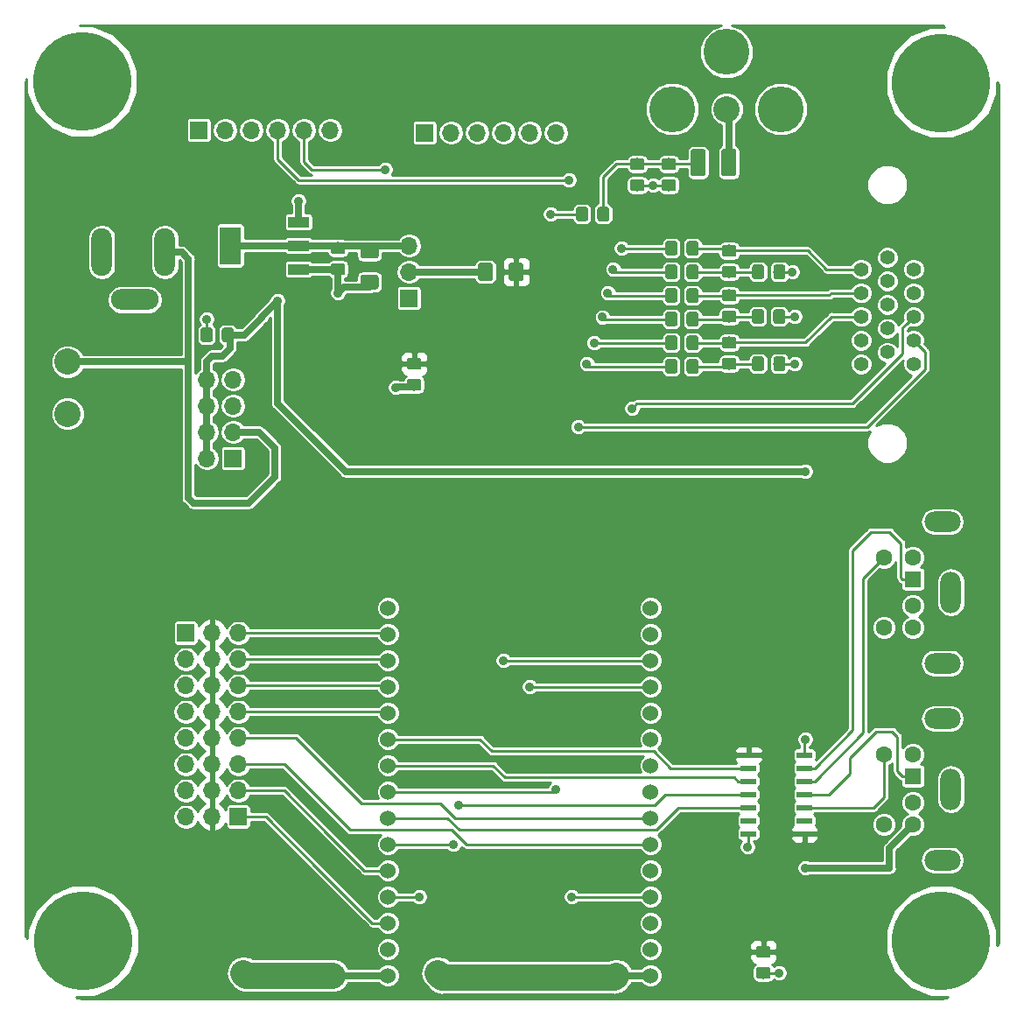
<source format=gbr>
G04 #@! TF.GenerationSoftware,KiCad,Pcbnew,(5.0.2)-1*
G04 #@! TF.CreationDate,2019-12-08T09:03:25-05:00*
G04 #@! TF.ProjectId,ESP-32_VGA,4553502d-3332-45f5-9647-412e6b696361,2*
G04 #@! TF.SameCoordinates,Original*
G04 #@! TF.FileFunction,Copper,L1,Top*
G04 #@! TF.FilePolarity,Positive*
%FSLAX46Y46*%
G04 Gerber Fmt 4.6, Leading zero omitted, Abs format (unit mm)*
G04 Created by KiCad (PCBNEW (5.0.2)-1) date 12/8/2019 9:03:25 AM*
%MOMM*%
%LPD*%
G01*
G04 APERTURE LIST*
G04 #@! TA.AperFunction,Conductor*
%ADD10C,0.150000*%
G04 #@! TD*
G04 #@! TA.AperFunction,SMDPad,CuDef*
%ADD11C,1.150000*%
G04 #@! TD*
G04 #@! TA.AperFunction,SMDPad,CuDef*
%ADD12R,2.032000X3.657600*%
G04 #@! TD*
G04 #@! TA.AperFunction,SMDPad,CuDef*
%ADD13R,2.032000X1.016000*%
G04 #@! TD*
G04 #@! TA.AperFunction,ComponentPad*
%ADD14C,2.540000*%
G04 #@! TD*
G04 #@! TA.AperFunction,ComponentPad*
%ADD15C,9.525000*%
G04 #@! TD*
G04 #@! TA.AperFunction,ComponentPad*
%ADD16C,1.524000*%
G04 #@! TD*
G04 #@! TA.AperFunction,SMDPad,CuDef*
%ADD17C,1.425000*%
G04 #@! TD*
G04 #@! TA.AperFunction,ComponentPad*
%ADD18O,2.000000X4.600000*%
G04 #@! TD*
G04 #@! TA.AperFunction,ComponentPad*
%ADD19O,4.600000X2.000000*%
G04 #@! TD*
G04 #@! TA.AperFunction,ComponentPad*
%ADD20R,1.700000X1.700000*%
G04 #@! TD*
G04 #@! TA.AperFunction,ComponentPad*
%ADD21O,1.700000X1.700000*%
G04 #@! TD*
G04 #@! TA.AperFunction,ComponentPad*
%ADD22C,1.397000*%
G04 #@! TD*
G04 #@! TA.AperFunction,SMDPad,CuDef*
%ADD23R,1.500000X0.600000*%
G04 #@! TD*
G04 #@! TA.AperFunction,ComponentPad*
%ADD24O,3.500000X2.000000*%
G04 #@! TD*
G04 #@! TA.AperFunction,ComponentPad*
%ADD25R,1.600000X1.600000*%
G04 #@! TD*
G04 #@! TA.AperFunction,ComponentPad*
%ADD26C,1.600000*%
G04 #@! TD*
G04 #@! TA.AperFunction,ComponentPad*
%ADD27O,2.000000X4.000000*%
G04 #@! TD*
G04 #@! TA.AperFunction,ComponentPad*
%ADD28C,4.445000*%
G04 #@! TD*
G04 #@! TA.AperFunction,ViaPad*
%ADD29C,0.889000*%
G04 #@! TD*
G04 #@! TA.AperFunction,Conductor*
%ADD30C,0.635000*%
G04 #@! TD*
G04 #@! TA.AperFunction,Conductor*
%ADD31C,0.254000*%
G04 #@! TD*
G04 #@! TA.AperFunction,Conductor*
%ADD32C,2.540000*%
G04 #@! TD*
G04 APERTURE END LIST*
D10*
G04 #@! TO.N,Net-(C1-Pad1)*
G04 #@! TO.C,R11*
G36*
X66652505Y-28003204D02*
X66676773Y-28006804D01*
X66700572Y-28012765D01*
X66723671Y-28021030D01*
X66745850Y-28031520D01*
X66766893Y-28044132D01*
X66786599Y-28058747D01*
X66804777Y-28075223D01*
X66821253Y-28093401D01*
X66835868Y-28113107D01*
X66848480Y-28134150D01*
X66858970Y-28156329D01*
X66867235Y-28179428D01*
X66873196Y-28203227D01*
X66876796Y-28227495D01*
X66878000Y-28251999D01*
X66878000Y-29152001D01*
X66876796Y-29176505D01*
X66873196Y-29200773D01*
X66867235Y-29224572D01*
X66858970Y-29247671D01*
X66848480Y-29269850D01*
X66835868Y-29290893D01*
X66821253Y-29310599D01*
X66804777Y-29328777D01*
X66786599Y-29345253D01*
X66766893Y-29359868D01*
X66745850Y-29372480D01*
X66723671Y-29382970D01*
X66700572Y-29391235D01*
X66676773Y-29397196D01*
X66652505Y-29400796D01*
X66628001Y-29402000D01*
X65977999Y-29402000D01*
X65953495Y-29400796D01*
X65929227Y-29397196D01*
X65905428Y-29391235D01*
X65882329Y-29382970D01*
X65860150Y-29372480D01*
X65839107Y-29359868D01*
X65819401Y-29345253D01*
X65801223Y-29328777D01*
X65784747Y-29310599D01*
X65770132Y-29290893D01*
X65757520Y-29269850D01*
X65747030Y-29247671D01*
X65738765Y-29224572D01*
X65732804Y-29200773D01*
X65729204Y-29176505D01*
X65728000Y-29152001D01*
X65728000Y-28251999D01*
X65729204Y-28227495D01*
X65732804Y-28203227D01*
X65738765Y-28179428D01*
X65747030Y-28156329D01*
X65757520Y-28134150D01*
X65770132Y-28113107D01*
X65784747Y-28093401D01*
X65801223Y-28075223D01*
X65819401Y-28058747D01*
X65839107Y-28044132D01*
X65860150Y-28031520D01*
X65882329Y-28021030D01*
X65905428Y-28012765D01*
X65929227Y-28006804D01*
X65953495Y-28003204D01*
X65977999Y-28002000D01*
X66628001Y-28002000D01*
X66652505Y-28003204D01*
X66652505Y-28003204D01*
G37*
D11*
G04 #@! TD*
G04 #@! TO.P,R11,1*
G04 #@! TO.N,Net-(C1-Pad1)*
X66303000Y-28702000D03*
D10*
G04 #@! TO.N,/AUDIO*
G04 #@! TO.C,R11*
G36*
X64602505Y-28003204D02*
X64626773Y-28006804D01*
X64650572Y-28012765D01*
X64673671Y-28021030D01*
X64695850Y-28031520D01*
X64716893Y-28044132D01*
X64736599Y-28058747D01*
X64754777Y-28075223D01*
X64771253Y-28093401D01*
X64785868Y-28113107D01*
X64798480Y-28134150D01*
X64808970Y-28156329D01*
X64817235Y-28179428D01*
X64823196Y-28203227D01*
X64826796Y-28227495D01*
X64828000Y-28251999D01*
X64828000Y-29152001D01*
X64826796Y-29176505D01*
X64823196Y-29200773D01*
X64817235Y-29224572D01*
X64808970Y-29247671D01*
X64798480Y-29269850D01*
X64785868Y-29290893D01*
X64771253Y-29310599D01*
X64754777Y-29328777D01*
X64736599Y-29345253D01*
X64716893Y-29359868D01*
X64695850Y-29372480D01*
X64673671Y-29382970D01*
X64650572Y-29391235D01*
X64626773Y-29397196D01*
X64602505Y-29400796D01*
X64578001Y-29402000D01*
X63927999Y-29402000D01*
X63903495Y-29400796D01*
X63879227Y-29397196D01*
X63855428Y-29391235D01*
X63832329Y-29382970D01*
X63810150Y-29372480D01*
X63789107Y-29359868D01*
X63769401Y-29345253D01*
X63751223Y-29328777D01*
X63734747Y-29310599D01*
X63720132Y-29290893D01*
X63707520Y-29269850D01*
X63697030Y-29247671D01*
X63688765Y-29224572D01*
X63682804Y-29200773D01*
X63679204Y-29176505D01*
X63678000Y-29152001D01*
X63678000Y-28251999D01*
X63679204Y-28227495D01*
X63682804Y-28203227D01*
X63688765Y-28179428D01*
X63697030Y-28156329D01*
X63707520Y-28134150D01*
X63720132Y-28113107D01*
X63734747Y-28093401D01*
X63751223Y-28075223D01*
X63769401Y-28058747D01*
X63789107Y-28044132D01*
X63810150Y-28031520D01*
X63832329Y-28021030D01*
X63855428Y-28012765D01*
X63879227Y-28006804D01*
X63903495Y-28003204D01*
X63927999Y-28002000D01*
X64578001Y-28002000D01*
X64602505Y-28003204D01*
X64602505Y-28003204D01*
G37*
D11*
G04 #@! TD*
G04 #@! TO.P,R11,2*
G04 #@! TO.N,/AUDIO*
X64253000Y-28702000D03*
D12*
G04 #@! TO.P,U2,4*
G04 #@! TO.N,/VO3*
X30226000Y-31750000D03*
D13*
G04 #@! TO.P,U2,2*
X36830000Y-31750000D03*
G04 #@! TO.P,U2,3*
G04 #@! TO.N,+5V*
X36830000Y-29464000D03*
G04 #@! TO.P,U2,1*
G04 #@! TO.N,GND*
X36830000Y-34036000D03*
G04 #@! TD*
D14*
G04 #@! TO.P,J15,2*
G04 #@! TO.N,/DCIN*
X14478000Y-43006000D03*
G04 #@! TO.P,J15,1*
G04 #@! TO.N,GND*
X14478000Y-48006000D03*
G04 #@! TD*
D15*
G04 #@! TO.P,MTG1,1*
G04 #@! TO.N,N/C*
X15875000Y-15875000D03*
G04 #@! TD*
G04 #@! TO.P,MTG2,1*
G04 #@! TO.N,N/C*
X99000000Y-99000000D03*
G04 #@! TD*
G04 #@! TO.P,MTG3,1*
G04 #@! TO.N,N/C*
X16000000Y-99000000D03*
G04 #@! TD*
G04 #@! TO.P,MTG?1,1*
G04 #@! TO.N,N/C*
X99000000Y-16000000D03*
G04 #@! TD*
D16*
G04 #@! TO.P,U1,1*
G04 #@! TO.N,/ESP3V*
X70866000Y-102362000D03*
G04 #@! TO.P,U1,2*
G04 #@! TO.N,GND*
X70866000Y-99822000D03*
G04 #@! TO.P,U1,3*
G04 #@! TO.N,/VSYNC*
X70866000Y-97282000D03*
G04 #@! TO.P,U1,4*
G04 #@! TO.N,/TX2*
X70866000Y-94742000D03*
G04 #@! TO.P,U1,5*
G04 #@! TO.N,/BLULO*
X70866000Y-92202000D03*
G04 #@! TO.P,U1,6*
G04 #@! TO.N,/GP16*
X70866000Y-89662000D03*
G04 #@! TO.P,U1,7*
G04 #@! TO.N,/GP17*
X70866000Y-87122000D03*
G04 #@! TO.P,U1,8*
G04 #@! TO.N,/BLUHI*
X70866000Y-84582000D03*
G04 #@! TO.P,U1,9*
G04 #@! TO.N,/GRNLO*
X70866000Y-82042000D03*
G04 #@! TO.P,U1,10*
G04 #@! TO.N,/GRNHI*
X70866000Y-79502000D03*
G04 #@! TO.P,U1,11*
G04 #@! TO.N,/REDLO*
X70866000Y-76962000D03*
G04 #@! TO.P,U1,12*
G04 #@! TO.N,/RX0*
X70866000Y-74422000D03*
G04 #@! TO.P,U1,13*
G04 #@! TO.N,/TX0*
X70866000Y-71882000D03*
G04 #@! TO.P,U1,14*
G04 #@! TO.N,/REDHI*
X70866000Y-69342000D03*
G04 #@! TO.P,U1,15*
G04 #@! TO.N,/HSYNC*
X70866000Y-66802000D03*
G04 #@! TO.P,U1,16*
G04 #@! TO.N,/EN*
X45466000Y-66802000D03*
G04 #@! TO.P,U1,17*
G04 #@! TO.N,/VP*
X45466000Y-69342000D03*
G04 #@! TO.P,U1,18*
G04 #@! TO.N,/VN*
X45466000Y-71882000D03*
G04 #@! TO.P,U1,19*
G04 #@! TO.N,/GP34*
X45466000Y-74422000D03*
G04 #@! TO.P,U1,20*
G04 #@! TO.N,/GP35*
X45466000Y-76962000D03*
G04 #@! TO.P,U1,21*
G04 #@! TO.N,/KBDAT*
X45466000Y-79502000D03*
G04 #@! TO.P,U1,22*
G04 #@! TO.N,/KBCLK*
X45466000Y-82042000D03*
G04 #@! TO.P,U1,23*
G04 #@! TO.N,/AUDIO*
X45466000Y-84582000D03*
G04 #@! TO.P,U1,24*
G04 #@! TO.N,/MSECLK*
X45466000Y-87122000D03*
G04 #@! TO.P,U1,25*
G04 #@! TO.N,/MSEDAT*
X45466000Y-89662000D03*
G04 #@! TO.P,U1,26*
G04 #@! TO.N,/GP14*
X45466000Y-92202000D03*
G04 #@! TO.P,U1,27*
G04 #@! TO.N,/RX2*
X45466000Y-94742000D03*
G04 #@! TO.P,U1,28*
G04 #@! TO.N,/GP13*
X45466000Y-97282000D03*
G04 #@! TO.P,U1,29*
G04 #@! TO.N,GND*
X45466000Y-99822000D03*
G04 #@! TO.P,U1,30*
G04 #@! TO.N,/VUSB*
X45466000Y-102362000D03*
G04 #@! TD*
D10*
G04 #@! TO.N,+3V3*
G04 #@! TO.C,F1*
G36*
X58362504Y-33416204D02*
X58386773Y-33419804D01*
X58410571Y-33425765D01*
X58433671Y-33434030D01*
X58455849Y-33444520D01*
X58476893Y-33457133D01*
X58496598Y-33471747D01*
X58514777Y-33488223D01*
X58531253Y-33506402D01*
X58545867Y-33526107D01*
X58558480Y-33547151D01*
X58568970Y-33569329D01*
X58577235Y-33592429D01*
X58583196Y-33616227D01*
X58586796Y-33640496D01*
X58588000Y-33665000D01*
X58588000Y-34915000D01*
X58586796Y-34939504D01*
X58583196Y-34963773D01*
X58577235Y-34987571D01*
X58568970Y-35010671D01*
X58558480Y-35032849D01*
X58545867Y-35053893D01*
X58531253Y-35073598D01*
X58514777Y-35091777D01*
X58496598Y-35108253D01*
X58476893Y-35122867D01*
X58455849Y-35135480D01*
X58433671Y-35145970D01*
X58410571Y-35154235D01*
X58386773Y-35160196D01*
X58362504Y-35163796D01*
X58338000Y-35165000D01*
X57413000Y-35165000D01*
X57388496Y-35163796D01*
X57364227Y-35160196D01*
X57340429Y-35154235D01*
X57317329Y-35145970D01*
X57295151Y-35135480D01*
X57274107Y-35122867D01*
X57254402Y-35108253D01*
X57236223Y-35091777D01*
X57219747Y-35073598D01*
X57205133Y-35053893D01*
X57192520Y-35032849D01*
X57182030Y-35010671D01*
X57173765Y-34987571D01*
X57167804Y-34963773D01*
X57164204Y-34939504D01*
X57163000Y-34915000D01*
X57163000Y-33665000D01*
X57164204Y-33640496D01*
X57167804Y-33616227D01*
X57173765Y-33592429D01*
X57182030Y-33569329D01*
X57192520Y-33547151D01*
X57205133Y-33526107D01*
X57219747Y-33506402D01*
X57236223Y-33488223D01*
X57254402Y-33471747D01*
X57274107Y-33457133D01*
X57295151Y-33444520D01*
X57317329Y-33434030D01*
X57340429Y-33425765D01*
X57364227Y-33419804D01*
X57388496Y-33416204D01*
X57413000Y-33415000D01*
X58338000Y-33415000D01*
X58362504Y-33416204D01*
X58362504Y-33416204D01*
G37*
D17*
G04 #@! TD*
G04 #@! TO.P,F1,1*
G04 #@! TO.N,+3V3*
X57875500Y-34290000D03*
D10*
G04 #@! TO.N,Net-(F1-Pad2)*
G04 #@! TO.C,F1*
G36*
X55387504Y-33416204D02*
X55411773Y-33419804D01*
X55435571Y-33425765D01*
X55458671Y-33434030D01*
X55480849Y-33444520D01*
X55501893Y-33457133D01*
X55521598Y-33471747D01*
X55539777Y-33488223D01*
X55556253Y-33506402D01*
X55570867Y-33526107D01*
X55583480Y-33547151D01*
X55593970Y-33569329D01*
X55602235Y-33592429D01*
X55608196Y-33616227D01*
X55611796Y-33640496D01*
X55613000Y-33665000D01*
X55613000Y-34915000D01*
X55611796Y-34939504D01*
X55608196Y-34963773D01*
X55602235Y-34987571D01*
X55593970Y-35010671D01*
X55583480Y-35032849D01*
X55570867Y-35053893D01*
X55556253Y-35073598D01*
X55539777Y-35091777D01*
X55521598Y-35108253D01*
X55501893Y-35122867D01*
X55480849Y-35135480D01*
X55458671Y-35145970D01*
X55435571Y-35154235D01*
X55411773Y-35160196D01*
X55387504Y-35163796D01*
X55363000Y-35165000D01*
X54438000Y-35165000D01*
X54413496Y-35163796D01*
X54389227Y-35160196D01*
X54365429Y-35154235D01*
X54342329Y-35145970D01*
X54320151Y-35135480D01*
X54299107Y-35122867D01*
X54279402Y-35108253D01*
X54261223Y-35091777D01*
X54244747Y-35073598D01*
X54230133Y-35053893D01*
X54217520Y-35032849D01*
X54207030Y-35010671D01*
X54198765Y-34987571D01*
X54192804Y-34963773D01*
X54189204Y-34939504D01*
X54188000Y-34915000D01*
X54188000Y-33665000D01*
X54189204Y-33640496D01*
X54192804Y-33616227D01*
X54198765Y-33592429D01*
X54207030Y-33569329D01*
X54217520Y-33547151D01*
X54230133Y-33526107D01*
X54244747Y-33506402D01*
X54261223Y-33488223D01*
X54279402Y-33471747D01*
X54299107Y-33457133D01*
X54320151Y-33444520D01*
X54342329Y-33434030D01*
X54365429Y-33425765D01*
X54389227Y-33419804D01*
X54413496Y-33416204D01*
X54438000Y-33415000D01*
X55363000Y-33415000D01*
X55387504Y-33416204D01*
X55387504Y-33416204D01*
G37*
D17*
G04 #@! TD*
G04 #@! TO.P,F1,2*
G04 #@! TO.N,Net-(F1-Pad2)*
X54900500Y-34290000D03*
D18*
G04 #@! TO.P,J1,2*
G04 #@! TO.N,GND*
X17780000Y-32385000D03*
G04 #@! TO.P,J1,1*
G04 #@! TO.N,/DCIN*
X23880000Y-32385000D03*
D19*
G04 #@! TO.P,J1,3*
G04 #@! TO.N,GND*
X20980000Y-36985000D03*
G04 #@! TD*
D20*
G04 #@! TO.P,H1,1*
G04 #@! TO.N,/ESP3V*
X47498000Y-36830000D03*
D21*
G04 #@! TO.P,H1,2*
G04 #@! TO.N,Net-(F1-Pad2)*
X47498000Y-34290000D03*
G04 #@! TO.P,H1,3*
G04 #@! TO.N,/VO3*
X47498000Y-31750000D03*
G04 #@! TD*
D20*
G04 #@! TO.P,H2,1*
G04 #@! TO.N,/VUSB*
X30480000Y-52324000D03*
D21*
G04 #@! TO.P,H2,2*
G04 #@! TO.N,+5V*
X27940000Y-52324000D03*
G04 #@! TO.P,H2,3*
G04 #@! TO.N,/DCIN*
X30480000Y-49784000D03*
G04 #@! TO.P,H2,4*
G04 #@! TO.N,+5V*
X27940000Y-49784000D03*
G04 #@! TO.P,H2,5*
G04 #@! TO.N,/FTDI5V0*
X30480000Y-47244000D03*
G04 #@! TO.P,H2,6*
G04 #@! TO.N,+5V*
X27940000Y-47244000D03*
G04 #@! TO.P,H2,7*
G04 #@! TO.N,/FTDI5V2*
X30480000Y-44704000D03*
G04 #@! TO.P,H2,8*
G04 #@! TO.N,+5V*
X27940000Y-44704000D03*
G04 #@! TD*
D22*
G04 #@! TO.P,P3,3*
G04 #@! TO.N,Net-(P3-Pad3)*
X91239340Y-38620700D03*
G04 #@! TO.P,P3,2*
G04 #@! TO.N,Net-(P3-Pad2)*
X91239340Y-36334700D03*
G04 #@! TO.P,P3,1*
G04 #@! TO.N,Net-(P3-Pad1)*
X91239340Y-34043620D03*
G04 #@! TO.P,P3,4*
G04 #@! TO.N,Net-(P3-Pad4)*
X91239340Y-40914320D03*
G04 #@! TO.P,P3,5*
G04 #@! TO.N,GND*
X91239340Y-43202860D03*
G04 #@! TO.P,P3,9*
G04 #@! TO.N,Net-(P3-Pad9)*
X93779340Y-39768780D03*
G04 #@! TO.P,P3,8*
G04 #@! TO.N,GND*
X93779340Y-37480240D03*
G04 #@! TO.P,P3,7*
X93779340Y-35189160D03*
G04 #@! TO.P,P3,6*
X93779340Y-32898080D03*
G04 #@! TO.P,P3,10*
X93779340Y-42059860D03*
G04 #@! TO.P,P3,11*
G04 #@! TO.N,Net-(P3-Pad11)*
X96319340Y-34043620D03*
G04 #@! TO.P,P3,12*
G04 #@! TO.N,Net-(P3-Pad12)*
X96319340Y-36334700D03*
G04 #@! TO.P,P3,13*
G04 #@! TO.N,/HSYNC*
X96316800Y-38623240D03*
G04 #@! TO.P,P3,14*
G04 #@! TO.N,/VSYNC*
X96319340Y-40914320D03*
G04 #@! TO.P,P3,15*
G04 #@! TO.N,Net-(P3-Pad15)*
X96319340Y-43202860D03*
G04 #@! TD*
D20*
G04 #@! TO.P,P4,1*
G04 #@! TO.N,/GP13*
X30988000Y-86995000D03*
D21*
G04 #@! TO.P,P4,2*
G04 #@! TO.N,/GP14*
X30988000Y-84455000D03*
G04 #@! TO.P,P4,3*
G04 #@! TO.N,/GP16*
X30988000Y-81915000D03*
G04 #@! TO.P,P4,4*
G04 #@! TO.N,/GP17*
X30988000Y-79375000D03*
G04 #@! TO.P,P4,5*
G04 #@! TO.N,/GP35*
X30988000Y-76835000D03*
G04 #@! TO.P,P4,6*
G04 #@! TO.N,/GP34*
X30988000Y-74295000D03*
G04 #@! TO.P,P4,7*
G04 #@! TO.N,/VN*
X30988000Y-71755000D03*
G04 #@! TO.P,P4,8*
G04 #@! TO.N,/VP*
X30988000Y-69215000D03*
G04 #@! TD*
D10*
G04 #@! TO.N,Net-(P3-Pad1)*
G04 #@! TO.C,R1*
G36*
X75288505Y-31305204D02*
X75312773Y-31308804D01*
X75336572Y-31314765D01*
X75359671Y-31323030D01*
X75381850Y-31333520D01*
X75402893Y-31346132D01*
X75422599Y-31360747D01*
X75440777Y-31377223D01*
X75457253Y-31395401D01*
X75471868Y-31415107D01*
X75484480Y-31436150D01*
X75494970Y-31458329D01*
X75503235Y-31481428D01*
X75509196Y-31505227D01*
X75512796Y-31529495D01*
X75514000Y-31553999D01*
X75514000Y-32454001D01*
X75512796Y-32478505D01*
X75509196Y-32502773D01*
X75503235Y-32526572D01*
X75494970Y-32549671D01*
X75484480Y-32571850D01*
X75471868Y-32592893D01*
X75457253Y-32612599D01*
X75440777Y-32630777D01*
X75422599Y-32647253D01*
X75402893Y-32661868D01*
X75381850Y-32674480D01*
X75359671Y-32684970D01*
X75336572Y-32693235D01*
X75312773Y-32699196D01*
X75288505Y-32702796D01*
X75264001Y-32704000D01*
X74613999Y-32704000D01*
X74589495Y-32702796D01*
X74565227Y-32699196D01*
X74541428Y-32693235D01*
X74518329Y-32684970D01*
X74496150Y-32674480D01*
X74475107Y-32661868D01*
X74455401Y-32647253D01*
X74437223Y-32630777D01*
X74420747Y-32612599D01*
X74406132Y-32592893D01*
X74393520Y-32571850D01*
X74383030Y-32549671D01*
X74374765Y-32526572D01*
X74368804Y-32502773D01*
X74365204Y-32478505D01*
X74364000Y-32454001D01*
X74364000Y-31553999D01*
X74365204Y-31529495D01*
X74368804Y-31505227D01*
X74374765Y-31481428D01*
X74383030Y-31458329D01*
X74393520Y-31436150D01*
X74406132Y-31415107D01*
X74420747Y-31395401D01*
X74437223Y-31377223D01*
X74455401Y-31360747D01*
X74475107Y-31346132D01*
X74496150Y-31333520D01*
X74518329Y-31323030D01*
X74541428Y-31314765D01*
X74565227Y-31308804D01*
X74589495Y-31305204D01*
X74613999Y-31304000D01*
X75264001Y-31304000D01*
X75288505Y-31305204D01*
X75288505Y-31305204D01*
G37*
D11*
G04 #@! TD*
G04 #@! TO.P,R1,1*
G04 #@! TO.N,Net-(P3-Pad1)*
X74939000Y-32004000D03*
D10*
G04 #@! TO.N,/REDHI*
G04 #@! TO.C,R1*
G36*
X73238505Y-31305204D02*
X73262773Y-31308804D01*
X73286572Y-31314765D01*
X73309671Y-31323030D01*
X73331850Y-31333520D01*
X73352893Y-31346132D01*
X73372599Y-31360747D01*
X73390777Y-31377223D01*
X73407253Y-31395401D01*
X73421868Y-31415107D01*
X73434480Y-31436150D01*
X73444970Y-31458329D01*
X73453235Y-31481428D01*
X73459196Y-31505227D01*
X73462796Y-31529495D01*
X73464000Y-31553999D01*
X73464000Y-32454001D01*
X73462796Y-32478505D01*
X73459196Y-32502773D01*
X73453235Y-32526572D01*
X73444970Y-32549671D01*
X73434480Y-32571850D01*
X73421868Y-32592893D01*
X73407253Y-32612599D01*
X73390777Y-32630777D01*
X73372599Y-32647253D01*
X73352893Y-32661868D01*
X73331850Y-32674480D01*
X73309671Y-32684970D01*
X73286572Y-32693235D01*
X73262773Y-32699196D01*
X73238505Y-32702796D01*
X73214001Y-32704000D01*
X72563999Y-32704000D01*
X72539495Y-32702796D01*
X72515227Y-32699196D01*
X72491428Y-32693235D01*
X72468329Y-32684970D01*
X72446150Y-32674480D01*
X72425107Y-32661868D01*
X72405401Y-32647253D01*
X72387223Y-32630777D01*
X72370747Y-32612599D01*
X72356132Y-32592893D01*
X72343520Y-32571850D01*
X72333030Y-32549671D01*
X72324765Y-32526572D01*
X72318804Y-32502773D01*
X72315204Y-32478505D01*
X72314000Y-32454001D01*
X72314000Y-31553999D01*
X72315204Y-31529495D01*
X72318804Y-31505227D01*
X72324765Y-31481428D01*
X72333030Y-31458329D01*
X72343520Y-31436150D01*
X72356132Y-31415107D01*
X72370747Y-31395401D01*
X72387223Y-31377223D01*
X72405401Y-31360747D01*
X72425107Y-31346132D01*
X72446150Y-31333520D01*
X72468329Y-31323030D01*
X72491428Y-31314765D01*
X72515227Y-31308804D01*
X72539495Y-31305204D01*
X72563999Y-31304000D01*
X73214001Y-31304000D01*
X73238505Y-31305204D01*
X73238505Y-31305204D01*
G37*
D11*
G04 #@! TD*
G04 #@! TO.P,R1,2*
G04 #@! TO.N,/REDHI*
X72889000Y-32004000D03*
D10*
G04 #@! TO.N,/REDLO*
G04 #@! TO.C,R2*
G36*
X73238505Y-33591204D02*
X73262773Y-33594804D01*
X73286572Y-33600765D01*
X73309671Y-33609030D01*
X73331850Y-33619520D01*
X73352893Y-33632132D01*
X73372599Y-33646747D01*
X73390777Y-33663223D01*
X73407253Y-33681401D01*
X73421868Y-33701107D01*
X73434480Y-33722150D01*
X73444970Y-33744329D01*
X73453235Y-33767428D01*
X73459196Y-33791227D01*
X73462796Y-33815495D01*
X73464000Y-33839999D01*
X73464000Y-34740001D01*
X73462796Y-34764505D01*
X73459196Y-34788773D01*
X73453235Y-34812572D01*
X73444970Y-34835671D01*
X73434480Y-34857850D01*
X73421868Y-34878893D01*
X73407253Y-34898599D01*
X73390777Y-34916777D01*
X73372599Y-34933253D01*
X73352893Y-34947868D01*
X73331850Y-34960480D01*
X73309671Y-34970970D01*
X73286572Y-34979235D01*
X73262773Y-34985196D01*
X73238505Y-34988796D01*
X73214001Y-34990000D01*
X72563999Y-34990000D01*
X72539495Y-34988796D01*
X72515227Y-34985196D01*
X72491428Y-34979235D01*
X72468329Y-34970970D01*
X72446150Y-34960480D01*
X72425107Y-34947868D01*
X72405401Y-34933253D01*
X72387223Y-34916777D01*
X72370747Y-34898599D01*
X72356132Y-34878893D01*
X72343520Y-34857850D01*
X72333030Y-34835671D01*
X72324765Y-34812572D01*
X72318804Y-34788773D01*
X72315204Y-34764505D01*
X72314000Y-34740001D01*
X72314000Y-33839999D01*
X72315204Y-33815495D01*
X72318804Y-33791227D01*
X72324765Y-33767428D01*
X72333030Y-33744329D01*
X72343520Y-33722150D01*
X72356132Y-33701107D01*
X72370747Y-33681401D01*
X72387223Y-33663223D01*
X72405401Y-33646747D01*
X72425107Y-33632132D01*
X72446150Y-33619520D01*
X72468329Y-33609030D01*
X72491428Y-33600765D01*
X72515227Y-33594804D01*
X72539495Y-33591204D01*
X72563999Y-33590000D01*
X73214001Y-33590000D01*
X73238505Y-33591204D01*
X73238505Y-33591204D01*
G37*
D11*
G04 #@! TD*
G04 #@! TO.P,R2,2*
G04 #@! TO.N,/REDLO*
X72889000Y-34290000D03*
D10*
G04 #@! TO.N,Net-(R2-Pad1)*
G04 #@! TO.C,R2*
G36*
X75288505Y-33591204D02*
X75312773Y-33594804D01*
X75336572Y-33600765D01*
X75359671Y-33609030D01*
X75381850Y-33619520D01*
X75402893Y-33632132D01*
X75422599Y-33646747D01*
X75440777Y-33663223D01*
X75457253Y-33681401D01*
X75471868Y-33701107D01*
X75484480Y-33722150D01*
X75494970Y-33744329D01*
X75503235Y-33767428D01*
X75509196Y-33791227D01*
X75512796Y-33815495D01*
X75514000Y-33839999D01*
X75514000Y-34740001D01*
X75512796Y-34764505D01*
X75509196Y-34788773D01*
X75503235Y-34812572D01*
X75494970Y-34835671D01*
X75484480Y-34857850D01*
X75471868Y-34878893D01*
X75457253Y-34898599D01*
X75440777Y-34916777D01*
X75422599Y-34933253D01*
X75402893Y-34947868D01*
X75381850Y-34960480D01*
X75359671Y-34970970D01*
X75336572Y-34979235D01*
X75312773Y-34985196D01*
X75288505Y-34988796D01*
X75264001Y-34990000D01*
X74613999Y-34990000D01*
X74589495Y-34988796D01*
X74565227Y-34985196D01*
X74541428Y-34979235D01*
X74518329Y-34970970D01*
X74496150Y-34960480D01*
X74475107Y-34947868D01*
X74455401Y-34933253D01*
X74437223Y-34916777D01*
X74420747Y-34898599D01*
X74406132Y-34878893D01*
X74393520Y-34857850D01*
X74383030Y-34835671D01*
X74374765Y-34812572D01*
X74368804Y-34788773D01*
X74365204Y-34764505D01*
X74364000Y-34740001D01*
X74364000Y-33839999D01*
X74365204Y-33815495D01*
X74368804Y-33791227D01*
X74374765Y-33767428D01*
X74383030Y-33744329D01*
X74393520Y-33722150D01*
X74406132Y-33701107D01*
X74420747Y-33681401D01*
X74437223Y-33663223D01*
X74455401Y-33646747D01*
X74475107Y-33632132D01*
X74496150Y-33619520D01*
X74518329Y-33609030D01*
X74541428Y-33600765D01*
X74565227Y-33594804D01*
X74589495Y-33591204D01*
X74613999Y-33590000D01*
X75264001Y-33590000D01*
X75288505Y-33591204D01*
X75288505Y-33591204D01*
G37*
D11*
G04 #@! TD*
G04 #@! TO.P,R2,1*
G04 #@! TO.N,Net-(R2-Pad1)*
X74939000Y-34290000D03*
D10*
G04 #@! TO.N,Net-(P3-Pad2)*
G04 #@! TO.C,R3*
G36*
X75288505Y-35877204D02*
X75312773Y-35880804D01*
X75336572Y-35886765D01*
X75359671Y-35895030D01*
X75381850Y-35905520D01*
X75402893Y-35918132D01*
X75422599Y-35932747D01*
X75440777Y-35949223D01*
X75457253Y-35967401D01*
X75471868Y-35987107D01*
X75484480Y-36008150D01*
X75494970Y-36030329D01*
X75503235Y-36053428D01*
X75509196Y-36077227D01*
X75512796Y-36101495D01*
X75514000Y-36125999D01*
X75514000Y-37026001D01*
X75512796Y-37050505D01*
X75509196Y-37074773D01*
X75503235Y-37098572D01*
X75494970Y-37121671D01*
X75484480Y-37143850D01*
X75471868Y-37164893D01*
X75457253Y-37184599D01*
X75440777Y-37202777D01*
X75422599Y-37219253D01*
X75402893Y-37233868D01*
X75381850Y-37246480D01*
X75359671Y-37256970D01*
X75336572Y-37265235D01*
X75312773Y-37271196D01*
X75288505Y-37274796D01*
X75264001Y-37276000D01*
X74613999Y-37276000D01*
X74589495Y-37274796D01*
X74565227Y-37271196D01*
X74541428Y-37265235D01*
X74518329Y-37256970D01*
X74496150Y-37246480D01*
X74475107Y-37233868D01*
X74455401Y-37219253D01*
X74437223Y-37202777D01*
X74420747Y-37184599D01*
X74406132Y-37164893D01*
X74393520Y-37143850D01*
X74383030Y-37121671D01*
X74374765Y-37098572D01*
X74368804Y-37074773D01*
X74365204Y-37050505D01*
X74364000Y-37026001D01*
X74364000Y-36125999D01*
X74365204Y-36101495D01*
X74368804Y-36077227D01*
X74374765Y-36053428D01*
X74383030Y-36030329D01*
X74393520Y-36008150D01*
X74406132Y-35987107D01*
X74420747Y-35967401D01*
X74437223Y-35949223D01*
X74455401Y-35932747D01*
X74475107Y-35918132D01*
X74496150Y-35905520D01*
X74518329Y-35895030D01*
X74541428Y-35886765D01*
X74565227Y-35880804D01*
X74589495Y-35877204D01*
X74613999Y-35876000D01*
X75264001Y-35876000D01*
X75288505Y-35877204D01*
X75288505Y-35877204D01*
G37*
D11*
G04 #@! TD*
G04 #@! TO.P,R3,1*
G04 #@! TO.N,Net-(P3-Pad2)*
X74939000Y-36576000D03*
D10*
G04 #@! TO.N,/GRNHI*
G04 #@! TO.C,R3*
G36*
X73238505Y-35877204D02*
X73262773Y-35880804D01*
X73286572Y-35886765D01*
X73309671Y-35895030D01*
X73331850Y-35905520D01*
X73352893Y-35918132D01*
X73372599Y-35932747D01*
X73390777Y-35949223D01*
X73407253Y-35967401D01*
X73421868Y-35987107D01*
X73434480Y-36008150D01*
X73444970Y-36030329D01*
X73453235Y-36053428D01*
X73459196Y-36077227D01*
X73462796Y-36101495D01*
X73464000Y-36125999D01*
X73464000Y-37026001D01*
X73462796Y-37050505D01*
X73459196Y-37074773D01*
X73453235Y-37098572D01*
X73444970Y-37121671D01*
X73434480Y-37143850D01*
X73421868Y-37164893D01*
X73407253Y-37184599D01*
X73390777Y-37202777D01*
X73372599Y-37219253D01*
X73352893Y-37233868D01*
X73331850Y-37246480D01*
X73309671Y-37256970D01*
X73286572Y-37265235D01*
X73262773Y-37271196D01*
X73238505Y-37274796D01*
X73214001Y-37276000D01*
X72563999Y-37276000D01*
X72539495Y-37274796D01*
X72515227Y-37271196D01*
X72491428Y-37265235D01*
X72468329Y-37256970D01*
X72446150Y-37246480D01*
X72425107Y-37233868D01*
X72405401Y-37219253D01*
X72387223Y-37202777D01*
X72370747Y-37184599D01*
X72356132Y-37164893D01*
X72343520Y-37143850D01*
X72333030Y-37121671D01*
X72324765Y-37098572D01*
X72318804Y-37074773D01*
X72315204Y-37050505D01*
X72314000Y-37026001D01*
X72314000Y-36125999D01*
X72315204Y-36101495D01*
X72318804Y-36077227D01*
X72324765Y-36053428D01*
X72333030Y-36030329D01*
X72343520Y-36008150D01*
X72356132Y-35987107D01*
X72370747Y-35967401D01*
X72387223Y-35949223D01*
X72405401Y-35932747D01*
X72425107Y-35918132D01*
X72446150Y-35905520D01*
X72468329Y-35895030D01*
X72491428Y-35886765D01*
X72515227Y-35880804D01*
X72539495Y-35877204D01*
X72563999Y-35876000D01*
X73214001Y-35876000D01*
X73238505Y-35877204D01*
X73238505Y-35877204D01*
G37*
D11*
G04 #@! TD*
G04 #@! TO.P,R3,2*
G04 #@! TO.N,/GRNHI*
X72889000Y-36576000D03*
D10*
G04 #@! TO.N,/GRNLO*
G04 #@! TO.C,R4*
G36*
X73238505Y-38163204D02*
X73262773Y-38166804D01*
X73286572Y-38172765D01*
X73309671Y-38181030D01*
X73331850Y-38191520D01*
X73352893Y-38204132D01*
X73372599Y-38218747D01*
X73390777Y-38235223D01*
X73407253Y-38253401D01*
X73421868Y-38273107D01*
X73434480Y-38294150D01*
X73444970Y-38316329D01*
X73453235Y-38339428D01*
X73459196Y-38363227D01*
X73462796Y-38387495D01*
X73464000Y-38411999D01*
X73464000Y-39312001D01*
X73462796Y-39336505D01*
X73459196Y-39360773D01*
X73453235Y-39384572D01*
X73444970Y-39407671D01*
X73434480Y-39429850D01*
X73421868Y-39450893D01*
X73407253Y-39470599D01*
X73390777Y-39488777D01*
X73372599Y-39505253D01*
X73352893Y-39519868D01*
X73331850Y-39532480D01*
X73309671Y-39542970D01*
X73286572Y-39551235D01*
X73262773Y-39557196D01*
X73238505Y-39560796D01*
X73214001Y-39562000D01*
X72563999Y-39562000D01*
X72539495Y-39560796D01*
X72515227Y-39557196D01*
X72491428Y-39551235D01*
X72468329Y-39542970D01*
X72446150Y-39532480D01*
X72425107Y-39519868D01*
X72405401Y-39505253D01*
X72387223Y-39488777D01*
X72370747Y-39470599D01*
X72356132Y-39450893D01*
X72343520Y-39429850D01*
X72333030Y-39407671D01*
X72324765Y-39384572D01*
X72318804Y-39360773D01*
X72315204Y-39336505D01*
X72314000Y-39312001D01*
X72314000Y-38411999D01*
X72315204Y-38387495D01*
X72318804Y-38363227D01*
X72324765Y-38339428D01*
X72333030Y-38316329D01*
X72343520Y-38294150D01*
X72356132Y-38273107D01*
X72370747Y-38253401D01*
X72387223Y-38235223D01*
X72405401Y-38218747D01*
X72425107Y-38204132D01*
X72446150Y-38191520D01*
X72468329Y-38181030D01*
X72491428Y-38172765D01*
X72515227Y-38166804D01*
X72539495Y-38163204D01*
X72563999Y-38162000D01*
X73214001Y-38162000D01*
X73238505Y-38163204D01*
X73238505Y-38163204D01*
G37*
D11*
G04 #@! TD*
G04 #@! TO.P,R4,2*
G04 #@! TO.N,/GRNLO*
X72889000Y-38862000D03*
D10*
G04 #@! TO.N,Net-(R10-Pad2)*
G04 #@! TO.C,R4*
G36*
X75288505Y-38163204D02*
X75312773Y-38166804D01*
X75336572Y-38172765D01*
X75359671Y-38181030D01*
X75381850Y-38191520D01*
X75402893Y-38204132D01*
X75422599Y-38218747D01*
X75440777Y-38235223D01*
X75457253Y-38253401D01*
X75471868Y-38273107D01*
X75484480Y-38294150D01*
X75494970Y-38316329D01*
X75503235Y-38339428D01*
X75509196Y-38363227D01*
X75512796Y-38387495D01*
X75514000Y-38411999D01*
X75514000Y-39312001D01*
X75512796Y-39336505D01*
X75509196Y-39360773D01*
X75503235Y-39384572D01*
X75494970Y-39407671D01*
X75484480Y-39429850D01*
X75471868Y-39450893D01*
X75457253Y-39470599D01*
X75440777Y-39488777D01*
X75422599Y-39505253D01*
X75402893Y-39519868D01*
X75381850Y-39532480D01*
X75359671Y-39542970D01*
X75336572Y-39551235D01*
X75312773Y-39557196D01*
X75288505Y-39560796D01*
X75264001Y-39562000D01*
X74613999Y-39562000D01*
X74589495Y-39560796D01*
X74565227Y-39557196D01*
X74541428Y-39551235D01*
X74518329Y-39542970D01*
X74496150Y-39532480D01*
X74475107Y-39519868D01*
X74455401Y-39505253D01*
X74437223Y-39488777D01*
X74420747Y-39470599D01*
X74406132Y-39450893D01*
X74393520Y-39429850D01*
X74383030Y-39407671D01*
X74374765Y-39384572D01*
X74368804Y-39360773D01*
X74365204Y-39336505D01*
X74364000Y-39312001D01*
X74364000Y-38411999D01*
X74365204Y-38387495D01*
X74368804Y-38363227D01*
X74374765Y-38339428D01*
X74383030Y-38316329D01*
X74393520Y-38294150D01*
X74406132Y-38273107D01*
X74420747Y-38253401D01*
X74437223Y-38235223D01*
X74455401Y-38218747D01*
X74475107Y-38204132D01*
X74496150Y-38191520D01*
X74518329Y-38181030D01*
X74541428Y-38172765D01*
X74565227Y-38166804D01*
X74589495Y-38163204D01*
X74613999Y-38162000D01*
X75264001Y-38162000D01*
X75288505Y-38163204D01*
X75288505Y-38163204D01*
G37*
D11*
G04 #@! TD*
G04 #@! TO.P,R4,1*
G04 #@! TO.N,Net-(R10-Pad2)*
X74939000Y-38862000D03*
D10*
G04 #@! TO.N,/BLUHI*
G04 #@! TO.C,R5*
G36*
X73238505Y-40449204D02*
X73262773Y-40452804D01*
X73286572Y-40458765D01*
X73309671Y-40467030D01*
X73331850Y-40477520D01*
X73352893Y-40490132D01*
X73372599Y-40504747D01*
X73390777Y-40521223D01*
X73407253Y-40539401D01*
X73421868Y-40559107D01*
X73434480Y-40580150D01*
X73444970Y-40602329D01*
X73453235Y-40625428D01*
X73459196Y-40649227D01*
X73462796Y-40673495D01*
X73464000Y-40697999D01*
X73464000Y-41598001D01*
X73462796Y-41622505D01*
X73459196Y-41646773D01*
X73453235Y-41670572D01*
X73444970Y-41693671D01*
X73434480Y-41715850D01*
X73421868Y-41736893D01*
X73407253Y-41756599D01*
X73390777Y-41774777D01*
X73372599Y-41791253D01*
X73352893Y-41805868D01*
X73331850Y-41818480D01*
X73309671Y-41828970D01*
X73286572Y-41837235D01*
X73262773Y-41843196D01*
X73238505Y-41846796D01*
X73214001Y-41848000D01*
X72563999Y-41848000D01*
X72539495Y-41846796D01*
X72515227Y-41843196D01*
X72491428Y-41837235D01*
X72468329Y-41828970D01*
X72446150Y-41818480D01*
X72425107Y-41805868D01*
X72405401Y-41791253D01*
X72387223Y-41774777D01*
X72370747Y-41756599D01*
X72356132Y-41736893D01*
X72343520Y-41715850D01*
X72333030Y-41693671D01*
X72324765Y-41670572D01*
X72318804Y-41646773D01*
X72315204Y-41622505D01*
X72314000Y-41598001D01*
X72314000Y-40697999D01*
X72315204Y-40673495D01*
X72318804Y-40649227D01*
X72324765Y-40625428D01*
X72333030Y-40602329D01*
X72343520Y-40580150D01*
X72356132Y-40559107D01*
X72370747Y-40539401D01*
X72387223Y-40521223D01*
X72405401Y-40504747D01*
X72425107Y-40490132D01*
X72446150Y-40477520D01*
X72468329Y-40467030D01*
X72491428Y-40458765D01*
X72515227Y-40452804D01*
X72539495Y-40449204D01*
X72563999Y-40448000D01*
X73214001Y-40448000D01*
X73238505Y-40449204D01*
X73238505Y-40449204D01*
G37*
D11*
G04 #@! TD*
G04 #@! TO.P,R5,2*
G04 #@! TO.N,/BLUHI*
X72889000Y-41148000D03*
D10*
G04 #@! TO.N,Net-(P3-Pad3)*
G04 #@! TO.C,R5*
G36*
X75288505Y-40449204D02*
X75312773Y-40452804D01*
X75336572Y-40458765D01*
X75359671Y-40467030D01*
X75381850Y-40477520D01*
X75402893Y-40490132D01*
X75422599Y-40504747D01*
X75440777Y-40521223D01*
X75457253Y-40539401D01*
X75471868Y-40559107D01*
X75484480Y-40580150D01*
X75494970Y-40602329D01*
X75503235Y-40625428D01*
X75509196Y-40649227D01*
X75512796Y-40673495D01*
X75514000Y-40697999D01*
X75514000Y-41598001D01*
X75512796Y-41622505D01*
X75509196Y-41646773D01*
X75503235Y-41670572D01*
X75494970Y-41693671D01*
X75484480Y-41715850D01*
X75471868Y-41736893D01*
X75457253Y-41756599D01*
X75440777Y-41774777D01*
X75422599Y-41791253D01*
X75402893Y-41805868D01*
X75381850Y-41818480D01*
X75359671Y-41828970D01*
X75336572Y-41837235D01*
X75312773Y-41843196D01*
X75288505Y-41846796D01*
X75264001Y-41848000D01*
X74613999Y-41848000D01*
X74589495Y-41846796D01*
X74565227Y-41843196D01*
X74541428Y-41837235D01*
X74518329Y-41828970D01*
X74496150Y-41818480D01*
X74475107Y-41805868D01*
X74455401Y-41791253D01*
X74437223Y-41774777D01*
X74420747Y-41756599D01*
X74406132Y-41736893D01*
X74393520Y-41715850D01*
X74383030Y-41693671D01*
X74374765Y-41670572D01*
X74368804Y-41646773D01*
X74365204Y-41622505D01*
X74364000Y-41598001D01*
X74364000Y-40697999D01*
X74365204Y-40673495D01*
X74368804Y-40649227D01*
X74374765Y-40625428D01*
X74383030Y-40602329D01*
X74393520Y-40580150D01*
X74406132Y-40559107D01*
X74420747Y-40539401D01*
X74437223Y-40521223D01*
X74455401Y-40504747D01*
X74475107Y-40490132D01*
X74496150Y-40477520D01*
X74518329Y-40467030D01*
X74541428Y-40458765D01*
X74565227Y-40452804D01*
X74589495Y-40449204D01*
X74613999Y-40448000D01*
X75264001Y-40448000D01*
X75288505Y-40449204D01*
X75288505Y-40449204D01*
G37*
D11*
G04 #@! TD*
G04 #@! TO.P,R5,1*
G04 #@! TO.N,Net-(P3-Pad3)*
X74939000Y-41148000D03*
D10*
G04 #@! TO.N,Net-(R13-Pad1)*
G04 #@! TO.C,R6*
G36*
X75288505Y-42735204D02*
X75312773Y-42738804D01*
X75336572Y-42744765D01*
X75359671Y-42753030D01*
X75381850Y-42763520D01*
X75402893Y-42776132D01*
X75422599Y-42790747D01*
X75440777Y-42807223D01*
X75457253Y-42825401D01*
X75471868Y-42845107D01*
X75484480Y-42866150D01*
X75494970Y-42888329D01*
X75503235Y-42911428D01*
X75509196Y-42935227D01*
X75512796Y-42959495D01*
X75514000Y-42983999D01*
X75514000Y-43884001D01*
X75512796Y-43908505D01*
X75509196Y-43932773D01*
X75503235Y-43956572D01*
X75494970Y-43979671D01*
X75484480Y-44001850D01*
X75471868Y-44022893D01*
X75457253Y-44042599D01*
X75440777Y-44060777D01*
X75422599Y-44077253D01*
X75402893Y-44091868D01*
X75381850Y-44104480D01*
X75359671Y-44114970D01*
X75336572Y-44123235D01*
X75312773Y-44129196D01*
X75288505Y-44132796D01*
X75264001Y-44134000D01*
X74613999Y-44134000D01*
X74589495Y-44132796D01*
X74565227Y-44129196D01*
X74541428Y-44123235D01*
X74518329Y-44114970D01*
X74496150Y-44104480D01*
X74475107Y-44091868D01*
X74455401Y-44077253D01*
X74437223Y-44060777D01*
X74420747Y-44042599D01*
X74406132Y-44022893D01*
X74393520Y-44001850D01*
X74383030Y-43979671D01*
X74374765Y-43956572D01*
X74368804Y-43932773D01*
X74365204Y-43908505D01*
X74364000Y-43884001D01*
X74364000Y-42983999D01*
X74365204Y-42959495D01*
X74368804Y-42935227D01*
X74374765Y-42911428D01*
X74383030Y-42888329D01*
X74393520Y-42866150D01*
X74406132Y-42845107D01*
X74420747Y-42825401D01*
X74437223Y-42807223D01*
X74455401Y-42790747D01*
X74475107Y-42776132D01*
X74496150Y-42763520D01*
X74518329Y-42753030D01*
X74541428Y-42744765D01*
X74565227Y-42738804D01*
X74589495Y-42735204D01*
X74613999Y-42734000D01*
X75264001Y-42734000D01*
X75288505Y-42735204D01*
X75288505Y-42735204D01*
G37*
D11*
G04 #@! TD*
G04 #@! TO.P,R6,1*
G04 #@! TO.N,Net-(R13-Pad1)*
X74939000Y-43434000D03*
D10*
G04 #@! TO.N,/BLULO*
G04 #@! TO.C,R6*
G36*
X73238505Y-42735204D02*
X73262773Y-42738804D01*
X73286572Y-42744765D01*
X73309671Y-42753030D01*
X73331850Y-42763520D01*
X73352893Y-42776132D01*
X73372599Y-42790747D01*
X73390777Y-42807223D01*
X73407253Y-42825401D01*
X73421868Y-42845107D01*
X73434480Y-42866150D01*
X73444970Y-42888329D01*
X73453235Y-42911428D01*
X73459196Y-42935227D01*
X73462796Y-42959495D01*
X73464000Y-42983999D01*
X73464000Y-43884001D01*
X73462796Y-43908505D01*
X73459196Y-43932773D01*
X73453235Y-43956572D01*
X73444970Y-43979671D01*
X73434480Y-44001850D01*
X73421868Y-44022893D01*
X73407253Y-44042599D01*
X73390777Y-44060777D01*
X73372599Y-44077253D01*
X73352893Y-44091868D01*
X73331850Y-44104480D01*
X73309671Y-44114970D01*
X73286572Y-44123235D01*
X73262773Y-44129196D01*
X73238505Y-44132796D01*
X73214001Y-44134000D01*
X72563999Y-44134000D01*
X72539495Y-44132796D01*
X72515227Y-44129196D01*
X72491428Y-44123235D01*
X72468329Y-44114970D01*
X72446150Y-44104480D01*
X72425107Y-44091868D01*
X72405401Y-44077253D01*
X72387223Y-44060777D01*
X72370747Y-44042599D01*
X72356132Y-44022893D01*
X72343520Y-44001850D01*
X72333030Y-43979671D01*
X72324765Y-43956572D01*
X72318804Y-43932773D01*
X72315204Y-43908505D01*
X72314000Y-43884001D01*
X72314000Y-42983999D01*
X72315204Y-42959495D01*
X72318804Y-42935227D01*
X72324765Y-42911428D01*
X72333030Y-42888329D01*
X72343520Y-42866150D01*
X72356132Y-42845107D01*
X72370747Y-42825401D01*
X72387223Y-42807223D01*
X72405401Y-42790747D01*
X72425107Y-42776132D01*
X72446150Y-42763520D01*
X72468329Y-42753030D01*
X72491428Y-42744765D01*
X72515227Y-42738804D01*
X72539495Y-42735204D01*
X72563999Y-42734000D01*
X73214001Y-42734000D01*
X73238505Y-42735204D01*
X73238505Y-42735204D01*
G37*
D11*
G04 #@! TD*
G04 #@! TO.P,R6,2*
G04 #@! TO.N,/BLULO*
X72889000Y-43434000D03*
D10*
G04 #@! TO.N,Net-(C1-Pad1)*
G04 #@! TO.C,R12*
G36*
X70070505Y-23293204D02*
X70094773Y-23296804D01*
X70118572Y-23302765D01*
X70141671Y-23311030D01*
X70163850Y-23321520D01*
X70184893Y-23334132D01*
X70204599Y-23348747D01*
X70222777Y-23365223D01*
X70239253Y-23383401D01*
X70253868Y-23403107D01*
X70266480Y-23424150D01*
X70276970Y-23446329D01*
X70285235Y-23469428D01*
X70291196Y-23493227D01*
X70294796Y-23517495D01*
X70296000Y-23541999D01*
X70296000Y-24192001D01*
X70294796Y-24216505D01*
X70291196Y-24240773D01*
X70285235Y-24264572D01*
X70276970Y-24287671D01*
X70266480Y-24309850D01*
X70253868Y-24330893D01*
X70239253Y-24350599D01*
X70222777Y-24368777D01*
X70204599Y-24385253D01*
X70184893Y-24399868D01*
X70163850Y-24412480D01*
X70141671Y-24422970D01*
X70118572Y-24431235D01*
X70094773Y-24437196D01*
X70070505Y-24440796D01*
X70046001Y-24442000D01*
X69145999Y-24442000D01*
X69121495Y-24440796D01*
X69097227Y-24437196D01*
X69073428Y-24431235D01*
X69050329Y-24422970D01*
X69028150Y-24412480D01*
X69007107Y-24399868D01*
X68987401Y-24385253D01*
X68969223Y-24368777D01*
X68952747Y-24350599D01*
X68938132Y-24330893D01*
X68925520Y-24309850D01*
X68915030Y-24287671D01*
X68906765Y-24264572D01*
X68900804Y-24240773D01*
X68897204Y-24216505D01*
X68896000Y-24192001D01*
X68896000Y-23541999D01*
X68897204Y-23517495D01*
X68900804Y-23493227D01*
X68906765Y-23469428D01*
X68915030Y-23446329D01*
X68925520Y-23424150D01*
X68938132Y-23403107D01*
X68952747Y-23383401D01*
X68969223Y-23365223D01*
X68987401Y-23348747D01*
X69007107Y-23334132D01*
X69028150Y-23321520D01*
X69050329Y-23311030D01*
X69073428Y-23302765D01*
X69097227Y-23296804D01*
X69121495Y-23293204D01*
X69145999Y-23292000D01*
X70046001Y-23292000D01*
X70070505Y-23293204D01*
X70070505Y-23293204D01*
G37*
D11*
G04 #@! TD*
G04 #@! TO.P,R12,2*
G04 #@! TO.N,Net-(C1-Pad1)*
X69596000Y-23867000D03*
D10*
G04 #@! TO.N,GND*
G04 #@! TO.C,R12*
G36*
X70070505Y-25343204D02*
X70094773Y-25346804D01*
X70118572Y-25352765D01*
X70141671Y-25361030D01*
X70163850Y-25371520D01*
X70184893Y-25384132D01*
X70204599Y-25398747D01*
X70222777Y-25415223D01*
X70239253Y-25433401D01*
X70253868Y-25453107D01*
X70266480Y-25474150D01*
X70276970Y-25496329D01*
X70285235Y-25519428D01*
X70291196Y-25543227D01*
X70294796Y-25567495D01*
X70296000Y-25591999D01*
X70296000Y-26242001D01*
X70294796Y-26266505D01*
X70291196Y-26290773D01*
X70285235Y-26314572D01*
X70276970Y-26337671D01*
X70266480Y-26359850D01*
X70253868Y-26380893D01*
X70239253Y-26400599D01*
X70222777Y-26418777D01*
X70204599Y-26435253D01*
X70184893Y-26449868D01*
X70163850Y-26462480D01*
X70141671Y-26472970D01*
X70118572Y-26481235D01*
X70094773Y-26487196D01*
X70070505Y-26490796D01*
X70046001Y-26492000D01*
X69145999Y-26492000D01*
X69121495Y-26490796D01*
X69097227Y-26487196D01*
X69073428Y-26481235D01*
X69050329Y-26472970D01*
X69028150Y-26462480D01*
X69007107Y-26449868D01*
X68987401Y-26435253D01*
X68969223Y-26418777D01*
X68952747Y-26400599D01*
X68938132Y-26380893D01*
X68925520Y-26359850D01*
X68915030Y-26337671D01*
X68906765Y-26314572D01*
X68900804Y-26290773D01*
X68897204Y-26266505D01*
X68896000Y-26242001D01*
X68896000Y-25591999D01*
X68897204Y-25567495D01*
X68900804Y-25543227D01*
X68906765Y-25519428D01*
X68915030Y-25496329D01*
X68925520Y-25474150D01*
X68938132Y-25453107D01*
X68952747Y-25433401D01*
X68969223Y-25415223D01*
X68987401Y-25398747D01*
X69007107Y-25384132D01*
X69028150Y-25371520D01*
X69050329Y-25361030D01*
X69073428Y-25352765D01*
X69097227Y-25346804D01*
X69121495Y-25343204D01*
X69145999Y-25342000D01*
X70046001Y-25342000D01*
X70070505Y-25343204D01*
X70070505Y-25343204D01*
G37*
D11*
G04 #@! TD*
G04 #@! TO.P,R12,1*
G04 #@! TO.N,GND*
X69596000Y-25917000D03*
D23*
G04 #@! TO.P,U3,1*
G04 #@! TO.N,+3V3*
X80358000Y-81026000D03*
G04 #@! TO.P,U3,2*
G04 #@! TO.N,/KBDAT*
X80358000Y-82296000D03*
G04 #@! TO.P,U3,3*
G04 #@! TO.N,/KBCLK*
X80358000Y-83566000D03*
G04 #@! TO.P,U3,4*
G04 #@! TO.N,/MSEDAT*
X80358000Y-84836000D03*
G04 #@! TO.P,U3,5*
G04 #@! TO.N,/MSECLK*
X80358000Y-86106000D03*
G04 #@! TO.P,U3,6*
G04 #@! TO.N,N/C*
X80358000Y-87376000D03*
G04 #@! TO.P,U3,7*
G04 #@! TO.N,GND*
X80358000Y-88646000D03*
G04 #@! TO.P,U3,8*
G04 #@! TO.N,+3V3*
X85758000Y-88646000D03*
G04 #@! TO.P,U3,9*
G04 #@! TO.N,N/C*
X85758000Y-87376000D03*
G04 #@! TO.P,U3,10*
G04 #@! TO.N,Net-(J4-Pad5)*
X85758000Y-86106000D03*
G04 #@! TO.P,U3,11*
G04 #@! TO.N,Net-(J4-Pad1)*
X85758000Y-84836000D03*
G04 #@! TO.P,U3,12*
G04 #@! TO.N,Net-(J3-Pad5)*
X85758000Y-83566000D03*
G04 #@! TO.P,U3,13*
G04 #@! TO.N,Net-(J3-Pad1)*
X85758000Y-82296000D03*
G04 #@! TO.P,U3,14*
G04 #@! TO.N,+5V*
X85758000Y-81026000D03*
G04 #@! TD*
D24*
G04 #@! TO.P,J3,7*
G04 #@! TO.N,N/C*
X99116000Y-72158000D03*
X99116000Y-58458000D03*
D25*
G04 #@! TO.P,J3,1*
G04 #@! TO.N,Net-(J3-Pad1)*
X96266000Y-64008000D03*
D26*
G04 #@! TO.P,J3,2*
G04 #@! TO.N,Net-(J3-Pad2)*
X96266000Y-66608000D03*
G04 #@! TO.P,J3,3*
G04 #@! TO.N,GND*
X96266000Y-61908000D03*
G04 #@! TO.P,J3,4*
G04 #@! TO.N,+5V*
X96266000Y-68708000D03*
G04 #@! TO.P,J3,5*
G04 #@! TO.N,Net-(J3-Pad5)*
X93466000Y-61908000D03*
G04 #@! TO.P,J3,6*
G04 #@! TO.N,Net-(J3-Pad6)*
X93466000Y-68708000D03*
D27*
G04 #@! TO.P,J3,7*
G04 #@! TO.N,N/C*
X99916000Y-65308000D03*
G04 #@! TD*
G04 #@! TO.P,J4,7*
G04 #@! TO.N,N/C*
X99916000Y-84358000D03*
D26*
G04 #@! TO.P,J4,6*
G04 #@! TO.N,Net-(J4-Pad6)*
X93466000Y-87758000D03*
G04 #@! TO.P,J4,5*
G04 #@! TO.N,Net-(J4-Pad5)*
X93466000Y-80958000D03*
G04 #@! TO.P,J4,4*
G04 #@! TO.N,+5V*
X96266000Y-87758000D03*
G04 #@! TO.P,J4,3*
G04 #@! TO.N,GND*
X96266000Y-80958000D03*
G04 #@! TO.P,J4,2*
G04 #@! TO.N,Net-(J4-Pad2)*
X96266000Y-85658000D03*
D25*
G04 #@! TO.P,J4,1*
G04 #@! TO.N,Net-(J4-Pad1)*
X96266000Y-83058000D03*
D24*
G04 #@! TO.P,J4,7*
G04 #@! TO.N,N/C*
X99116000Y-77508000D03*
X99116000Y-91208000D03*
G04 #@! TD*
D20*
G04 #@! TO.P,P2,1*
G04 #@! TO.N,GND*
X25908000Y-69215000D03*
D21*
G04 #@! TO.P,P2,2*
G04 #@! TO.N,+3V3*
X28448000Y-69215000D03*
G04 #@! TO.P,P2,3*
G04 #@! TO.N,GND*
X25908000Y-71755000D03*
G04 #@! TO.P,P2,4*
G04 #@! TO.N,+3V3*
X28448000Y-71755000D03*
G04 #@! TO.P,P2,5*
G04 #@! TO.N,GND*
X25908000Y-74295000D03*
G04 #@! TO.P,P2,6*
G04 #@! TO.N,+3V3*
X28448000Y-74295000D03*
G04 #@! TO.P,P2,7*
G04 #@! TO.N,GND*
X25908000Y-76835000D03*
G04 #@! TO.P,P2,8*
G04 #@! TO.N,+3V3*
X28448000Y-76835000D03*
G04 #@! TO.P,P2,9*
G04 #@! TO.N,GND*
X25908000Y-79375000D03*
G04 #@! TO.P,P2,10*
G04 #@! TO.N,+3V3*
X28448000Y-79375000D03*
G04 #@! TO.P,P2,11*
G04 #@! TO.N,GND*
X25908000Y-81915000D03*
G04 #@! TO.P,P2,12*
G04 #@! TO.N,+3V3*
X28448000Y-81915000D03*
G04 #@! TO.P,P2,13*
G04 #@! TO.N,GND*
X25908000Y-84455000D03*
G04 #@! TO.P,P2,14*
G04 #@! TO.N,+3V3*
X28448000Y-84455000D03*
G04 #@! TO.P,P2,15*
G04 #@! TO.N,GND*
X25908000Y-86995000D03*
G04 #@! TO.P,P2,16*
G04 #@! TO.N,+3V3*
X28448000Y-86995000D03*
G04 #@! TD*
D28*
G04 #@! TO.P,J5,1*
G04 #@! TO.N,GND*
X78232000Y-13030200D03*
G04 #@! TO.P,J5,2*
X72986900Y-18542000D03*
G04 #@! TO.P,J5,3*
X83477100Y-18542000D03*
D14*
G04 #@! TO.P,J5,4*
G04 #@! TO.N,Net-(C7-Pad2)*
X78232000Y-18542000D03*
G04 #@! TD*
D21*
G04 #@! TO.P,J2,6*
G04 #@! TO.N,Net-(J2-Pad6)*
X61722000Y-20828000D03*
G04 #@! TO.P,J2,5*
G04 #@! TO.N,/RX0*
X59182000Y-20828000D03*
G04 #@! TO.P,J2,4*
G04 #@! TO.N,/TX0*
X56642000Y-20828000D03*
G04 #@! TO.P,J2,3*
G04 #@! TO.N,/FTDI5V0*
X54102000Y-20828000D03*
G04 #@! TO.P,J2,2*
G04 #@! TO.N,Net-(J2-Pad2)*
X51562000Y-20828000D03*
D20*
G04 #@! TO.P,J2,1*
G04 #@! TO.N,GND*
X49022000Y-20828000D03*
G04 #@! TD*
G04 #@! TO.P,J6,1*
G04 #@! TO.N,GND*
X27178000Y-20574000D03*
D21*
G04 #@! TO.P,J6,2*
G04 #@! TO.N,Net-(J6-Pad2)*
X29718000Y-20574000D03*
G04 #@! TO.P,J6,3*
G04 #@! TO.N,/FTDI5V2*
X32258000Y-20574000D03*
G04 #@! TO.P,J6,4*
G04 #@! TO.N,/TX2*
X34798000Y-20574000D03*
G04 #@! TO.P,J6,5*
G04 #@! TO.N,/RX2*
X37338000Y-20574000D03*
G04 #@! TO.P,J6,6*
G04 #@! TO.N,Net-(J6-Pad6)*
X39878000Y-20574000D03*
G04 #@! TD*
D10*
G04 #@! TO.N,Net-(C1-Pad1)*
G04 #@! TO.C,C1*
G36*
X73118505Y-23293204D02*
X73142773Y-23296804D01*
X73166572Y-23302765D01*
X73189671Y-23311030D01*
X73211850Y-23321520D01*
X73232893Y-23334132D01*
X73252599Y-23348747D01*
X73270777Y-23365223D01*
X73287253Y-23383401D01*
X73301868Y-23403107D01*
X73314480Y-23424150D01*
X73324970Y-23446329D01*
X73333235Y-23469428D01*
X73339196Y-23493227D01*
X73342796Y-23517495D01*
X73344000Y-23541999D01*
X73344000Y-24192001D01*
X73342796Y-24216505D01*
X73339196Y-24240773D01*
X73333235Y-24264572D01*
X73324970Y-24287671D01*
X73314480Y-24309850D01*
X73301868Y-24330893D01*
X73287253Y-24350599D01*
X73270777Y-24368777D01*
X73252599Y-24385253D01*
X73232893Y-24399868D01*
X73211850Y-24412480D01*
X73189671Y-24422970D01*
X73166572Y-24431235D01*
X73142773Y-24437196D01*
X73118505Y-24440796D01*
X73094001Y-24442000D01*
X72193999Y-24442000D01*
X72169495Y-24440796D01*
X72145227Y-24437196D01*
X72121428Y-24431235D01*
X72098329Y-24422970D01*
X72076150Y-24412480D01*
X72055107Y-24399868D01*
X72035401Y-24385253D01*
X72017223Y-24368777D01*
X72000747Y-24350599D01*
X71986132Y-24330893D01*
X71973520Y-24309850D01*
X71963030Y-24287671D01*
X71954765Y-24264572D01*
X71948804Y-24240773D01*
X71945204Y-24216505D01*
X71944000Y-24192001D01*
X71944000Y-23541999D01*
X71945204Y-23517495D01*
X71948804Y-23493227D01*
X71954765Y-23469428D01*
X71963030Y-23446329D01*
X71973520Y-23424150D01*
X71986132Y-23403107D01*
X72000747Y-23383401D01*
X72017223Y-23365223D01*
X72035401Y-23348747D01*
X72055107Y-23334132D01*
X72076150Y-23321520D01*
X72098329Y-23311030D01*
X72121428Y-23302765D01*
X72145227Y-23296804D01*
X72169495Y-23293204D01*
X72193999Y-23292000D01*
X73094001Y-23292000D01*
X73118505Y-23293204D01*
X73118505Y-23293204D01*
G37*
D11*
G04 #@! TD*
G04 #@! TO.P,C1,1*
G04 #@! TO.N,Net-(C1-Pad1)*
X72644000Y-23867000D03*
D10*
G04 #@! TO.N,GND*
G04 #@! TO.C,C1*
G36*
X73118505Y-25343204D02*
X73142773Y-25346804D01*
X73166572Y-25352765D01*
X73189671Y-25361030D01*
X73211850Y-25371520D01*
X73232893Y-25384132D01*
X73252599Y-25398747D01*
X73270777Y-25415223D01*
X73287253Y-25433401D01*
X73301868Y-25453107D01*
X73314480Y-25474150D01*
X73324970Y-25496329D01*
X73333235Y-25519428D01*
X73339196Y-25543227D01*
X73342796Y-25567495D01*
X73344000Y-25591999D01*
X73344000Y-26242001D01*
X73342796Y-26266505D01*
X73339196Y-26290773D01*
X73333235Y-26314572D01*
X73324970Y-26337671D01*
X73314480Y-26359850D01*
X73301868Y-26380893D01*
X73287253Y-26400599D01*
X73270777Y-26418777D01*
X73252599Y-26435253D01*
X73232893Y-26449868D01*
X73211850Y-26462480D01*
X73189671Y-26472970D01*
X73166572Y-26481235D01*
X73142773Y-26487196D01*
X73118505Y-26490796D01*
X73094001Y-26492000D01*
X72193999Y-26492000D01*
X72169495Y-26490796D01*
X72145227Y-26487196D01*
X72121428Y-26481235D01*
X72098329Y-26472970D01*
X72076150Y-26462480D01*
X72055107Y-26449868D01*
X72035401Y-26435253D01*
X72017223Y-26418777D01*
X72000747Y-26400599D01*
X71986132Y-26380893D01*
X71973520Y-26359850D01*
X71963030Y-26337671D01*
X71954765Y-26314572D01*
X71948804Y-26290773D01*
X71945204Y-26266505D01*
X71944000Y-26242001D01*
X71944000Y-25591999D01*
X71945204Y-25567495D01*
X71948804Y-25543227D01*
X71954765Y-25519428D01*
X71963030Y-25496329D01*
X71973520Y-25474150D01*
X71986132Y-25453107D01*
X72000747Y-25433401D01*
X72017223Y-25415223D01*
X72035401Y-25398747D01*
X72055107Y-25384132D01*
X72076150Y-25371520D01*
X72098329Y-25361030D01*
X72121428Y-25352765D01*
X72145227Y-25346804D01*
X72169495Y-25343204D01*
X72193999Y-25342000D01*
X73094001Y-25342000D01*
X73118505Y-25343204D01*
X73118505Y-25343204D01*
G37*
D11*
G04 #@! TD*
G04 #@! TO.P,C1,2*
G04 #@! TO.N,GND*
X72644000Y-25917000D03*
D10*
G04 #@! TO.N,GND*
G04 #@! TO.C,C2*
G36*
X41114505Y-33471204D02*
X41138773Y-33474804D01*
X41162572Y-33480765D01*
X41185671Y-33489030D01*
X41207850Y-33499520D01*
X41228893Y-33512132D01*
X41248599Y-33526747D01*
X41266777Y-33543223D01*
X41283253Y-33561401D01*
X41297868Y-33581107D01*
X41310480Y-33602150D01*
X41320970Y-33624329D01*
X41329235Y-33647428D01*
X41335196Y-33671227D01*
X41338796Y-33695495D01*
X41340000Y-33719999D01*
X41340000Y-34370001D01*
X41338796Y-34394505D01*
X41335196Y-34418773D01*
X41329235Y-34442572D01*
X41320970Y-34465671D01*
X41310480Y-34487850D01*
X41297868Y-34508893D01*
X41283253Y-34528599D01*
X41266777Y-34546777D01*
X41248599Y-34563253D01*
X41228893Y-34577868D01*
X41207850Y-34590480D01*
X41185671Y-34600970D01*
X41162572Y-34609235D01*
X41138773Y-34615196D01*
X41114505Y-34618796D01*
X41090001Y-34620000D01*
X40189999Y-34620000D01*
X40165495Y-34618796D01*
X40141227Y-34615196D01*
X40117428Y-34609235D01*
X40094329Y-34600970D01*
X40072150Y-34590480D01*
X40051107Y-34577868D01*
X40031401Y-34563253D01*
X40013223Y-34546777D01*
X39996747Y-34528599D01*
X39982132Y-34508893D01*
X39969520Y-34487850D01*
X39959030Y-34465671D01*
X39950765Y-34442572D01*
X39944804Y-34418773D01*
X39941204Y-34394505D01*
X39940000Y-34370001D01*
X39940000Y-33719999D01*
X39941204Y-33695495D01*
X39944804Y-33671227D01*
X39950765Y-33647428D01*
X39959030Y-33624329D01*
X39969520Y-33602150D01*
X39982132Y-33581107D01*
X39996747Y-33561401D01*
X40013223Y-33543223D01*
X40031401Y-33526747D01*
X40051107Y-33512132D01*
X40072150Y-33499520D01*
X40094329Y-33489030D01*
X40117428Y-33480765D01*
X40141227Y-33474804D01*
X40165495Y-33471204D01*
X40189999Y-33470000D01*
X41090001Y-33470000D01*
X41114505Y-33471204D01*
X41114505Y-33471204D01*
G37*
D11*
G04 #@! TD*
G04 #@! TO.P,C2,2*
G04 #@! TO.N,GND*
X40640000Y-34045000D03*
D10*
G04 #@! TO.N,/VO3*
G04 #@! TO.C,C2*
G36*
X41114505Y-31421204D02*
X41138773Y-31424804D01*
X41162572Y-31430765D01*
X41185671Y-31439030D01*
X41207850Y-31449520D01*
X41228893Y-31462132D01*
X41248599Y-31476747D01*
X41266777Y-31493223D01*
X41283253Y-31511401D01*
X41297868Y-31531107D01*
X41310480Y-31552150D01*
X41320970Y-31574329D01*
X41329235Y-31597428D01*
X41335196Y-31621227D01*
X41338796Y-31645495D01*
X41340000Y-31669999D01*
X41340000Y-32320001D01*
X41338796Y-32344505D01*
X41335196Y-32368773D01*
X41329235Y-32392572D01*
X41320970Y-32415671D01*
X41310480Y-32437850D01*
X41297868Y-32458893D01*
X41283253Y-32478599D01*
X41266777Y-32496777D01*
X41248599Y-32513253D01*
X41228893Y-32527868D01*
X41207850Y-32540480D01*
X41185671Y-32550970D01*
X41162572Y-32559235D01*
X41138773Y-32565196D01*
X41114505Y-32568796D01*
X41090001Y-32570000D01*
X40189999Y-32570000D01*
X40165495Y-32568796D01*
X40141227Y-32565196D01*
X40117428Y-32559235D01*
X40094329Y-32550970D01*
X40072150Y-32540480D01*
X40051107Y-32527868D01*
X40031401Y-32513253D01*
X40013223Y-32496777D01*
X39996747Y-32478599D01*
X39982132Y-32458893D01*
X39969520Y-32437850D01*
X39959030Y-32415671D01*
X39950765Y-32392572D01*
X39944804Y-32368773D01*
X39941204Y-32344505D01*
X39940000Y-32320001D01*
X39940000Y-31669999D01*
X39941204Y-31645495D01*
X39944804Y-31621227D01*
X39950765Y-31597428D01*
X39959030Y-31574329D01*
X39969520Y-31552150D01*
X39982132Y-31531107D01*
X39996747Y-31511401D01*
X40013223Y-31493223D01*
X40031401Y-31476747D01*
X40051107Y-31462132D01*
X40072150Y-31449520D01*
X40094329Y-31439030D01*
X40117428Y-31430765D01*
X40141227Y-31424804D01*
X40165495Y-31421204D01*
X40189999Y-31420000D01*
X41090001Y-31420000D01*
X41114505Y-31421204D01*
X41114505Y-31421204D01*
G37*
D11*
G04 #@! TD*
G04 #@! TO.P,C2,1*
G04 #@! TO.N,/VO3*
X40640000Y-31995000D03*
D10*
G04 #@! TO.N,/VO3*
G04 #@! TO.C,C3*
G36*
X44337504Y-31583204D02*
X44361773Y-31586804D01*
X44385571Y-31592765D01*
X44408671Y-31601030D01*
X44430849Y-31611520D01*
X44451893Y-31624133D01*
X44471598Y-31638747D01*
X44489777Y-31655223D01*
X44506253Y-31673402D01*
X44520867Y-31693107D01*
X44533480Y-31714151D01*
X44543970Y-31736329D01*
X44552235Y-31759429D01*
X44558196Y-31783227D01*
X44561796Y-31807496D01*
X44563000Y-31832000D01*
X44563000Y-32757000D01*
X44561796Y-32781504D01*
X44558196Y-32805773D01*
X44552235Y-32829571D01*
X44543970Y-32852671D01*
X44533480Y-32874849D01*
X44520867Y-32895893D01*
X44506253Y-32915598D01*
X44489777Y-32933777D01*
X44471598Y-32950253D01*
X44451893Y-32964867D01*
X44430849Y-32977480D01*
X44408671Y-32987970D01*
X44385571Y-32996235D01*
X44361773Y-33002196D01*
X44337504Y-33005796D01*
X44313000Y-33007000D01*
X43063000Y-33007000D01*
X43038496Y-33005796D01*
X43014227Y-33002196D01*
X42990429Y-32996235D01*
X42967329Y-32987970D01*
X42945151Y-32977480D01*
X42924107Y-32964867D01*
X42904402Y-32950253D01*
X42886223Y-32933777D01*
X42869747Y-32915598D01*
X42855133Y-32895893D01*
X42842520Y-32874849D01*
X42832030Y-32852671D01*
X42823765Y-32829571D01*
X42817804Y-32805773D01*
X42814204Y-32781504D01*
X42813000Y-32757000D01*
X42813000Y-31832000D01*
X42814204Y-31807496D01*
X42817804Y-31783227D01*
X42823765Y-31759429D01*
X42832030Y-31736329D01*
X42842520Y-31714151D01*
X42855133Y-31693107D01*
X42869747Y-31673402D01*
X42886223Y-31655223D01*
X42904402Y-31638747D01*
X42924107Y-31624133D01*
X42945151Y-31611520D01*
X42967329Y-31601030D01*
X42990429Y-31592765D01*
X43014227Y-31586804D01*
X43038496Y-31583204D01*
X43063000Y-31582000D01*
X44313000Y-31582000D01*
X44337504Y-31583204D01*
X44337504Y-31583204D01*
G37*
D17*
G04 #@! TD*
G04 #@! TO.P,C3,1*
G04 #@! TO.N,/VO3*
X43688000Y-32294500D03*
D10*
G04 #@! TO.N,GND*
G04 #@! TO.C,C3*
G36*
X44337504Y-34558204D02*
X44361773Y-34561804D01*
X44385571Y-34567765D01*
X44408671Y-34576030D01*
X44430849Y-34586520D01*
X44451893Y-34599133D01*
X44471598Y-34613747D01*
X44489777Y-34630223D01*
X44506253Y-34648402D01*
X44520867Y-34668107D01*
X44533480Y-34689151D01*
X44543970Y-34711329D01*
X44552235Y-34734429D01*
X44558196Y-34758227D01*
X44561796Y-34782496D01*
X44563000Y-34807000D01*
X44563000Y-35732000D01*
X44561796Y-35756504D01*
X44558196Y-35780773D01*
X44552235Y-35804571D01*
X44543970Y-35827671D01*
X44533480Y-35849849D01*
X44520867Y-35870893D01*
X44506253Y-35890598D01*
X44489777Y-35908777D01*
X44471598Y-35925253D01*
X44451893Y-35939867D01*
X44430849Y-35952480D01*
X44408671Y-35962970D01*
X44385571Y-35971235D01*
X44361773Y-35977196D01*
X44337504Y-35980796D01*
X44313000Y-35982000D01*
X43063000Y-35982000D01*
X43038496Y-35980796D01*
X43014227Y-35977196D01*
X42990429Y-35971235D01*
X42967329Y-35962970D01*
X42945151Y-35952480D01*
X42924107Y-35939867D01*
X42904402Y-35925253D01*
X42886223Y-35908777D01*
X42869747Y-35890598D01*
X42855133Y-35870893D01*
X42842520Y-35849849D01*
X42832030Y-35827671D01*
X42823765Y-35804571D01*
X42817804Y-35780773D01*
X42814204Y-35756504D01*
X42813000Y-35732000D01*
X42813000Y-34807000D01*
X42814204Y-34782496D01*
X42817804Y-34758227D01*
X42823765Y-34734429D01*
X42832030Y-34711329D01*
X42842520Y-34689151D01*
X42855133Y-34668107D01*
X42869747Y-34648402D01*
X42886223Y-34630223D01*
X42904402Y-34613747D01*
X42924107Y-34599133D01*
X42945151Y-34586520D01*
X42967329Y-34576030D01*
X42990429Y-34567765D01*
X43014227Y-34561804D01*
X43038496Y-34558204D01*
X43063000Y-34557000D01*
X44313000Y-34557000D01*
X44337504Y-34558204D01*
X44337504Y-34558204D01*
G37*
D17*
G04 #@! TD*
G04 #@! TO.P,C3,2*
G04 #@! TO.N,GND*
X43688000Y-35269500D03*
D10*
G04 #@! TO.N,+3V3*
G04 #@! TO.C,C4*
G36*
X48480505Y-42597204D02*
X48504773Y-42600804D01*
X48528572Y-42606765D01*
X48551671Y-42615030D01*
X48573850Y-42625520D01*
X48594893Y-42638132D01*
X48614599Y-42652747D01*
X48632777Y-42669223D01*
X48649253Y-42687401D01*
X48663868Y-42707107D01*
X48676480Y-42728150D01*
X48686970Y-42750329D01*
X48695235Y-42773428D01*
X48701196Y-42797227D01*
X48704796Y-42821495D01*
X48706000Y-42845999D01*
X48706000Y-43496001D01*
X48704796Y-43520505D01*
X48701196Y-43544773D01*
X48695235Y-43568572D01*
X48686970Y-43591671D01*
X48676480Y-43613850D01*
X48663868Y-43634893D01*
X48649253Y-43654599D01*
X48632777Y-43672777D01*
X48614599Y-43689253D01*
X48594893Y-43703868D01*
X48573850Y-43716480D01*
X48551671Y-43726970D01*
X48528572Y-43735235D01*
X48504773Y-43741196D01*
X48480505Y-43744796D01*
X48456001Y-43746000D01*
X47555999Y-43746000D01*
X47531495Y-43744796D01*
X47507227Y-43741196D01*
X47483428Y-43735235D01*
X47460329Y-43726970D01*
X47438150Y-43716480D01*
X47417107Y-43703868D01*
X47397401Y-43689253D01*
X47379223Y-43672777D01*
X47362747Y-43654599D01*
X47348132Y-43634893D01*
X47335520Y-43613850D01*
X47325030Y-43591671D01*
X47316765Y-43568572D01*
X47310804Y-43544773D01*
X47307204Y-43520505D01*
X47306000Y-43496001D01*
X47306000Y-42845999D01*
X47307204Y-42821495D01*
X47310804Y-42797227D01*
X47316765Y-42773428D01*
X47325030Y-42750329D01*
X47335520Y-42728150D01*
X47348132Y-42707107D01*
X47362747Y-42687401D01*
X47379223Y-42669223D01*
X47397401Y-42652747D01*
X47417107Y-42638132D01*
X47438150Y-42625520D01*
X47460329Y-42615030D01*
X47483428Y-42606765D01*
X47507227Y-42600804D01*
X47531495Y-42597204D01*
X47555999Y-42596000D01*
X48456001Y-42596000D01*
X48480505Y-42597204D01*
X48480505Y-42597204D01*
G37*
D11*
G04 #@! TD*
G04 #@! TO.P,C4,1*
G04 #@! TO.N,+3V3*
X48006000Y-43171000D03*
D10*
G04 #@! TO.N,GND*
G04 #@! TO.C,C4*
G36*
X48480505Y-44647204D02*
X48504773Y-44650804D01*
X48528572Y-44656765D01*
X48551671Y-44665030D01*
X48573850Y-44675520D01*
X48594893Y-44688132D01*
X48614599Y-44702747D01*
X48632777Y-44719223D01*
X48649253Y-44737401D01*
X48663868Y-44757107D01*
X48676480Y-44778150D01*
X48686970Y-44800329D01*
X48695235Y-44823428D01*
X48701196Y-44847227D01*
X48704796Y-44871495D01*
X48706000Y-44895999D01*
X48706000Y-45546001D01*
X48704796Y-45570505D01*
X48701196Y-45594773D01*
X48695235Y-45618572D01*
X48686970Y-45641671D01*
X48676480Y-45663850D01*
X48663868Y-45684893D01*
X48649253Y-45704599D01*
X48632777Y-45722777D01*
X48614599Y-45739253D01*
X48594893Y-45753868D01*
X48573850Y-45766480D01*
X48551671Y-45776970D01*
X48528572Y-45785235D01*
X48504773Y-45791196D01*
X48480505Y-45794796D01*
X48456001Y-45796000D01*
X47555999Y-45796000D01*
X47531495Y-45794796D01*
X47507227Y-45791196D01*
X47483428Y-45785235D01*
X47460329Y-45776970D01*
X47438150Y-45766480D01*
X47417107Y-45753868D01*
X47397401Y-45739253D01*
X47379223Y-45722777D01*
X47362747Y-45704599D01*
X47348132Y-45684893D01*
X47335520Y-45663850D01*
X47325030Y-45641671D01*
X47316765Y-45618572D01*
X47310804Y-45594773D01*
X47307204Y-45570505D01*
X47306000Y-45546001D01*
X47306000Y-44895999D01*
X47307204Y-44871495D01*
X47310804Y-44847227D01*
X47316765Y-44823428D01*
X47325030Y-44800329D01*
X47335520Y-44778150D01*
X47348132Y-44757107D01*
X47362747Y-44737401D01*
X47379223Y-44719223D01*
X47397401Y-44702747D01*
X47417107Y-44688132D01*
X47438150Y-44675520D01*
X47460329Y-44665030D01*
X47483428Y-44656765D01*
X47507227Y-44650804D01*
X47531495Y-44647204D01*
X47555999Y-44646000D01*
X48456001Y-44646000D01*
X48480505Y-44647204D01*
X48480505Y-44647204D01*
G37*
D11*
G04 #@! TD*
G04 #@! TO.P,C4,2*
G04 #@! TO.N,GND*
X48006000Y-45221000D03*
D10*
G04 #@! TO.N,GND*
G04 #@! TO.C,C5*
G36*
X82262505Y-101543204D02*
X82286773Y-101546804D01*
X82310572Y-101552765D01*
X82333671Y-101561030D01*
X82355850Y-101571520D01*
X82376893Y-101584132D01*
X82396599Y-101598747D01*
X82414777Y-101615223D01*
X82431253Y-101633401D01*
X82445868Y-101653107D01*
X82458480Y-101674150D01*
X82468970Y-101696329D01*
X82477235Y-101719428D01*
X82483196Y-101743227D01*
X82486796Y-101767495D01*
X82488000Y-101791999D01*
X82488000Y-102442001D01*
X82486796Y-102466505D01*
X82483196Y-102490773D01*
X82477235Y-102514572D01*
X82468970Y-102537671D01*
X82458480Y-102559850D01*
X82445868Y-102580893D01*
X82431253Y-102600599D01*
X82414777Y-102618777D01*
X82396599Y-102635253D01*
X82376893Y-102649868D01*
X82355850Y-102662480D01*
X82333671Y-102672970D01*
X82310572Y-102681235D01*
X82286773Y-102687196D01*
X82262505Y-102690796D01*
X82238001Y-102692000D01*
X81337999Y-102692000D01*
X81313495Y-102690796D01*
X81289227Y-102687196D01*
X81265428Y-102681235D01*
X81242329Y-102672970D01*
X81220150Y-102662480D01*
X81199107Y-102649868D01*
X81179401Y-102635253D01*
X81161223Y-102618777D01*
X81144747Y-102600599D01*
X81130132Y-102580893D01*
X81117520Y-102559850D01*
X81107030Y-102537671D01*
X81098765Y-102514572D01*
X81092804Y-102490773D01*
X81089204Y-102466505D01*
X81088000Y-102442001D01*
X81088000Y-101791999D01*
X81089204Y-101767495D01*
X81092804Y-101743227D01*
X81098765Y-101719428D01*
X81107030Y-101696329D01*
X81117520Y-101674150D01*
X81130132Y-101653107D01*
X81144747Y-101633401D01*
X81161223Y-101615223D01*
X81179401Y-101598747D01*
X81199107Y-101584132D01*
X81220150Y-101571520D01*
X81242329Y-101561030D01*
X81265428Y-101552765D01*
X81289227Y-101546804D01*
X81313495Y-101543204D01*
X81337999Y-101542000D01*
X82238001Y-101542000D01*
X82262505Y-101543204D01*
X82262505Y-101543204D01*
G37*
D11*
G04 #@! TD*
G04 #@! TO.P,C5,2*
G04 #@! TO.N,GND*
X81788000Y-102117000D03*
D10*
G04 #@! TO.N,+3V3*
G04 #@! TO.C,C5*
G36*
X82262505Y-99493204D02*
X82286773Y-99496804D01*
X82310572Y-99502765D01*
X82333671Y-99511030D01*
X82355850Y-99521520D01*
X82376893Y-99534132D01*
X82396599Y-99548747D01*
X82414777Y-99565223D01*
X82431253Y-99583401D01*
X82445868Y-99603107D01*
X82458480Y-99624150D01*
X82468970Y-99646329D01*
X82477235Y-99669428D01*
X82483196Y-99693227D01*
X82486796Y-99717495D01*
X82488000Y-99741999D01*
X82488000Y-100392001D01*
X82486796Y-100416505D01*
X82483196Y-100440773D01*
X82477235Y-100464572D01*
X82468970Y-100487671D01*
X82458480Y-100509850D01*
X82445868Y-100530893D01*
X82431253Y-100550599D01*
X82414777Y-100568777D01*
X82396599Y-100585253D01*
X82376893Y-100599868D01*
X82355850Y-100612480D01*
X82333671Y-100622970D01*
X82310572Y-100631235D01*
X82286773Y-100637196D01*
X82262505Y-100640796D01*
X82238001Y-100642000D01*
X81337999Y-100642000D01*
X81313495Y-100640796D01*
X81289227Y-100637196D01*
X81265428Y-100631235D01*
X81242329Y-100622970D01*
X81220150Y-100612480D01*
X81199107Y-100599868D01*
X81179401Y-100585253D01*
X81161223Y-100568777D01*
X81144747Y-100550599D01*
X81130132Y-100530893D01*
X81117520Y-100509850D01*
X81107030Y-100487671D01*
X81098765Y-100464572D01*
X81092804Y-100440773D01*
X81089204Y-100416505D01*
X81088000Y-100392001D01*
X81088000Y-99741999D01*
X81089204Y-99717495D01*
X81092804Y-99693227D01*
X81098765Y-99669428D01*
X81107030Y-99646329D01*
X81117520Y-99624150D01*
X81130132Y-99603107D01*
X81144747Y-99583401D01*
X81161223Y-99565223D01*
X81179401Y-99548747D01*
X81199107Y-99534132D01*
X81220150Y-99521520D01*
X81242329Y-99511030D01*
X81265428Y-99502765D01*
X81289227Y-99496804D01*
X81313495Y-99493204D01*
X81337999Y-99492000D01*
X82238001Y-99492000D01*
X82262505Y-99493204D01*
X82262505Y-99493204D01*
G37*
D11*
G04 #@! TD*
G04 #@! TO.P,C5,1*
G04 #@! TO.N,+3V3*
X81788000Y-100067000D03*
D10*
G04 #@! TO.N,+5V*
G04 #@! TO.C,C6*
G36*
X30330505Y-39687204D02*
X30354773Y-39690804D01*
X30378572Y-39696765D01*
X30401671Y-39705030D01*
X30423850Y-39715520D01*
X30444893Y-39728132D01*
X30464599Y-39742747D01*
X30482777Y-39759223D01*
X30499253Y-39777401D01*
X30513868Y-39797107D01*
X30526480Y-39818150D01*
X30536970Y-39840329D01*
X30545235Y-39863428D01*
X30551196Y-39887227D01*
X30554796Y-39911495D01*
X30556000Y-39935999D01*
X30556000Y-40836001D01*
X30554796Y-40860505D01*
X30551196Y-40884773D01*
X30545235Y-40908572D01*
X30536970Y-40931671D01*
X30526480Y-40953850D01*
X30513868Y-40974893D01*
X30499253Y-40994599D01*
X30482777Y-41012777D01*
X30464599Y-41029253D01*
X30444893Y-41043868D01*
X30423850Y-41056480D01*
X30401671Y-41066970D01*
X30378572Y-41075235D01*
X30354773Y-41081196D01*
X30330505Y-41084796D01*
X30306001Y-41086000D01*
X29655999Y-41086000D01*
X29631495Y-41084796D01*
X29607227Y-41081196D01*
X29583428Y-41075235D01*
X29560329Y-41066970D01*
X29538150Y-41056480D01*
X29517107Y-41043868D01*
X29497401Y-41029253D01*
X29479223Y-41012777D01*
X29462747Y-40994599D01*
X29448132Y-40974893D01*
X29435520Y-40953850D01*
X29425030Y-40931671D01*
X29416765Y-40908572D01*
X29410804Y-40884773D01*
X29407204Y-40860505D01*
X29406000Y-40836001D01*
X29406000Y-39935999D01*
X29407204Y-39911495D01*
X29410804Y-39887227D01*
X29416765Y-39863428D01*
X29425030Y-39840329D01*
X29435520Y-39818150D01*
X29448132Y-39797107D01*
X29462747Y-39777401D01*
X29479223Y-39759223D01*
X29497401Y-39742747D01*
X29517107Y-39728132D01*
X29538150Y-39715520D01*
X29560329Y-39705030D01*
X29583428Y-39696765D01*
X29607227Y-39690804D01*
X29631495Y-39687204D01*
X29655999Y-39686000D01*
X30306001Y-39686000D01*
X30330505Y-39687204D01*
X30330505Y-39687204D01*
G37*
D11*
G04 #@! TD*
G04 #@! TO.P,C6,1*
G04 #@! TO.N,+5V*
X29981000Y-40386000D03*
D10*
G04 #@! TO.N,GND*
G04 #@! TO.C,C6*
G36*
X28280505Y-39687204D02*
X28304773Y-39690804D01*
X28328572Y-39696765D01*
X28351671Y-39705030D01*
X28373850Y-39715520D01*
X28394893Y-39728132D01*
X28414599Y-39742747D01*
X28432777Y-39759223D01*
X28449253Y-39777401D01*
X28463868Y-39797107D01*
X28476480Y-39818150D01*
X28486970Y-39840329D01*
X28495235Y-39863428D01*
X28501196Y-39887227D01*
X28504796Y-39911495D01*
X28506000Y-39935999D01*
X28506000Y-40836001D01*
X28504796Y-40860505D01*
X28501196Y-40884773D01*
X28495235Y-40908572D01*
X28486970Y-40931671D01*
X28476480Y-40953850D01*
X28463868Y-40974893D01*
X28449253Y-40994599D01*
X28432777Y-41012777D01*
X28414599Y-41029253D01*
X28394893Y-41043868D01*
X28373850Y-41056480D01*
X28351671Y-41066970D01*
X28328572Y-41075235D01*
X28304773Y-41081196D01*
X28280505Y-41084796D01*
X28256001Y-41086000D01*
X27605999Y-41086000D01*
X27581495Y-41084796D01*
X27557227Y-41081196D01*
X27533428Y-41075235D01*
X27510329Y-41066970D01*
X27488150Y-41056480D01*
X27467107Y-41043868D01*
X27447401Y-41029253D01*
X27429223Y-41012777D01*
X27412747Y-40994599D01*
X27398132Y-40974893D01*
X27385520Y-40953850D01*
X27375030Y-40931671D01*
X27366765Y-40908572D01*
X27360804Y-40884773D01*
X27357204Y-40860505D01*
X27356000Y-40836001D01*
X27356000Y-39935999D01*
X27357204Y-39911495D01*
X27360804Y-39887227D01*
X27366765Y-39863428D01*
X27375030Y-39840329D01*
X27385520Y-39818150D01*
X27398132Y-39797107D01*
X27412747Y-39777401D01*
X27429223Y-39759223D01*
X27447401Y-39742747D01*
X27467107Y-39728132D01*
X27488150Y-39715520D01*
X27510329Y-39705030D01*
X27533428Y-39696765D01*
X27557227Y-39690804D01*
X27581495Y-39687204D01*
X27605999Y-39686000D01*
X28256001Y-39686000D01*
X28280505Y-39687204D01*
X28280505Y-39687204D01*
G37*
D11*
G04 #@! TD*
G04 #@! TO.P,C6,2*
G04 #@! TO.N,GND*
X27931000Y-40386000D03*
D10*
G04 #@! TO.N,Net-(C1-Pad1)*
G04 #@! TO.C,C7*
G36*
X75961504Y-22400770D02*
X75985773Y-22404370D01*
X76009571Y-22410331D01*
X76032671Y-22418596D01*
X76054849Y-22429086D01*
X76075893Y-22441699D01*
X76095598Y-22456313D01*
X76113777Y-22472789D01*
X76130253Y-22490968D01*
X76144867Y-22510673D01*
X76157480Y-22531717D01*
X76167970Y-22553895D01*
X76176235Y-22576995D01*
X76182196Y-22600793D01*
X76185796Y-22625062D01*
X76187000Y-22649566D01*
X76187000Y-24799566D01*
X76185796Y-24824070D01*
X76182196Y-24848339D01*
X76176235Y-24872137D01*
X76167970Y-24895237D01*
X76157480Y-24917415D01*
X76144867Y-24938459D01*
X76130253Y-24958164D01*
X76113777Y-24976343D01*
X76095598Y-24992819D01*
X76075893Y-25007433D01*
X76054849Y-25020046D01*
X76032671Y-25030536D01*
X76009571Y-25038801D01*
X75985773Y-25044762D01*
X75961504Y-25048362D01*
X75937000Y-25049566D01*
X75012000Y-25049566D01*
X74987496Y-25048362D01*
X74963227Y-25044762D01*
X74939429Y-25038801D01*
X74916329Y-25030536D01*
X74894151Y-25020046D01*
X74873107Y-25007433D01*
X74853402Y-24992819D01*
X74835223Y-24976343D01*
X74818747Y-24958164D01*
X74804133Y-24938459D01*
X74791520Y-24917415D01*
X74781030Y-24895237D01*
X74772765Y-24872137D01*
X74766804Y-24848339D01*
X74763204Y-24824070D01*
X74762000Y-24799566D01*
X74762000Y-22649566D01*
X74763204Y-22625062D01*
X74766804Y-22600793D01*
X74772765Y-22576995D01*
X74781030Y-22553895D01*
X74791520Y-22531717D01*
X74804133Y-22510673D01*
X74818747Y-22490968D01*
X74835223Y-22472789D01*
X74853402Y-22456313D01*
X74873107Y-22441699D01*
X74894151Y-22429086D01*
X74916329Y-22418596D01*
X74939429Y-22410331D01*
X74963227Y-22404370D01*
X74987496Y-22400770D01*
X75012000Y-22399566D01*
X75937000Y-22399566D01*
X75961504Y-22400770D01*
X75961504Y-22400770D01*
G37*
D17*
G04 #@! TD*
G04 #@! TO.P,C7,1*
G04 #@! TO.N,Net-(C1-Pad1)*
X75474500Y-23724566D03*
D10*
G04 #@! TO.N,Net-(C7-Pad2)*
G04 #@! TO.C,C7*
G36*
X78936504Y-22400770D02*
X78960773Y-22404370D01*
X78984571Y-22410331D01*
X79007671Y-22418596D01*
X79029849Y-22429086D01*
X79050893Y-22441699D01*
X79070598Y-22456313D01*
X79088777Y-22472789D01*
X79105253Y-22490968D01*
X79119867Y-22510673D01*
X79132480Y-22531717D01*
X79142970Y-22553895D01*
X79151235Y-22576995D01*
X79157196Y-22600793D01*
X79160796Y-22625062D01*
X79162000Y-22649566D01*
X79162000Y-24799566D01*
X79160796Y-24824070D01*
X79157196Y-24848339D01*
X79151235Y-24872137D01*
X79142970Y-24895237D01*
X79132480Y-24917415D01*
X79119867Y-24938459D01*
X79105253Y-24958164D01*
X79088777Y-24976343D01*
X79070598Y-24992819D01*
X79050893Y-25007433D01*
X79029849Y-25020046D01*
X79007671Y-25030536D01*
X78984571Y-25038801D01*
X78960773Y-25044762D01*
X78936504Y-25048362D01*
X78912000Y-25049566D01*
X77987000Y-25049566D01*
X77962496Y-25048362D01*
X77938227Y-25044762D01*
X77914429Y-25038801D01*
X77891329Y-25030536D01*
X77869151Y-25020046D01*
X77848107Y-25007433D01*
X77828402Y-24992819D01*
X77810223Y-24976343D01*
X77793747Y-24958164D01*
X77779133Y-24938459D01*
X77766520Y-24917415D01*
X77756030Y-24895237D01*
X77747765Y-24872137D01*
X77741804Y-24848339D01*
X77738204Y-24824070D01*
X77737000Y-24799566D01*
X77737000Y-22649566D01*
X77738204Y-22625062D01*
X77741804Y-22600793D01*
X77747765Y-22576995D01*
X77756030Y-22553895D01*
X77766520Y-22531717D01*
X77779133Y-22510673D01*
X77793747Y-22490968D01*
X77810223Y-22472789D01*
X77828402Y-22456313D01*
X77848107Y-22441699D01*
X77869151Y-22429086D01*
X77891329Y-22418596D01*
X77914429Y-22410331D01*
X77938227Y-22404370D01*
X77962496Y-22400770D01*
X77987000Y-22399566D01*
X78912000Y-22399566D01*
X78936504Y-22400770D01*
X78936504Y-22400770D01*
G37*
D17*
G04 #@! TD*
G04 #@! TO.P,C7,2*
G04 #@! TO.N,Net-(C7-Pad2)*
X78449500Y-23724566D03*
D10*
G04 #@! TO.N,Net-(P3-Pad1)*
G04 #@! TO.C,R7*
G36*
X78960505Y-31675204D02*
X78984773Y-31678804D01*
X79008572Y-31684765D01*
X79031671Y-31693030D01*
X79053850Y-31703520D01*
X79074893Y-31716132D01*
X79094599Y-31730747D01*
X79112777Y-31747223D01*
X79129253Y-31765401D01*
X79143868Y-31785107D01*
X79156480Y-31806150D01*
X79166970Y-31828329D01*
X79175235Y-31851428D01*
X79181196Y-31875227D01*
X79184796Y-31899495D01*
X79186000Y-31923999D01*
X79186000Y-32574001D01*
X79184796Y-32598505D01*
X79181196Y-32622773D01*
X79175235Y-32646572D01*
X79166970Y-32669671D01*
X79156480Y-32691850D01*
X79143868Y-32712893D01*
X79129253Y-32732599D01*
X79112777Y-32750777D01*
X79094599Y-32767253D01*
X79074893Y-32781868D01*
X79053850Y-32794480D01*
X79031671Y-32804970D01*
X79008572Y-32813235D01*
X78984773Y-32819196D01*
X78960505Y-32822796D01*
X78936001Y-32824000D01*
X78035999Y-32824000D01*
X78011495Y-32822796D01*
X77987227Y-32819196D01*
X77963428Y-32813235D01*
X77940329Y-32804970D01*
X77918150Y-32794480D01*
X77897107Y-32781868D01*
X77877401Y-32767253D01*
X77859223Y-32750777D01*
X77842747Y-32732599D01*
X77828132Y-32712893D01*
X77815520Y-32691850D01*
X77805030Y-32669671D01*
X77796765Y-32646572D01*
X77790804Y-32622773D01*
X77787204Y-32598505D01*
X77786000Y-32574001D01*
X77786000Y-31923999D01*
X77787204Y-31899495D01*
X77790804Y-31875227D01*
X77796765Y-31851428D01*
X77805030Y-31828329D01*
X77815520Y-31806150D01*
X77828132Y-31785107D01*
X77842747Y-31765401D01*
X77859223Y-31747223D01*
X77877401Y-31730747D01*
X77897107Y-31716132D01*
X77918150Y-31703520D01*
X77940329Y-31693030D01*
X77963428Y-31684765D01*
X77987227Y-31678804D01*
X78011495Y-31675204D01*
X78035999Y-31674000D01*
X78936001Y-31674000D01*
X78960505Y-31675204D01*
X78960505Y-31675204D01*
G37*
D11*
G04 #@! TD*
G04 #@! TO.P,R7,2*
G04 #@! TO.N,Net-(P3-Pad1)*
X78486000Y-32249000D03*
D10*
G04 #@! TO.N,Net-(R2-Pad1)*
G04 #@! TO.C,R7*
G36*
X78960505Y-33725204D02*
X78984773Y-33728804D01*
X79008572Y-33734765D01*
X79031671Y-33743030D01*
X79053850Y-33753520D01*
X79074893Y-33766132D01*
X79094599Y-33780747D01*
X79112777Y-33797223D01*
X79129253Y-33815401D01*
X79143868Y-33835107D01*
X79156480Y-33856150D01*
X79166970Y-33878329D01*
X79175235Y-33901428D01*
X79181196Y-33925227D01*
X79184796Y-33949495D01*
X79186000Y-33973999D01*
X79186000Y-34624001D01*
X79184796Y-34648505D01*
X79181196Y-34672773D01*
X79175235Y-34696572D01*
X79166970Y-34719671D01*
X79156480Y-34741850D01*
X79143868Y-34762893D01*
X79129253Y-34782599D01*
X79112777Y-34800777D01*
X79094599Y-34817253D01*
X79074893Y-34831868D01*
X79053850Y-34844480D01*
X79031671Y-34854970D01*
X79008572Y-34863235D01*
X78984773Y-34869196D01*
X78960505Y-34872796D01*
X78936001Y-34874000D01*
X78035999Y-34874000D01*
X78011495Y-34872796D01*
X77987227Y-34869196D01*
X77963428Y-34863235D01*
X77940329Y-34854970D01*
X77918150Y-34844480D01*
X77897107Y-34831868D01*
X77877401Y-34817253D01*
X77859223Y-34800777D01*
X77842747Y-34782599D01*
X77828132Y-34762893D01*
X77815520Y-34741850D01*
X77805030Y-34719671D01*
X77796765Y-34696572D01*
X77790804Y-34672773D01*
X77787204Y-34648505D01*
X77786000Y-34624001D01*
X77786000Y-33973999D01*
X77787204Y-33949495D01*
X77790804Y-33925227D01*
X77796765Y-33901428D01*
X77805030Y-33878329D01*
X77815520Y-33856150D01*
X77828132Y-33835107D01*
X77842747Y-33815401D01*
X77859223Y-33797223D01*
X77877401Y-33780747D01*
X77897107Y-33766132D01*
X77918150Y-33753520D01*
X77940329Y-33743030D01*
X77963428Y-33734765D01*
X77987227Y-33728804D01*
X78011495Y-33725204D01*
X78035999Y-33724000D01*
X78936001Y-33724000D01*
X78960505Y-33725204D01*
X78960505Y-33725204D01*
G37*
D11*
G04 #@! TD*
G04 #@! TO.P,R7,1*
G04 #@! TO.N,Net-(R2-Pad1)*
X78486000Y-34299000D03*
D10*
G04 #@! TO.N,GND*
G04 #@! TO.C,R8*
G36*
X83679505Y-33591204D02*
X83703773Y-33594804D01*
X83727572Y-33600765D01*
X83750671Y-33609030D01*
X83772850Y-33619520D01*
X83793893Y-33632132D01*
X83813599Y-33646747D01*
X83831777Y-33663223D01*
X83848253Y-33681401D01*
X83862868Y-33701107D01*
X83875480Y-33722150D01*
X83885970Y-33744329D01*
X83894235Y-33767428D01*
X83900196Y-33791227D01*
X83903796Y-33815495D01*
X83905000Y-33839999D01*
X83905000Y-34740001D01*
X83903796Y-34764505D01*
X83900196Y-34788773D01*
X83894235Y-34812572D01*
X83885970Y-34835671D01*
X83875480Y-34857850D01*
X83862868Y-34878893D01*
X83848253Y-34898599D01*
X83831777Y-34916777D01*
X83813599Y-34933253D01*
X83793893Y-34947868D01*
X83772850Y-34960480D01*
X83750671Y-34970970D01*
X83727572Y-34979235D01*
X83703773Y-34985196D01*
X83679505Y-34988796D01*
X83655001Y-34990000D01*
X83004999Y-34990000D01*
X82980495Y-34988796D01*
X82956227Y-34985196D01*
X82932428Y-34979235D01*
X82909329Y-34970970D01*
X82887150Y-34960480D01*
X82866107Y-34947868D01*
X82846401Y-34933253D01*
X82828223Y-34916777D01*
X82811747Y-34898599D01*
X82797132Y-34878893D01*
X82784520Y-34857850D01*
X82774030Y-34835671D01*
X82765765Y-34812572D01*
X82759804Y-34788773D01*
X82756204Y-34764505D01*
X82755000Y-34740001D01*
X82755000Y-33839999D01*
X82756204Y-33815495D01*
X82759804Y-33791227D01*
X82765765Y-33767428D01*
X82774030Y-33744329D01*
X82784520Y-33722150D01*
X82797132Y-33701107D01*
X82811747Y-33681401D01*
X82828223Y-33663223D01*
X82846401Y-33646747D01*
X82866107Y-33632132D01*
X82887150Y-33619520D01*
X82909329Y-33609030D01*
X82932428Y-33600765D01*
X82956227Y-33594804D01*
X82980495Y-33591204D01*
X83004999Y-33590000D01*
X83655001Y-33590000D01*
X83679505Y-33591204D01*
X83679505Y-33591204D01*
G37*
D11*
G04 #@! TD*
G04 #@! TO.P,R8,1*
G04 #@! TO.N,GND*
X83330000Y-34290000D03*
D10*
G04 #@! TO.N,Net-(R2-Pad1)*
G04 #@! TO.C,R8*
G36*
X81629505Y-33591204D02*
X81653773Y-33594804D01*
X81677572Y-33600765D01*
X81700671Y-33609030D01*
X81722850Y-33619520D01*
X81743893Y-33632132D01*
X81763599Y-33646747D01*
X81781777Y-33663223D01*
X81798253Y-33681401D01*
X81812868Y-33701107D01*
X81825480Y-33722150D01*
X81835970Y-33744329D01*
X81844235Y-33767428D01*
X81850196Y-33791227D01*
X81853796Y-33815495D01*
X81855000Y-33839999D01*
X81855000Y-34740001D01*
X81853796Y-34764505D01*
X81850196Y-34788773D01*
X81844235Y-34812572D01*
X81835970Y-34835671D01*
X81825480Y-34857850D01*
X81812868Y-34878893D01*
X81798253Y-34898599D01*
X81781777Y-34916777D01*
X81763599Y-34933253D01*
X81743893Y-34947868D01*
X81722850Y-34960480D01*
X81700671Y-34970970D01*
X81677572Y-34979235D01*
X81653773Y-34985196D01*
X81629505Y-34988796D01*
X81605001Y-34990000D01*
X80954999Y-34990000D01*
X80930495Y-34988796D01*
X80906227Y-34985196D01*
X80882428Y-34979235D01*
X80859329Y-34970970D01*
X80837150Y-34960480D01*
X80816107Y-34947868D01*
X80796401Y-34933253D01*
X80778223Y-34916777D01*
X80761747Y-34898599D01*
X80747132Y-34878893D01*
X80734520Y-34857850D01*
X80724030Y-34835671D01*
X80715765Y-34812572D01*
X80709804Y-34788773D01*
X80706204Y-34764505D01*
X80705000Y-34740001D01*
X80705000Y-33839999D01*
X80706204Y-33815495D01*
X80709804Y-33791227D01*
X80715765Y-33767428D01*
X80724030Y-33744329D01*
X80734520Y-33722150D01*
X80747132Y-33701107D01*
X80761747Y-33681401D01*
X80778223Y-33663223D01*
X80796401Y-33646747D01*
X80816107Y-33632132D01*
X80837150Y-33619520D01*
X80859329Y-33609030D01*
X80882428Y-33600765D01*
X80906227Y-33594804D01*
X80930495Y-33591204D01*
X80954999Y-33590000D01*
X81605001Y-33590000D01*
X81629505Y-33591204D01*
X81629505Y-33591204D01*
G37*
D11*
G04 #@! TD*
G04 #@! TO.P,R8,2*
G04 #@! TO.N,Net-(R2-Pad1)*
X81280000Y-34290000D03*
D10*
G04 #@! TO.N,Net-(P3-Pad2)*
G04 #@! TO.C,R9*
G36*
X78960505Y-35993204D02*
X78984773Y-35996804D01*
X79008572Y-36002765D01*
X79031671Y-36011030D01*
X79053850Y-36021520D01*
X79074893Y-36034132D01*
X79094599Y-36048747D01*
X79112777Y-36065223D01*
X79129253Y-36083401D01*
X79143868Y-36103107D01*
X79156480Y-36124150D01*
X79166970Y-36146329D01*
X79175235Y-36169428D01*
X79181196Y-36193227D01*
X79184796Y-36217495D01*
X79186000Y-36241999D01*
X79186000Y-36892001D01*
X79184796Y-36916505D01*
X79181196Y-36940773D01*
X79175235Y-36964572D01*
X79166970Y-36987671D01*
X79156480Y-37009850D01*
X79143868Y-37030893D01*
X79129253Y-37050599D01*
X79112777Y-37068777D01*
X79094599Y-37085253D01*
X79074893Y-37099868D01*
X79053850Y-37112480D01*
X79031671Y-37122970D01*
X79008572Y-37131235D01*
X78984773Y-37137196D01*
X78960505Y-37140796D01*
X78936001Y-37142000D01*
X78035999Y-37142000D01*
X78011495Y-37140796D01*
X77987227Y-37137196D01*
X77963428Y-37131235D01*
X77940329Y-37122970D01*
X77918150Y-37112480D01*
X77897107Y-37099868D01*
X77877401Y-37085253D01*
X77859223Y-37068777D01*
X77842747Y-37050599D01*
X77828132Y-37030893D01*
X77815520Y-37009850D01*
X77805030Y-36987671D01*
X77796765Y-36964572D01*
X77790804Y-36940773D01*
X77787204Y-36916505D01*
X77786000Y-36892001D01*
X77786000Y-36241999D01*
X77787204Y-36217495D01*
X77790804Y-36193227D01*
X77796765Y-36169428D01*
X77805030Y-36146329D01*
X77815520Y-36124150D01*
X77828132Y-36103107D01*
X77842747Y-36083401D01*
X77859223Y-36065223D01*
X77877401Y-36048747D01*
X77897107Y-36034132D01*
X77918150Y-36021520D01*
X77940329Y-36011030D01*
X77963428Y-36002765D01*
X77987227Y-35996804D01*
X78011495Y-35993204D01*
X78035999Y-35992000D01*
X78936001Y-35992000D01*
X78960505Y-35993204D01*
X78960505Y-35993204D01*
G37*
D11*
G04 #@! TD*
G04 #@! TO.P,R9,2*
G04 #@! TO.N,Net-(P3-Pad2)*
X78486000Y-36567000D03*
D10*
G04 #@! TO.N,Net-(R10-Pad2)*
G04 #@! TO.C,R9*
G36*
X78960505Y-38043204D02*
X78984773Y-38046804D01*
X79008572Y-38052765D01*
X79031671Y-38061030D01*
X79053850Y-38071520D01*
X79074893Y-38084132D01*
X79094599Y-38098747D01*
X79112777Y-38115223D01*
X79129253Y-38133401D01*
X79143868Y-38153107D01*
X79156480Y-38174150D01*
X79166970Y-38196329D01*
X79175235Y-38219428D01*
X79181196Y-38243227D01*
X79184796Y-38267495D01*
X79186000Y-38291999D01*
X79186000Y-38942001D01*
X79184796Y-38966505D01*
X79181196Y-38990773D01*
X79175235Y-39014572D01*
X79166970Y-39037671D01*
X79156480Y-39059850D01*
X79143868Y-39080893D01*
X79129253Y-39100599D01*
X79112777Y-39118777D01*
X79094599Y-39135253D01*
X79074893Y-39149868D01*
X79053850Y-39162480D01*
X79031671Y-39172970D01*
X79008572Y-39181235D01*
X78984773Y-39187196D01*
X78960505Y-39190796D01*
X78936001Y-39192000D01*
X78035999Y-39192000D01*
X78011495Y-39190796D01*
X77987227Y-39187196D01*
X77963428Y-39181235D01*
X77940329Y-39172970D01*
X77918150Y-39162480D01*
X77897107Y-39149868D01*
X77877401Y-39135253D01*
X77859223Y-39118777D01*
X77842747Y-39100599D01*
X77828132Y-39080893D01*
X77815520Y-39059850D01*
X77805030Y-39037671D01*
X77796765Y-39014572D01*
X77790804Y-38990773D01*
X77787204Y-38966505D01*
X77786000Y-38942001D01*
X77786000Y-38291999D01*
X77787204Y-38267495D01*
X77790804Y-38243227D01*
X77796765Y-38219428D01*
X77805030Y-38196329D01*
X77815520Y-38174150D01*
X77828132Y-38153107D01*
X77842747Y-38133401D01*
X77859223Y-38115223D01*
X77877401Y-38098747D01*
X77897107Y-38084132D01*
X77918150Y-38071520D01*
X77940329Y-38061030D01*
X77963428Y-38052765D01*
X77987227Y-38046804D01*
X78011495Y-38043204D01*
X78035999Y-38042000D01*
X78936001Y-38042000D01*
X78960505Y-38043204D01*
X78960505Y-38043204D01*
G37*
D11*
G04 #@! TD*
G04 #@! TO.P,R9,1*
G04 #@! TO.N,Net-(R10-Pad2)*
X78486000Y-38617000D03*
D10*
G04 #@! TO.N,GND*
G04 #@! TO.C,R10*
G36*
X83670505Y-37909204D02*
X83694773Y-37912804D01*
X83718572Y-37918765D01*
X83741671Y-37927030D01*
X83763850Y-37937520D01*
X83784893Y-37950132D01*
X83804599Y-37964747D01*
X83822777Y-37981223D01*
X83839253Y-37999401D01*
X83853868Y-38019107D01*
X83866480Y-38040150D01*
X83876970Y-38062329D01*
X83885235Y-38085428D01*
X83891196Y-38109227D01*
X83894796Y-38133495D01*
X83896000Y-38157999D01*
X83896000Y-39058001D01*
X83894796Y-39082505D01*
X83891196Y-39106773D01*
X83885235Y-39130572D01*
X83876970Y-39153671D01*
X83866480Y-39175850D01*
X83853868Y-39196893D01*
X83839253Y-39216599D01*
X83822777Y-39234777D01*
X83804599Y-39251253D01*
X83784893Y-39265868D01*
X83763850Y-39278480D01*
X83741671Y-39288970D01*
X83718572Y-39297235D01*
X83694773Y-39303196D01*
X83670505Y-39306796D01*
X83646001Y-39308000D01*
X82995999Y-39308000D01*
X82971495Y-39306796D01*
X82947227Y-39303196D01*
X82923428Y-39297235D01*
X82900329Y-39288970D01*
X82878150Y-39278480D01*
X82857107Y-39265868D01*
X82837401Y-39251253D01*
X82819223Y-39234777D01*
X82802747Y-39216599D01*
X82788132Y-39196893D01*
X82775520Y-39175850D01*
X82765030Y-39153671D01*
X82756765Y-39130572D01*
X82750804Y-39106773D01*
X82747204Y-39082505D01*
X82746000Y-39058001D01*
X82746000Y-38157999D01*
X82747204Y-38133495D01*
X82750804Y-38109227D01*
X82756765Y-38085428D01*
X82765030Y-38062329D01*
X82775520Y-38040150D01*
X82788132Y-38019107D01*
X82802747Y-37999401D01*
X82819223Y-37981223D01*
X82837401Y-37964747D01*
X82857107Y-37950132D01*
X82878150Y-37937520D01*
X82900329Y-37927030D01*
X82923428Y-37918765D01*
X82947227Y-37912804D01*
X82971495Y-37909204D01*
X82995999Y-37908000D01*
X83646001Y-37908000D01*
X83670505Y-37909204D01*
X83670505Y-37909204D01*
G37*
D11*
G04 #@! TD*
G04 #@! TO.P,R10,1*
G04 #@! TO.N,GND*
X83321000Y-38608000D03*
D10*
G04 #@! TO.N,Net-(R10-Pad2)*
G04 #@! TO.C,R10*
G36*
X81620505Y-37909204D02*
X81644773Y-37912804D01*
X81668572Y-37918765D01*
X81691671Y-37927030D01*
X81713850Y-37937520D01*
X81734893Y-37950132D01*
X81754599Y-37964747D01*
X81772777Y-37981223D01*
X81789253Y-37999401D01*
X81803868Y-38019107D01*
X81816480Y-38040150D01*
X81826970Y-38062329D01*
X81835235Y-38085428D01*
X81841196Y-38109227D01*
X81844796Y-38133495D01*
X81846000Y-38157999D01*
X81846000Y-39058001D01*
X81844796Y-39082505D01*
X81841196Y-39106773D01*
X81835235Y-39130572D01*
X81826970Y-39153671D01*
X81816480Y-39175850D01*
X81803868Y-39196893D01*
X81789253Y-39216599D01*
X81772777Y-39234777D01*
X81754599Y-39251253D01*
X81734893Y-39265868D01*
X81713850Y-39278480D01*
X81691671Y-39288970D01*
X81668572Y-39297235D01*
X81644773Y-39303196D01*
X81620505Y-39306796D01*
X81596001Y-39308000D01*
X80945999Y-39308000D01*
X80921495Y-39306796D01*
X80897227Y-39303196D01*
X80873428Y-39297235D01*
X80850329Y-39288970D01*
X80828150Y-39278480D01*
X80807107Y-39265868D01*
X80787401Y-39251253D01*
X80769223Y-39234777D01*
X80752747Y-39216599D01*
X80738132Y-39196893D01*
X80725520Y-39175850D01*
X80715030Y-39153671D01*
X80706765Y-39130572D01*
X80700804Y-39106773D01*
X80697204Y-39082505D01*
X80696000Y-39058001D01*
X80696000Y-38157999D01*
X80697204Y-38133495D01*
X80700804Y-38109227D01*
X80706765Y-38085428D01*
X80715030Y-38062329D01*
X80725520Y-38040150D01*
X80738132Y-38019107D01*
X80752747Y-37999401D01*
X80769223Y-37981223D01*
X80787401Y-37964747D01*
X80807107Y-37950132D01*
X80828150Y-37937520D01*
X80850329Y-37927030D01*
X80873428Y-37918765D01*
X80897227Y-37912804D01*
X80921495Y-37909204D01*
X80945999Y-37908000D01*
X81596001Y-37908000D01*
X81620505Y-37909204D01*
X81620505Y-37909204D01*
G37*
D11*
G04 #@! TD*
G04 #@! TO.P,R10,2*
G04 #@! TO.N,Net-(R10-Pad2)*
X81271000Y-38608000D03*
D10*
G04 #@! TO.N,Net-(P3-Pad3)*
G04 #@! TO.C,R13*
G36*
X78960505Y-40565204D02*
X78984773Y-40568804D01*
X79008572Y-40574765D01*
X79031671Y-40583030D01*
X79053850Y-40593520D01*
X79074893Y-40606132D01*
X79094599Y-40620747D01*
X79112777Y-40637223D01*
X79129253Y-40655401D01*
X79143868Y-40675107D01*
X79156480Y-40696150D01*
X79166970Y-40718329D01*
X79175235Y-40741428D01*
X79181196Y-40765227D01*
X79184796Y-40789495D01*
X79186000Y-40813999D01*
X79186000Y-41464001D01*
X79184796Y-41488505D01*
X79181196Y-41512773D01*
X79175235Y-41536572D01*
X79166970Y-41559671D01*
X79156480Y-41581850D01*
X79143868Y-41602893D01*
X79129253Y-41622599D01*
X79112777Y-41640777D01*
X79094599Y-41657253D01*
X79074893Y-41671868D01*
X79053850Y-41684480D01*
X79031671Y-41694970D01*
X79008572Y-41703235D01*
X78984773Y-41709196D01*
X78960505Y-41712796D01*
X78936001Y-41714000D01*
X78035999Y-41714000D01*
X78011495Y-41712796D01*
X77987227Y-41709196D01*
X77963428Y-41703235D01*
X77940329Y-41694970D01*
X77918150Y-41684480D01*
X77897107Y-41671868D01*
X77877401Y-41657253D01*
X77859223Y-41640777D01*
X77842747Y-41622599D01*
X77828132Y-41602893D01*
X77815520Y-41581850D01*
X77805030Y-41559671D01*
X77796765Y-41536572D01*
X77790804Y-41512773D01*
X77787204Y-41488505D01*
X77786000Y-41464001D01*
X77786000Y-40813999D01*
X77787204Y-40789495D01*
X77790804Y-40765227D01*
X77796765Y-40741428D01*
X77805030Y-40718329D01*
X77815520Y-40696150D01*
X77828132Y-40675107D01*
X77842747Y-40655401D01*
X77859223Y-40637223D01*
X77877401Y-40620747D01*
X77897107Y-40606132D01*
X77918150Y-40593520D01*
X77940329Y-40583030D01*
X77963428Y-40574765D01*
X77987227Y-40568804D01*
X78011495Y-40565204D01*
X78035999Y-40564000D01*
X78936001Y-40564000D01*
X78960505Y-40565204D01*
X78960505Y-40565204D01*
G37*
D11*
G04 #@! TD*
G04 #@! TO.P,R13,2*
G04 #@! TO.N,Net-(P3-Pad3)*
X78486000Y-41139000D03*
D10*
G04 #@! TO.N,Net-(R13-Pad1)*
G04 #@! TO.C,R13*
G36*
X78960505Y-42615204D02*
X78984773Y-42618804D01*
X79008572Y-42624765D01*
X79031671Y-42633030D01*
X79053850Y-42643520D01*
X79074893Y-42656132D01*
X79094599Y-42670747D01*
X79112777Y-42687223D01*
X79129253Y-42705401D01*
X79143868Y-42725107D01*
X79156480Y-42746150D01*
X79166970Y-42768329D01*
X79175235Y-42791428D01*
X79181196Y-42815227D01*
X79184796Y-42839495D01*
X79186000Y-42863999D01*
X79186000Y-43514001D01*
X79184796Y-43538505D01*
X79181196Y-43562773D01*
X79175235Y-43586572D01*
X79166970Y-43609671D01*
X79156480Y-43631850D01*
X79143868Y-43652893D01*
X79129253Y-43672599D01*
X79112777Y-43690777D01*
X79094599Y-43707253D01*
X79074893Y-43721868D01*
X79053850Y-43734480D01*
X79031671Y-43744970D01*
X79008572Y-43753235D01*
X78984773Y-43759196D01*
X78960505Y-43762796D01*
X78936001Y-43764000D01*
X78035999Y-43764000D01*
X78011495Y-43762796D01*
X77987227Y-43759196D01*
X77963428Y-43753235D01*
X77940329Y-43744970D01*
X77918150Y-43734480D01*
X77897107Y-43721868D01*
X77877401Y-43707253D01*
X77859223Y-43690777D01*
X77842747Y-43672599D01*
X77828132Y-43652893D01*
X77815520Y-43631850D01*
X77805030Y-43609671D01*
X77796765Y-43586572D01*
X77790804Y-43562773D01*
X77787204Y-43538505D01*
X77786000Y-43514001D01*
X77786000Y-42863999D01*
X77787204Y-42839495D01*
X77790804Y-42815227D01*
X77796765Y-42791428D01*
X77805030Y-42768329D01*
X77815520Y-42746150D01*
X77828132Y-42725107D01*
X77842747Y-42705401D01*
X77859223Y-42687223D01*
X77877401Y-42670747D01*
X77897107Y-42656132D01*
X77918150Y-42643520D01*
X77940329Y-42633030D01*
X77963428Y-42624765D01*
X77987227Y-42618804D01*
X78011495Y-42615204D01*
X78035999Y-42614000D01*
X78936001Y-42614000D01*
X78960505Y-42615204D01*
X78960505Y-42615204D01*
G37*
D11*
G04 #@! TD*
G04 #@! TO.P,R13,1*
G04 #@! TO.N,Net-(R13-Pad1)*
X78486000Y-43189000D03*
D10*
G04 #@! TO.N,GND*
G04 #@! TO.C,R14*
G36*
X83679505Y-42481204D02*
X83703773Y-42484804D01*
X83727572Y-42490765D01*
X83750671Y-42499030D01*
X83772850Y-42509520D01*
X83793893Y-42522132D01*
X83813599Y-42536747D01*
X83831777Y-42553223D01*
X83848253Y-42571401D01*
X83862868Y-42591107D01*
X83875480Y-42612150D01*
X83885970Y-42634329D01*
X83894235Y-42657428D01*
X83900196Y-42681227D01*
X83903796Y-42705495D01*
X83905000Y-42729999D01*
X83905000Y-43630001D01*
X83903796Y-43654505D01*
X83900196Y-43678773D01*
X83894235Y-43702572D01*
X83885970Y-43725671D01*
X83875480Y-43747850D01*
X83862868Y-43768893D01*
X83848253Y-43788599D01*
X83831777Y-43806777D01*
X83813599Y-43823253D01*
X83793893Y-43837868D01*
X83772850Y-43850480D01*
X83750671Y-43860970D01*
X83727572Y-43869235D01*
X83703773Y-43875196D01*
X83679505Y-43878796D01*
X83655001Y-43880000D01*
X83004999Y-43880000D01*
X82980495Y-43878796D01*
X82956227Y-43875196D01*
X82932428Y-43869235D01*
X82909329Y-43860970D01*
X82887150Y-43850480D01*
X82866107Y-43837868D01*
X82846401Y-43823253D01*
X82828223Y-43806777D01*
X82811747Y-43788599D01*
X82797132Y-43768893D01*
X82784520Y-43747850D01*
X82774030Y-43725671D01*
X82765765Y-43702572D01*
X82759804Y-43678773D01*
X82756204Y-43654505D01*
X82755000Y-43630001D01*
X82755000Y-42729999D01*
X82756204Y-42705495D01*
X82759804Y-42681227D01*
X82765765Y-42657428D01*
X82774030Y-42634329D01*
X82784520Y-42612150D01*
X82797132Y-42591107D01*
X82811747Y-42571401D01*
X82828223Y-42553223D01*
X82846401Y-42536747D01*
X82866107Y-42522132D01*
X82887150Y-42509520D01*
X82909329Y-42499030D01*
X82932428Y-42490765D01*
X82956227Y-42484804D01*
X82980495Y-42481204D01*
X83004999Y-42480000D01*
X83655001Y-42480000D01*
X83679505Y-42481204D01*
X83679505Y-42481204D01*
G37*
D11*
G04 #@! TD*
G04 #@! TO.P,R14,1*
G04 #@! TO.N,GND*
X83330000Y-43180000D03*
D10*
G04 #@! TO.N,Net-(R13-Pad1)*
G04 #@! TO.C,R14*
G36*
X81629505Y-42481204D02*
X81653773Y-42484804D01*
X81677572Y-42490765D01*
X81700671Y-42499030D01*
X81722850Y-42509520D01*
X81743893Y-42522132D01*
X81763599Y-42536747D01*
X81781777Y-42553223D01*
X81798253Y-42571401D01*
X81812868Y-42591107D01*
X81825480Y-42612150D01*
X81835970Y-42634329D01*
X81844235Y-42657428D01*
X81850196Y-42681227D01*
X81853796Y-42705495D01*
X81855000Y-42729999D01*
X81855000Y-43630001D01*
X81853796Y-43654505D01*
X81850196Y-43678773D01*
X81844235Y-43702572D01*
X81835970Y-43725671D01*
X81825480Y-43747850D01*
X81812868Y-43768893D01*
X81798253Y-43788599D01*
X81781777Y-43806777D01*
X81763599Y-43823253D01*
X81743893Y-43837868D01*
X81722850Y-43850480D01*
X81700671Y-43860970D01*
X81677572Y-43869235D01*
X81653773Y-43875196D01*
X81629505Y-43878796D01*
X81605001Y-43880000D01*
X80954999Y-43880000D01*
X80930495Y-43878796D01*
X80906227Y-43875196D01*
X80882428Y-43869235D01*
X80859329Y-43860970D01*
X80837150Y-43850480D01*
X80816107Y-43837868D01*
X80796401Y-43823253D01*
X80778223Y-43806777D01*
X80761747Y-43788599D01*
X80747132Y-43768893D01*
X80734520Y-43747850D01*
X80724030Y-43725671D01*
X80715765Y-43702572D01*
X80709804Y-43678773D01*
X80706204Y-43654505D01*
X80705000Y-43630001D01*
X80705000Y-42729999D01*
X80706204Y-42705495D01*
X80709804Y-42681227D01*
X80715765Y-42657428D01*
X80724030Y-42634329D01*
X80734520Y-42612150D01*
X80747132Y-42591107D01*
X80761747Y-42571401D01*
X80778223Y-42553223D01*
X80796401Y-42536747D01*
X80816107Y-42522132D01*
X80837150Y-42509520D01*
X80859329Y-42499030D01*
X80882428Y-42490765D01*
X80906227Y-42484804D01*
X80930495Y-42481204D01*
X80954999Y-42480000D01*
X81605001Y-42480000D01*
X81629505Y-42481204D01*
X81629505Y-42481204D01*
G37*
D11*
G04 #@! TD*
G04 #@! TO.P,R14,2*
G04 #@! TO.N,Net-(R13-Pad1)*
X81280000Y-43180000D03*
D29*
G04 #@! TO.N,+5V*
X85852000Y-53594000D03*
X85852000Y-91948000D03*
X85852000Y-79502000D03*
X34798000Y-37084000D03*
X36830000Y-27432000D03*
G04 #@! TO.N,GND*
X80264000Y-89916000D03*
X40640000Y-36322000D03*
X46228000Y-45466000D03*
X27940000Y-38862000D03*
X83312000Y-102108000D03*
X84582000Y-34290000D03*
X84836000Y-38608000D03*
X84836000Y-43180000D03*
X71120000Y-25917000D03*
G04 #@! TO.N,/TX0*
X56642000Y-71882000D03*
G04 #@! TO.N,/RX0*
X59182000Y-74422000D03*
G04 #@! TO.N,/TX2*
X63246000Y-94742000D03*
X62992000Y-25400000D03*
G04 #@! TO.N,/VUSB*
X31496000Y-102108000D03*
G04 #@! TO.N,/ESP3V*
X50292000Y-102108000D03*
G04 #@! TO.N,/HSYNC*
X69088000Y-47498000D03*
G04 #@! TO.N,/VSYNC*
X63881000Y-49276000D03*
G04 #@! TO.N,/REDHI*
X68072000Y-32004000D03*
G04 #@! TO.N,/REDLO*
X67246500Y-34036000D03*
G04 #@! TO.N,/GRNHI*
X66738500Y-36322000D03*
G04 #@! TO.N,/GRNLO*
X66230500Y-38671500D03*
G04 #@! TO.N,/BLUHI*
X65409053Y-41148201D03*
G04 #@! TO.N,/BLULO*
X64706500Y-43180000D03*
G04 #@! TO.N,/AUDIO*
X61722000Y-84328000D03*
X61214000Y-28702000D03*
G04 #@! TO.N,/MSEDAT*
X52324000Y-85852000D03*
X51816000Y-89662000D03*
G04 #@! TO.N,/RX2*
X45212000Y-24384000D03*
X48514000Y-94742000D03*
G04 #@! TD*
D30*
G04 #@! TO.N,+5V*
X85852000Y-91948000D02*
X93980000Y-91948000D01*
X93980000Y-90044000D02*
X96266000Y-87758000D01*
X93980000Y-91948000D02*
X93980000Y-90044000D01*
D31*
X85758000Y-79596000D02*
X85852000Y-79502000D01*
X85758000Y-81026000D02*
X85758000Y-79596000D01*
D30*
X30226000Y-40406000D02*
X30206000Y-40386000D01*
X31591000Y-40386000D02*
X33274000Y-38703000D01*
X30206000Y-40386000D02*
X31591000Y-40386000D01*
X33274000Y-38703000D02*
X33274000Y-38608000D01*
X33274000Y-38608000D02*
X34798000Y-37084000D01*
X36830000Y-27432000D02*
X36830000Y-29464000D01*
X27940000Y-44704000D02*
X27940000Y-42926000D01*
X27940000Y-42926000D02*
X28448000Y-42418000D01*
X28448000Y-42418000D02*
X29464000Y-42418000D01*
X30206000Y-41676000D02*
X30206000Y-40386000D01*
X29464000Y-42418000D02*
X30206000Y-41676000D01*
X27940000Y-52324000D02*
X27940000Y-49784000D01*
X27940000Y-47244000D02*
X27940000Y-49784000D01*
X27940000Y-44704000D02*
X27940000Y-47244000D01*
X34798000Y-37084000D02*
X34798000Y-46990000D01*
X41402000Y-53594000D02*
X45720000Y-53594000D01*
X34798000Y-46990000D02*
X41402000Y-53594000D01*
X85852000Y-53594000D02*
X45720000Y-53594000D01*
D31*
G04 #@! TO.N,GND*
X80358000Y-88646000D02*
X80358000Y-89822000D01*
X80358000Y-89822000D02*
X80264000Y-89916000D01*
D30*
X43688000Y-35782000D02*
X41180000Y-35782000D01*
X41180000Y-35782000D02*
X40640000Y-36322000D01*
X40640000Y-36322000D02*
X40640000Y-34270000D01*
X40406000Y-34036000D02*
X40640000Y-34270000D01*
X36830000Y-34036000D02*
X40406000Y-34036000D01*
X48006000Y-45446000D02*
X46248000Y-45446000D01*
X46248000Y-45446000D02*
X46228000Y-45466000D01*
X46208000Y-45446000D02*
X46228000Y-45466000D01*
D31*
X27931000Y-40386000D02*
X27931000Y-38871000D01*
X27931000Y-38871000D02*
X27940000Y-38862000D01*
X81788000Y-102117000D02*
X83303000Y-102117000D01*
X83303000Y-102117000D02*
X83312000Y-102108000D01*
X83330000Y-34290000D02*
X84582000Y-34290000D01*
X83321000Y-38608000D02*
X84836000Y-38608000D01*
X83330000Y-43180000D02*
X84836000Y-43180000D01*
X72644000Y-25917000D02*
X71120000Y-25917000D01*
X69596000Y-25917000D02*
X71120000Y-25917000D01*
D30*
G04 #@! TO.N,/VO3*
X35179000Y-31750000D02*
X30226000Y-31750000D01*
X40620000Y-31750000D02*
X40640000Y-31770000D01*
X36830000Y-31750000D02*
X40620000Y-31750000D01*
X43676000Y-31770000D02*
X43688000Y-31782000D01*
X40640000Y-31770000D02*
X43676000Y-31770000D01*
X47466000Y-31782000D02*
X47498000Y-31750000D01*
X43688000Y-31782000D02*
X47466000Y-31782000D01*
X36830000Y-31750000D02*
X35179000Y-31750000D01*
G04 #@! TO.N,/DCIN*
X32004000Y-56642000D02*
X34544000Y-54102000D01*
X34544000Y-54102000D02*
X34544000Y-51308000D01*
X33020000Y-49784000D02*
X30480000Y-49784000D01*
X34544000Y-51308000D02*
X33020000Y-49784000D01*
X25515000Y-32385000D02*
X26162000Y-33032000D01*
X23880000Y-32385000D02*
X25515000Y-32385000D01*
X26162000Y-56134000D02*
X26670000Y-56642000D01*
X26670000Y-56642000D02*
X32004000Y-56642000D01*
X26162000Y-33032000D02*
X26162000Y-35560000D01*
X26162000Y-48006000D02*
X26162000Y-56134000D01*
X26082000Y-43006000D02*
X26162000Y-42926000D01*
X14478000Y-43006000D02*
X26082000Y-43006000D01*
X26162000Y-35560000D02*
X26162000Y-42926000D01*
X26162000Y-42926000D02*
X26162000Y-48006000D01*
D31*
G04 #@! TO.N,/GP13*
X45466000Y-97282000D02*
X43942000Y-97282000D01*
X33655000Y-86995000D02*
X38862000Y-92202000D01*
X30988000Y-86995000D02*
X33655000Y-86995000D01*
X43942000Y-97282000D02*
X38862000Y-92202000D01*
G04 #@! TO.N,/GP14*
X45466000Y-92202000D02*
X43180000Y-92202000D01*
X35433000Y-84455000D02*
X39878000Y-88900000D01*
X30988000Y-84455000D02*
X35433000Y-84455000D01*
X43180000Y-92202000D02*
X39878000Y-88900000D01*
G04 #@! TO.N,/GP35*
X45339000Y-76835000D02*
X45466000Y-76962000D01*
X30988000Y-76835000D02*
X45339000Y-76835000D01*
G04 #@! TO.N,/GP34*
X45339000Y-74295000D02*
X45466000Y-74422000D01*
X30988000Y-74295000D02*
X45339000Y-74295000D01*
G04 #@! TO.N,/TX0*
X56642000Y-71882000D02*
X60452000Y-71882000D01*
X70866000Y-71882000D02*
X60452000Y-71882000D01*
G04 #@! TO.N,/RX0*
X59182000Y-74422000D02*
X70866000Y-74422000D01*
G04 #@! TO.N,/TX2*
X70866000Y-94742000D02*
X63246000Y-94742000D01*
X62992000Y-25400000D02*
X36830000Y-25400000D01*
X34798000Y-23368000D02*
X34798000Y-20574000D01*
X36830000Y-25400000D02*
X34798000Y-23368000D01*
G04 #@! TO.N,/EN*
X45339000Y-66675000D02*
X45466000Y-66802000D01*
G04 #@! TO.N,/VP*
X45339000Y-69215000D02*
X45466000Y-69342000D01*
X30988000Y-69215000D02*
X45339000Y-69215000D01*
G04 #@! TO.N,/VN*
X45339000Y-71755000D02*
X45466000Y-71882000D01*
X30988000Y-71755000D02*
X45339000Y-71755000D01*
D32*
G04 #@! TO.N,/VUSB*
X31750000Y-102362000D02*
X31496000Y-102108000D01*
D30*
X45466000Y-102362000D02*
X40132000Y-102362000D01*
D32*
X40132000Y-102362000D02*
X31750000Y-102362000D01*
D30*
G04 #@! TO.N,Net-(F1-Pad2)*
X48700081Y-34290000D02*
X54900500Y-34290000D01*
X47498000Y-34290000D02*
X48700081Y-34290000D01*
D31*
G04 #@! TO.N,Net-(C1-Pad1)*
X66303000Y-28702000D02*
X66303000Y-25137000D01*
X67573000Y-23867000D02*
X69596000Y-23867000D01*
X66303000Y-25137000D02*
X67573000Y-23867000D01*
X69596000Y-23867000D02*
X72644000Y-23867000D01*
X75332066Y-23867000D02*
X75474500Y-23724566D01*
X72644000Y-23867000D02*
X75332066Y-23867000D01*
D30*
G04 #@! TO.N,Net-(C7-Pad2)*
X78449500Y-18759500D02*
X78232000Y-18542000D01*
X78449500Y-23724566D02*
X78449500Y-18759500D01*
D32*
G04 #@! TO.N,/ESP3V*
X67373501Y-102552499D02*
X67564000Y-102362000D01*
X50736499Y-102552499D02*
X67373501Y-102552499D01*
X50292000Y-102108000D02*
X50736499Y-102552499D01*
D30*
X70866000Y-102362000D02*
X67564000Y-102362000D01*
D31*
G04 #@! TO.N,Net-(J3-Pad1)*
X95212000Y-64008000D02*
X96266000Y-64008000D01*
X95084999Y-63880999D02*
X95212000Y-64008000D01*
X95084999Y-60540999D02*
X95084999Y-63880999D01*
X85758000Y-82296000D02*
X86762000Y-82296000D01*
X86762000Y-82296000D02*
X90424000Y-78634000D01*
X90424000Y-78634000D02*
X90424000Y-61214000D01*
X90424000Y-61214000D02*
X92202000Y-59436000D01*
X92202000Y-59436000D02*
X93980000Y-59436000D01*
X93980000Y-59436000D02*
X95084999Y-60540999D01*
G04 #@! TO.N,Net-(J3-Pad5)*
X86762000Y-83566000D02*
X91440000Y-78888000D01*
X85758000Y-83566000D02*
X86762000Y-83566000D01*
X91440000Y-63934000D02*
X93466000Y-61908000D01*
X91440000Y-69596000D02*
X91440000Y-63934000D01*
X91440000Y-78888000D02*
X91440000Y-69596000D01*
G04 #@! TO.N,Net-(J4-Pad5)*
X93466000Y-82089370D02*
X93466000Y-80958000D01*
X92456000Y-86106000D02*
X93466000Y-85096000D01*
X91694000Y-86106000D02*
X92456000Y-86106000D01*
X85758000Y-86106000D02*
X91694000Y-86106000D01*
X93466000Y-85096000D02*
X93466000Y-82089370D01*
G04 #@! TO.N,Net-(J4-Pad1)*
X85758000Y-84836000D02*
X88138000Y-84836000D01*
X90170000Y-82804000D02*
X90170000Y-81280000D01*
X88138000Y-84836000D02*
X90170000Y-82804000D01*
X90170000Y-81280000D02*
X92710000Y-78740000D01*
X92710000Y-78740000D02*
X94234000Y-78740000D01*
X94234000Y-78740000D02*
X94742000Y-79248000D01*
X95212000Y-83058000D02*
X96266000Y-83058000D01*
X94742000Y-82588000D02*
X95212000Y-83058000D01*
X94742000Y-79248000D02*
X94742000Y-82588000D01*
G04 #@! TO.N,Net-(P3-Pad3)*
X78477000Y-41148000D02*
X78486000Y-41139000D01*
X74939000Y-41148000D02*
X78477000Y-41148000D01*
X78486000Y-41139000D02*
X85861000Y-41139000D01*
X85861000Y-41139000D02*
X88392000Y-38608000D01*
X88404700Y-38620700D02*
X91239340Y-38620700D01*
X88392000Y-38608000D02*
X88404700Y-38620700D01*
G04 #@! TO.N,Net-(P3-Pad2)*
X78477000Y-36576000D02*
X78486000Y-36567000D01*
X74939000Y-36576000D02*
X78477000Y-36576000D01*
X78486000Y-36567000D02*
X88147000Y-36567000D01*
X88379300Y-36334700D02*
X91239340Y-36334700D01*
X88147000Y-36567000D02*
X88379300Y-36334700D01*
G04 #@! TO.N,Net-(P3-Pad1)*
X78486000Y-32249000D02*
X86097000Y-32249000D01*
X87891620Y-34043620D02*
X91239340Y-34043620D01*
X86097000Y-32249000D02*
X87891620Y-34043620D01*
X78241000Y-32004000D02*
X78486000Y-32249000D01*
X74939000Y-32004000D02*
X78241000Y-32004000D01*
G04 #@! TO.N,/HSYNC*
X95618301Y-39321739D02*
X96316800Y-38623240D01*
X95239839Y-42197023D02*
X95239839Y-39700201D01*
X90383361Y-47053501D02*
X95239839Y-42197023D01*
X69532499Y-47053501D02*
X90383361Y-47053501D01*
X69088000Y-47498000D02*
X69532499Y-47053501D01*
X95239839Y-39700201D02*
X95618301Y-39321739D01*
G04 #@! TO.N,/VSYNC*
X97017839Y-41612819D02*
X96319340Y-40914320D01*
X97398841Y-43721021D02*
X97398841Y-41993821D01*
X91843862Y-49276000D02*
X97398841Y-43721021D01*
X63881000Y-49276000D02*
X91843862Y-49276000D01*
X97398841Y-41993821D02*
X97017839Y-41612819D01*
G04 #@! TO.N,/REDHI*
X72889000Y-32004000D02*
X68072000Y-32004000D01*
G04 #@! TO.N,/REDLO*
X72889000Y-34290000D02*
X67500500Y-34290000D01*
X67500500Y-34290000D02*
X67246500Y-34036000D01*
G04 #@! TO.N,/GRNHI*
X72889000Y-36576000D02*
X66992500Y-36576000D01*
X66992500Y-36576000D02*
X66738500Y-36322000D01*
G04 #@! TO.N,/GRNLO*
X66421000Y-38862000D02*
X66230500Y-38671500D01*
X72889000Y-38862000D02*
X66421000Y-38862000D01*
G04 #@! TO.N,/BLUHI*
X72889000Y-41148000D02*
X65409254Y-41148000D01*
X65409254Y-41148000D02*
X65409053Y-41148201D01*
G04 #@! TO.N,/BLULO*
X64960500Y-43434000D02*
X64706500Y-43180000D01*
X72889000Y-43434000D02*
X64960500Y-43434000D01*
G04 #@! TO.N,/AUDIO*
X45466000Y-84582000D02*
X61468000Y-84582000D01*
X61468000Y-84582000D02*
X61722000Y-84328000D01*
X61214000Y-28702000D02*
X64253000Y-28702000D01*
G04 #@! TO.N,/KBDAT*
X71160643Y-80645001D02*
X55499001Y-80645001D01*
X80358000Y-82296000D02*
X72811642Y-82296000D01*
X72811642Y-82296000D02*
X71160643Y-80645001D01*
X54356000Y-79502000D02*
X45466000Y-79502000D01*
X55499001Y-80645001D02*
X54356000Y-79502000D01*
G04 #@! TO.N,/KBCLK*
X78973001Y-83185001D02*
X56769001Y-83185001D01*
X80358000Y-83566000D02*
X79354000Y-83566000D01*
X79354000Y-83566000D02*
X78973001Y-83185001D01*
X55626000Y-82042000D02*
X45466000Y-82042000D01*
X56769001Y-83185001D02*
X55626000Y-82042000D01*
G04 #@! TO.N,/MSECLK*
X51216176Y-87122000D02*
X45466000Y-87122000D01*
X52359177Y-88265001D02*
X51216176Y-87122000D01*
X71414641Y-88265001D02*
X52359177Y-88265001D01*
X73573642Y-86106000D02*
X71414641Y-88265001D01*
X80358000Y-86106000D02*
X73573642Y-86106000D01*
G04 #@! TO.N,/MSEDAT*
X72303642Y-84836000D02*
X71287642Y-85852000D01*
X80358000Y-84836000D02*
X72303642Y-84836000D01*
X71287642Y-85852000D02*
X52324000Y-85852000D01*
X51816000Y-89662000D02*
X45466000Y-89662000D01*
G04 #@! TO.N,/RX2*
X37338000Y-20574000D02*
X37338000Y-23622000D01*
X37338000Y-23622000D02*
X38100000Y-24384000D01*
X38100000Y-24384000D02*
X45212000Y-24384000D01*
X48514000Y-94742000D02*
X45466000Y-94742000D01*
G04 #@! TO.N,/GP16*
X54610000Y-89662000D02*
X70866000Y-89662000D01*
X51640743Y-88265001D02*
X53037742Y-89662000D01*
X41783001Y-88265001D02*
X51640743Y-88265001D01*
X35433000Y-81915000D02*
X41783001Y-88265001D01*
X30988000Y-81915000D02*
X35433000Y-81915000D01*
X53037742Y-89662000D02*
X54610000Y-89662000D01*
G04 #@! TO.N,/GP17*
X51934610Y-87122000D02*
X50537611Y-85725001D01*
X70866000Y-87122000D02*
X51934610Y-87122000D01*
X36575999Y-79375000D02*
X42926000Y-85725001D01*
X30988000Y-79375000D02*
X36575999Y-79375000D01*
X50537611Y-85725001D02*
X42926000Y-85725001D01*
G04 #@! TO.N,Net-(R2-Pad1)*
X78495000Y-34290000D02*
X78486000Y-34299000D01*
X81280000Y-34290000D02*
X78495000Y-34290000D01*
X78477000Y-34290000D02*
X78486000Y-34299000D01*
X74939000Y-34290000D02*
X78477000Y-34290000D01*
G04 #@! TO.N,Net-(R10-Pad2)*
X78241000Y-38862000D02*
X78486000Y-38617000D01*
X74939000Y-38862000D02*
X78241000Y-38862000D01*
X81262000Y-38617000D02*
X81271000Y-38608000D01*
X78486000Y-38617000D02*
X81262000Y-38617000D01*
G04 #@! TO.N,Net-(R13-Pad1)*
X78241000Y-43434000D02*
X78486000Y-43189000D01*
X74939000Y-43434000D02*
X78241000Y-43434000D01*
X81271000Y-43189000D02*
X81280000Y-43180000D01*
X78486000Y-43189000D02*
X81271000Y-43189000D01*
G04 #@! TD*
G04 #@! TO.N,+3V3*
G36*
X76757235Y-10823059D02*
X76024859Y-11555435D01*
X75628500Y-12512332D01*
X75628500Y-13548068D01*
X76024859Y-14504965D01*
X76757235Y-15237341D01*
X77714132Y-15633700D01*
X78749868Y-15633700D01*
X79706765Y-15237341D01*
X80439141Y-14504965D01*
X80835500Y-13548068D01*
X80835500Y-12512332D01*
X80439141Y-11555435D01*
X79706765Y-10823059D01*
X78760249Y-10431000D01*
X98982310Y-10431000D01*
X99146945Y-10444536D01*
X99298591Y-10602500D01*
X97926371Y-10602500D01*
X95942562Y-11424221D01*
X94424221Y-12942562D01*
X93602500Y-14926371D01*
X93602500Y-17073629D01*
X94424221Y-19057438D01*
X95942562Y-20575779D01*
X97926371Y-21397500D01*
X100073629Y-21397500D01*
X102057438Y-20575779D01*
X103575779Y-19057438D01*
X104397500Y-17073629D01*
X104397500Y-15913865D01*
X104569000Y-16092511D01*
X104569001Y-98982297D01*
X104547271Y-99246600D01*
X104397500Y-99402883D01*
X104397500Y-97926371D01*
X103575779Y-95942562D01*
X102057438Y-94424221D01*
X100073629Y-93602500D01*
X97926371Y-93602500D01*
X95942562Y-94424221D01*
X94424221Y-95942562D01*
X93602500Y-97926371D01*
X93602500Y-100073629D01*
X94424221Y-102057438D01*
X95942562Y-103575779D01*
X97926371Y-104397500D01*
X99610992Y-104397500D01*
X99468260Y-104546438D01*
X98989833Y-104569000D01*
X16017690Y-104569000D01*
X15383937Y-104516896D01*
X15285126Y-104397500D01*
X17073629Y-104397500D01*
X19057438Y-103575779D01*
X20525217Y-102108000D01*
X29812655Y-102108000D01*
X29940793Y-102752188D01*
X30213585Y-103160451D01*
X30467582Y-103414448D01*
X30559695Y-103552305D01*
X31105812Y-103917208D01*
X31587391Y-104013000D01*
X31749999Y-104045345D01*
X31912607Y-104013000D01*
X40294609Y-104013000D01*
X40776188Y-103917208D01*
X41322305Y-103552305D01*
X41650918Y-103060500D01*
X44548053Y-103060500D01*
X44818542Y-103330989D01*
X45238643Y-103505000D01*
X45693357Y-103505000D01*
X46113458Y-103330989D01*
X46434989Y-103009458D01*
X46609000Y-102589357D01*
X46609000Y-102134643D01*
X46597965Y-102108000D01*
X48608655Y-102108000D01*
X48736793Y-102752188D01*
X49009585Y-103160451D01*
X49454081Y-103604947D01*
X49546194Y-103742804D01*
X50050135Y-104079526D01*
X50092311Y-104107707D01*
X50736499Y-104235844D01*
X50899108Y-104203499D01*
X67210893Y-104203499D01*
X67373501Y-104235844D01*
X67536109Y-104203499D01*
X67536110Y-104203499D01*
X68017689Y-104107707D01*
X68563806Y-103742804D01*
X68655919Y-103604947D01*
X68846415Y-103414451D01*
X69082917Y-103060500D01*
X69948053Y-103060500D01*
X70218542Y-103330989D01*
X70638643Y-103505000D01*
X71093357Y-103505000D01*
X71513458Y-103330989D01*
X71834989Y-103009458D01*
X72009000Y-102589357D01*
X72009000Y-102134643D01*
X71834989Y-101714542D01*
X71513458Y-101393011D01*
X71093357Y-101219000D01*
X70638643Y-101219000D01*
X70218542Y-101393011D01*
X69948053Y-101663500D01*
X69082917Y-101663500D01*
X68754304Y-101171696D01*
X68208188Y-100806793D01*
X67563999Y-100678655D01*
X66919812Y-100806793D01*
X66778074Y-100901499D01*
X51420365Y-100901499D01*
X51344451Y-100825585D01*
X50936188Y-100552793D01*
X50292000Y-100424655D01*
X49647812Y-100552793D01*
X49101696Y-100917696D01*
X48736793Y-101463812D01*
X48608655Y-102108000D01*
X46597965Y-102108000D01*
X46434989Y-101714542D01*
X46113458Y-101393011D01*
X45693357Y-101219000D01*
X45238643Y-101219000D01*
X44818542Y-101393011D01*
X44548053Y-101663500D01*
X41650918Y-101663500D01*
X41322305Y-101171695D01*
X40776188Y-100806792D01*
X40294609Y-100711000D01*
X32376962Y-100711000D01*
X32140188Y-100552793D01*
X31496000Y-100424655D01*
X30851812Y-100552793D01*
X30305696Y-100917696D01*
X29940793Y-101463812D01*
X29812655Y-102108000D01*
X20525217Y-102108000D01*
X20575779Y-102057438D01*
X21397500Y-100073629D01*
X21397500Y-99594643D01*
X44323000Y-99594643D01*
X44323000Y-100049357D01*
X44497011Y-100469458D01*
X44818542Y-100790989D01*
X45238643Y-100965000D01*
X45693357Y-100965000D01*
X46113458Y-100790989D01*
X46434989Y-100469458D01*
X46609000Y-100049357D01*
X46609000Y-99594643D01*
X69723000Y-99594643D01*
X69723000Y-100049357D01*
X69897011Y-100469458D01*
X70218542Y-100790989D01*
X70638643Y-100965000D01*
X71093357Y-100965000D01*
X71513458Y-100790989D01*
X71834989Y-100469458D01*
X71883330Y-100352750D01*
X80453000Y-100352750D01*
X80453000Y-100768309D01*
X80549673Y-101001698D01*
X80728301Y-101180327D01*
X80961690Y-101277000D01*
X80981627Y-101277000D01*
X80886537Y-101340537D01*
X80748136Y-101547670D01*
X80699536Y-101791999D01*
X80699536Y-102442001D01*
X80748136Y-102686330D01*
X80886537Y-102893463D01*
X81093670Y-103031864D01*
X81337999Y-103080464D01*
X82238001Y-103080464D01*
X82482330Y-103031864D01*
X82689463Y-102893463D01*
X82785820Y-102749254D01*
X82844392Y-102807826D01*
X83147798Y-102933500D01*
X83476202Y-102933500D01*
X83779608Y-102807826D01*
X84011826Y-102575608D01*
X84137500Y-102272202D01*
X84137500Y-101943798D01*
X84011826Y-101640392D01*
X83779608Y-101408174D01*
X83476202Y-101282500D01*
X83147798Y-101282500D01*
X82844392Y-101408174D01*
X82778610Y-101473956D01*
X82689463Y-101340537D01*
X82594373Y-101277000D01*
X82614310Y-101277000D01*
X82847699Y-101180327D01*
X83026327Y-101001698D01*
X83123000Y-100768309D01*
X83123000Y-100352750D01*
X82964250Y-100194000D01*
X81915000Y-100194000D01*
X81915000Y-100214000D01*
X81661000Y-100214000D01*
X81661000Y-100194000D01*
X80611750Y-100194000D01*
X80453000Y-100352750D01*
X71883330Y-100352750D01*
X72009000Y-100049357D01*
X72009000Y-99594643D01*
X71914166Y-99365691D01*
X80453000Y-99365691D01*
X80453000Y-99781250D01*
X80611750Y-99940000D01*
X81661000Y-99940000D01*
X81661000Y-99015750D01*
X81915000Y-99015750D01*
X81915000Y-99940000D01*
X82964250Y-99940000D01*
X83123000Y-99781250D01*
X83123000Y-99365691D01*
X83026327Y-99132302D01*
X82847699Y-98953673D01*
X82614310Y-98857000D01*
X82073750Y-98857000D01*
X81915000Y-99015750D01*
X81661000Y-99015750D01*
X81502250Y-98857000D01*
X80961690Y-98857000D01*
X80728301Y-98953673D01*
X80549673Y-99132302D01*
X80453000Y-99365691D01*
X71914166Y-99365691D01*
X71834989Y-99174542D01*
X71513458Y-98853011D01*
X71093357Y-98679000D01*
X70638643Y-98679000D01*
X70218542Y-98853011D01*
X69897011Y-99174542D01*
X69723000Y-99594643D01*
X46609000Y-99594643D01*
X46434989Y-99174542D01*
X46113458Y-98853011D01*
X45693357Y-98679000D01*
X45238643Y-98679000D01*
X44818542Y-98853011D01*
X44497011Y-99174542D01*
X44323000Y-99594643D01*
X21397500Y-99594643D01*
X21397500Y-97926371D01*
X20575779Y-95942562D01*
X19057438Y-94424221D01*
X17073629Y-93602500D01*
X14926371Y-93602500D01*
X12942562Y-94424221D01*
X11424221Y-95942562D01*
X10602500Y-97926371D01*
X10602500Y-98739327D01*
X10431000Y-98532097D01*
X10431000Y-71755000D01*
X24652884Y-71755000D01*
X24748424Y-72235312D01*
X25020499Y-72642501D01*
X25427688Y-72914576D01*
X25786761Y-72986000D01*
X26029239Y-72986000D01*
X26388312Y-72914576D01*
X26795501Y-72642501D01*
X27061445Y-72244488D01*
X27176355Y-72521924D01*
X27566642Y-72950183D01*
X27725954Y-73025000D01*
X27566642Y-73099817D01*
X27176355Y-73528076D01*
X27061445Y-73805512D01*
X26795501Y-73407499D01*
X26388312Y-73135424D01*
X26029239Y-73064000D01*
X25786761Y-73064000D01*
X25427688Y-73135424D01*
X25020499Y-73407499D01*
X24748424Y-73814688D01*
X24652884Y-74295000D01*
X24748424Y-74775312D01*
X25020499Y-75182501D01*
X25427688Y-75454576D01*
X25786761Y-75526000D01*
X26029239Y-75526000D01*
X26388312Y-75454576D01*
X26795501Y-75182501D01*
X27061445Y-74784488D01*
X27176355Y-75061924D01*
X27566642Y-75490183D01*
X27725954Y-75565000D01*
X27566642Y-75639817D01*
X27176355Y-76068076D01*
X27061445Y-76345512D01*
X26795501Y-75947499D01*
X26388312Y-75675424D01*
X26029239Y-75604000D01*
X25786761Y-75604000D01*
X25427688Y-75675424D01*
X25020499Y-75947499D01*
X24748424Y-76354688D01*
X24652884Y-76835000D01*
X24748424Y-77315312D01*
X25020499Y-77722501D01*
X25427688Y-77994576D01*
X25786761Y-78066000D01*
X26029239Y-78066000D01*
X26388312Y-77994576D01*
X26795501Y-77722501D01*
X27061445Y-77324488D01*
X27176355Y-77601924D01*
X27566642Y-78030183D01*
X27725954Y-78105000D01*
X27566642Y-78179817D01*
X27176355Y-78608076D01*
X27061445Y-78885512D01*
X26795501Y-78487499D01*
X26388312Y-78215424D01*
X26029239Y-78144000D01*
X25786761Y-78144000D01*
X25427688Y-78215424D01*
X25020499Y-78487499D01*
X24748424Y-78894688D01*
X24652884Y-79375000D01*
X24748424Y-79855312D01*
X25020499Y-80262501D01*
X25427688Y-80534576D01*
X25786761Y-80606000D01*
X26029239Y-80606000D01*
X26388312Y-80534576D01*
X26795501Y-80262501D01*
X27061445Y-79864488D01*
X27176355Y-80141924D01*
X27566642Y-80570183D01*
X27725954Y-80645000D01*
X27566642Y-80719817D01*
X27176355Y-81148076D01*
X27061445Y-81425512D01*
X26795501Y-81027499D01*
X26388312Y-80755424D01*
X26029239Y-80684000D01*
X25786761Y-80684000D01*
X25427688Y-80755424D01*
X25020499Y-81027499D01*
X24748424Y-81434688D01*
X24652884Y-81915000D01*
X24748424Y-82395312D01*
X25020499Y-82802501D01*
X25427688Y-83074576D01*
X25786761Y-83146000D01*
X26029239Y-83146000D01*
X26388312Y-83074576D01*
X26795501Y-82802501D01*
X27061445Y-82404488D01*
X27176355Y-82681924D01*
X27566642Y-83110183D01*
X27725954Y-83185000D01*
X27566642Y-83259817D01*
X27176355Y-83688076D01*
X27061445Y-83965512D01*
X26795501Y-83567499D01*
X26388312Y-83295424D01*
X26029239Y-83224000D01*
X25786761Y-83224000D01*
X25427688Y-83295424D01*
X25020499Y-83567499D01*
X24748424Y-83974688D01*
X24652884Y-84455000D01*
X24748424Y-84935312D01*
X25020499Y-85342501D01*
X25427688Y-85614576D01*
X25786761Y-85686000D01*
X26029239Y-85686000D01*
X26388312Y-85614576D01*
X26795501Y-85342501D01*
X27061445Y-84944488D01*
X27176355Y-85221924D01*
X27566642Y-85650183D01*
X27725954Y-85725000D01*
X27566642Y-85799817D01*
X27176355Y-86228076D01*
X27061445Y-86505512D01*
X26795501Y-86107499D01*
X26388312Y-85835424D01*
X26029239Y-85764000D01*
X25786761Y-85764000D01*
X25427688Y-85835424D01*
X25020499Y-86107499D01*
X24748424Y-86514688D01*
X24652884Y-86995000D01*
X24748424Y-87475312D01*
X25020499Y-87882501D01*
X25427688Y-88154576D01*
X25786761Y-88226000D01*
X26029239Y-88226000D01*
X26388312Y-88154576D01*
X26795501Y-87882501D01*
X27061445Y-87484488D01*
X27176355Y-87761924D01*
X27566642Y-88190183D01*
X28091108Y-88436486D01*
X28321000Y-88315819D01*
X28321000Y-87122000D01*
X28301000Y-87122000D01*
X28301000Y-86868000D01*
X28321000Y-86868000D01*
X28321000Y-84582000D01*
X28301000Y-84582000D01*
X28301000Y-84328000D01*
X28321000Y-84328000D01*
X28321000Y-82042000D01*
X28301000Y-82042000D01*
X28301000Y-81788000D01*
X28321000Y-81788000D01*
X28321000Y-79502000D01*
X28301000Y-79502000D01*
X28301000Y-79248000D01*
X28321000Y-79248000D01*
X28321000Y-76962000D01*
X28301000Y-76962000D01*
X28301000Y-76708000D01*
X28321000Y-76708000D01*
X28321000Y-74422000D01*
X28301000Y-74422000D01*
X28301000Y-74168000D01*
X28321000Y-74168000D01*
X28321000Y-71882000D01*
X28301000Y-71882000D01*
X28301000Y-71628000D01*
X28321000Y-71628000D01*
X28321000Y-69342000D01*
X28301000Y-69342000D01*
X28301000Y-69088000D01*
X28321000Y-69088000D01*
X28321000Y-67894181D01*
X28575000Y-67894181D01*
X28575000Y-69088000D01*
X28595000Y-69088000D01*
X28595000Y-69342000D01*
X28575000Y-69342000D01*
X28575000Y-71628000D01*
X28595000Y-71628000D01*
X28595000Y-71882000D01*
X28575000Y-71882000D01*
X28575000Y-74168000D01*
X28595000Y-74168000D01*
X28595000Y-74422000D01*
X28575000Y-74422000D01*
X28575000Y-76708000D01*
X28595000Y-76708000D01*
X28595000Y-76962000D01*
X28575000Y-76962000D01*
X28575000Y-79248000D01*
X28595000Y-79248000D01*
X28595000Y-79502000D01*
X28575000Y-79502000D01*
X28575000Y-81788000D01*
X28595000Y-81788000D01*
X28595000Y-82042000D01*
X28575000Y-82042000D01*
X28575000Y-84328000D01*
X28595000Y-84328000D01*
X28595000Y-84582000D01*
X28575000Y-84582000D01*
X28575000Y-86868000D01*
X28595000Y-86868000D01*
X28595000Y-87122000D01*
X28575000Y-87122000D01*
X28575000Y-88315819D01*
X28804892Y-88436486D01*
X29329358Y-88190183D01*
X29719645Y-87761924D01*
X29749536Y-87689756D01*
X29749536Y-87845000D01*
X29779106Y-87993659D01*
X29863314Y-88119686D01*
X29989341Y-88203894D01*
X30138000Y-88233464D01*
X31838000Y-88233464D01*
X31986659Y-88203894D01*
X32112686Y-88119686D01*
X32196894Y-87993659D01*
X32226464Y-87845000D01*
X32226464Y-87503000D01*
X33444580Y-87503000D01*
X38538167Y-92596588D01*
X38538170Y-92596590D01*
X43547414Y-97605835D01*
X43575753Y-97648247D01*
X43618165Y-97676586D01*
X43618167Y-97676588D01*
X43743788Y-97760525D01*
X43891968Y-97790000D01*
X43891972Y-97790000D01*
X43942000Y-97799951D01*
X43992028Y-97790000D01*
X44439246Y-97790000D01*
X44497011Y-97929458D01*
X44818542Y-98250989D01*
X45238643Y-98425000D01*
X45693357Y-98425000D01*
X46113458Y-98250989D01*
X46434989Y-97929458D01*
X46609000Y-97509357D01*
X46609000Y-97054643D01*
X69723000Y-97054643D01*
X69723000Y-97509357D01*
X69897011Y-97929458D01*
X70218542Y-98250989D01*
X70638643Y-98425000D01*
X71093357Y-98425000D01*
X71513458Y-98250989D01*
X71834989Y-97929458D01*
X72009000Y-97509357D01*
X72009000Y-97054643D01*
X71834989Y-96634542D01*
X71513458Y-96313011D01*
X71093357Y-96139000D01*
X70638643Y-96139000D01*
X70218542Y-96313011D01*
X69897011Y-96634542D01*
X69723000Y-97054643D01*
X46609000Y-97054643D01*
X46434989Y-96634542D01*
X46113458Y-96313011D01*
X45693357Y-96139000D01*
X45238643Y-96139000D01*
X44818542Y-96313011D01*
X44497011Y-96634542D01*
X44439246Y-96774000D01*
X44152421Y-96774000D01*
X41893064Y-94514643D01*
X44323000Y-94514643D01*
X44323000Y-94969357D01*
X44497011Y-95389458D01*
X44818542Y-95710989D01*
X45238643Y-95885000D01*
X45693357Y-95885000D01*
X46113458Y-95710989D01*
X46434989Y-95389458D01*
X46492754Y-95250000D01*
X47854566Y-95250000D01*
X48046392Y-95441826D01*
X48349798Y-95567500D01*
X48678202Y-95567500D01*
X48981608Y-95441826D01*
X49213826Y-95209608D01*
X49339500Y-94906202D01*
X49339500Y-94577798D01*
X62420500Y-94577798D01*
X62420500Y-94906202D01*
X62546174Y-95209608D01*
X62778392Y-95441826D01*
X63081798Y-95567500D01*
X63410202Y-95567500D01*
X63713608Y-95441826D01*
X63905434Y-95250000D01*
X69839246Y-95250000D01*
X69897011Y-95389458D01*
X70218542Y-95710989D01*
X70638643Y-95885000D01*
X71093357Y-95885000D01*
X71513458Y-95710989D01*
X71834989Y-95389458D01*
X72009000Y-94969357D01*
X72009000Y-94514643D01*
X71834989Y-94094542D01*
X71513458Y-93773011D01*
X71093357Y-93599000D01*
X70638643Y-93599000D01*
X70218542Y-93773011D01*
X69897011Y-94094542D01*
X69839246Y-94234000D01*
X63905434Y-94234000D01*
X63713608Y-94042174D01*
X63410202Y-93916500D01*
X63081798Y-93916500D01*
X62778392Y-94042174D01*
X62546174Y-94274392D01*
X62420500Y-94577798D01*
X49339500Y-94577798D01*
X49213826Y-94274392D01*
X48981608Y-94042174D01*
X48678202Y-93916500D01*
X48349798Y-93916500D01*
X48046392Y-94042174D01*
X47854566Y-94234000D01*
X46492754Y-94234000D01*
X46434989Y-94094542D01*
X46113458Y-93773011D01*
X45693357Y-93599000D01*
X45238643Y-93599000D01*
X44818542Y-93773011D01*
X44497011Y-94094542D01*
X44323000Y-94514643D01*
X41893064Y-94514643D01*
X39256590Y-91878170D01*
X39256588Y-91878167D01*
X34049588Y-86671168D01*
X34021247Y-86628753D01*
X33853212Y-86516475D01*
X33705032Y-86487000D01*
X33705028Y-86487000D01*
X33655000Y-86477049D01*
X33604972Y-86487000D01*
X32226464Y-86487000D01*
X32226464Y-86145000D01*
X32196894Y-85996341D01*
X32112686Y-85870314D01*
X31986659Y-85786106D01*
X31838000Y-85756536D01*
X30138000Y-85756536D01*
X29989341Y-85786106D01*
X29863314Y-85870314D01*
X29779106Y-85996341D01*
X29749536Y-86145000D01*
X29749536Y-86300244D01*
X29719645Y-86228076D01*
X29329358Y-85799817D01*
X29170046Y-85725000D01*
X29329358Y-85650183D01*
X29719645Y-85221924D01*
X29834555Y-84944488D01*
X30100499Y-85342501D01*
X30507688Y-85614576D01*
X30866761Y-85686000D01*
X31109239Y-85686000D01*
X31468312Y-85614576D01*
X31875501Y-85342501D01*
X32129075Y-84963000D01*
X35222580Y-84963000D01*
X39554167Y-89294588D01*
X39554170Y-89294590D01*
X42785414Y-92525835D01*
X42813753Y-92568247D01*
X42856165Y-92596586D01*
X42856167Y-92596588D01*
X42981788Y-92680525D01*
X43129968Y-92710000D01*
X43129971Y-92710000D01*
X43179999Y-92719951D01*
X43230027Y-92710000D01*
X44439246Y-92710000D01*
X44497011Y-92849458D01*
X44818542Y-93170989D01*
X45238643Y-93345000D01*
X45693357Y-93345000D01*
X46113458Y-93170989D01*
X46434989Y-92849458D01*
X46609000Y-92429357D01*
X46609000Y-91974643D01*
X69723000Y-91974643D01*
X69723000Y-92429357D01*
X69897011Y-92849458D01*
X70218542Y-93170989D01*
X70638643Y-93345000D01*
X71093357Y-93345000D01*
X71513458Y-93170989D01*
X71834989Y-92849458D01*
X72009000Y-92429357D01*
X72009000Y-91974643D01*
X71929950Y-91783798D01*
X85026500Y-91783798D01*
X85026500Y-92112202D01*
X85152174Y-92415608D01*
X85384392Y-92647826D01*
X85687798Y-92773500D01*
X86016202Y-92773500D01*
X86319608Y-92647826D01*
X86320934Y-92646500D01*
X93911206Y-92646500D01*
X93980000Y-92660184D01*
X94048794Y-92646500D01*
X94252541Y-92605972D01*
X94483590Y-92451590D01*
X94637972Y-92220541D01*
X94692184Y-91948000D01*
X94678500Y-91879206D01*
X94678500Y-91208000D01*
X96957945Y-91208000D01*
X97065127Y-91746839D01*
X97370355Y-92203645D01*
X97827161Y-92508873D01*
X98229986Y-92589000D01*
X100002014Y-92589000D01*
X100404839Y-92508873D01*
X100861645Y-92203645D01*
X101166873Y-91746839D01*
X101274055Y-91208000D01*
X101166873Y-90669161D01*
X100861645Y-90212355D01*
X100404839Y-89907127D01*
X100002014Y-89827000D01*
X98229986Y-89827000D01*
X97827161Y-89907127D01*
X97370355Y-90212355D01*
X97065127Y-90669161D01*
X96957945Y-91208000D01*
X94678500Y-91208000D01*
X94678500Y-90333327D01*
X96072828Y-88939000D01*
X96500915Y-88939000D01*
X96934983Y-88759203D01*
X97267203Y-88426983D01*
X97447000Y-87992915D01*
X97447000Y-87523085D01*
X97267203Y-87089017D01*
X96934983Y-86756797D01*
X96817177Y-86708000D01*
X96934983Y-86659203D01*
X97267203Y-86326983D01*
X97447000Y-85892915D01*
X97447000Y-85423085D01*
X97267203Y-84989017D01*
X96934983Y-84656797D01*
X96500915Y-84477000D01*
X96031085Y-84477000D01*
X95597017Y-84656797D01*
X95264797Y-84989017D01*
X95085000Y-85423085D01*
X95085000Y-85892915D01*
X95264797Y-86326983D01*
X95597017Y-86659203D01*
X95714823Y-86708000D01*
X95597017Y-86756797D01*
X95264797Y-87089017D01*
X95085000Y-87523085D01*
X95085000Y-87951172D01*
X93534731Y-89501442D01*
X93476411Y-89540410D01*
X93437442Y-89598731D01*
X93322028Y-89771460D01*
X93267817Y-90044000D01*
X93281501Y-90112795D01*
X93281500Y-91249500D01*
X86320934Y-91249500D01*
X86319608Y-91248174D01*
X86016202Y-91122500D01*
X85687798Y-91122500D01*
X85384392Y-91248174D01*
X85152174Y-91480392D01*
X85026500Y-91783798D01*
X71929950Y-91783798D01*
X71834989Y-91554542D01*
X71513458Y-91233011D01*
X71093357Y-91059000D01*
X70638643Y-91059000D01*
X70218542Y-91233011D01*
X69897011Y-91554542D01*
X69723000Y-91974643D01*
X46609000Y-91974643D01*
X46434989Y-91554542D01*
X46113458Y-91233011D01*
X45693357Y-91059000D01*
X45238643Y-91059000D01*
X44818542Y-91233011D01*
X44497011Y-91554542D01*
X44439246Y-91694000D01*
X43390421Y-91694000D01*
X40272590Y-88576170D01*
X40272588Y-88576167D01*
X35827588Y-84131168D01*
X35799247Y-84088753D01*
X35631212Y-83976475D01*
X35483032Y-83947000D01*
X35483028Y-83947000D01*
X35433000Y-83937049D01*
X35382972Y-83947000D01*
X32129075Y-83947000D01*
X31875501Y-83567499D01*
X31468312Y-83295424D01*
X31109239Y-83224000D01*
X30866761Y-83224000D01*
X30507688Y-83295424D01*
X30100499Y-83567499D01*
X29834555Y-83965512D01*
X29719645Y-83688076D01*
X29329358Y-83259817D01*
X29170046Y-83185000D01*
X29329358Y-83110183D01*
X29719645Y-82681924D01*
X29834555Y-82404488D01*
X30100499Y-82802501D01*
X30507688Y-83074576D01*
X30866761Y-83146000D01*
X31109239Y-83146000D01*
X31468312Y-83074576D01*
X31875501Y-82802501D01*
X32129075Y-82423000D01*
X35222580Y-82423000D01*
X41388413Y-88588833D01*
X41416754Y-88631248D01*
X41584789Y-88743526D01*
X41732969Y-88773001D01*
X41732973Y-88773001D01*
X41783001Y-88782952D01*
X41833029Y-88773001D01*
X44738552Y-88773001D01*
X44497011Y-89014542D01*
X44323000Y-89434643D01*
X44323000Y-89889357D01*
X44497011Y-90309458D01*
X44818542Y-90630989D01*
X45238643Y-90805000D01*
X45693357Y-90805000D01*
X46113458Y-90630989D01*
X46434989Y-90309458D01*
X46492754Y-90170000D01*
X51156566Y-90170000D01*
X51348392Y-90361826D01*
X51651798Y-90487500D01*
X51980202Y-90487500D01*
X52283608Y-90361826D01*
X52515826Y-90129608D01*
X52595230Y-89937909D01*
X52643156Y-89985835D01*
X52671495Y-90028247D01*
X52713907Y-90056586D01*
X52713909Y-90056588D01*
X52823192Y-90129608D01*
X52839530Y-90140525D01*
X52987710Y-90170000D01*
X52987714Y-90170000D01*
X53037742Y-90179951D01*
X53087770Y-90170000D01*
X69839246Y-90170000D01*
X69897011Y-90309458D01*
X70218542Y-90630989D01*
X70638643Y-90805000D01*
X71093357Y-90805000D01*
X71513458Y-90630989D01*
X71834989Y-90309458D01*
X72009000Y-89889357D01*
X72009000Y-89434643D01*
X71834989Y-89014542D01*
X71572083Y-88751636D01*
X71612853Y-88743526D01*
X71780888Y-88631248D01*
X71809229Y-88588833D01*
X73784062Y-86614000D01*
X79288756Y-86614000D01*
X79333314Y-86680686D01*
X79423581Y-86741000D01*
X79333314Y-86801314D01*
X79249106Y-86927341D01*
X79219536Y-87076000D01*
X79219536Y-87676000D01*
X79249106Y-87824659D01*
X79333314Y-87950686D01*
X79423581Y-88011000D01*
X79333314Y-88071314D01*
X79249106Y-88197341D01*
X79219536Y-88346000D01*
X79219536Y-88946000D01*
X79249106Y-89094659D01*
X79333314Y-89220686D01*
X79459341Y-89304894D01*
X79608000Y-89334464D01*
X79678102Y-89334464D01*
X79564174Y-89448392D01*
X79438500Y-89751798D01*
X79438500Y-90080202D01*
X79564174Y-90383608D01*
X79796392Y-90615826D01*
X80099798Y-90741500D01*
X80428202Y-90741500D01*
X80731608Y-90615826D01*
X80963826Y-90383608D01*
X81089500Y-90080202D01*
X81089500Y-89751798D01*
X80963826Y-89448392D01*
X80866000Y-89350566D01*
X80866000Y-89334464D01*
X81108000Y-89334464D01*
X81256659Y-89304894D01*
X81382686Y-89220686D01*
X81466894Y-89094659D01*
X81496464Y-88946000D01*
X81496464Y-88931750D01*
X84373000Y-88931750D01*
X84373000Y-89072310D01*
X84469673Y-89305699D01*
X84648302Y-89484327D01*
X84881691Y-89581000D01*
X85472250Y-89581000D01*
X85631000Y-89422250D01*
X85631000Y-88773000D01*
X85885000Y-88773000D01*
X85885000Y-89422250D01*
X86043750Y-89581000D01*
X86634309Y-89581000D01*
X86867698Y-89484327D01*
X87046327Y-89305699D01*
X87143000Y-89072310D01*
X87143000Y-88931750D01*
X86984250Y-88773000D01*
X85885000Y-88773000D01*
X85631000Y-88773000D01*
X84531750Y-88773000D01*
X84373000Y-88931750D01*
X81496464Y-88931750D01*
X81496464Y-88346000D01*
X81471340Y-88219690D01*
X84373000Y-88219690D01*
X84373000Y-88360250D01*
X84531750Y-88519000D01*
X85631000Y-88519000D01*
X85631000Y-88499000D01*
X85885000Y-88499000D01*
X85885000Y-88519000D01*
X86984250Y-88519000D01*
X87143000Y-88360250D01*
X87143000Y-88219690D01*
X87046327Y-87986301D01*
X86869846Y-87809821D01*
X86896464Y-87676000D01*
X86896464Y-87523085D01*
X92285000Y-87523085D01*
X92285000Y-87992915D01*
X92464797Y-88426983D01*
X92797017Y-88759203D01*
X93231085Y-88939000D01*
X93700915Y-88939000D01*
X94134983Y-88759203D01*
X94467203Y-88426983D01*
X94647000Y-87992915D01*
X94647000Y-87523085D01*
X94467203Y-87089017D01*
X94134983Y-86756797D01*
X93700915Y-86577000D01*
X93231085Y-86577000D01*
X92797017Y-86756797D01*
X92464797Y-87089017D01*
X92285000Y-87523085D01*
X86896464Y-87523085D01*
X86896464Y-87076000D01*
X86866894Y-86927341D01*
X86782686Y-86801314D01*
X86692419Y-86741000D01*
X86782686Y-86680686D01*
X86827244Y-86614000D01*
X92405972Y-86614000D01*
X92456000Y-86623951D01*
X92506028Y-86614000D01*
X92506032Y-86614000D01*
X92654212Y-86584525D01*
X92822247Y-86472247D01*
X92850588Y-86429832D01*
X93789835Y-85490585D01*
X93832247Y-85462247D01*
X93860586Y-85419835D01*
X93860588Y-85419833D01*
X93944525Y-85294212D01*
X93954020Y-85246476D01*
X93974000Y-85146032D01*
X93974000Y-85146028D01*
X93983951Y-85096000D01*
X93974000Y-85045972D01*
X93974000Y-82025884D01*
X94134983Y-81959203D01*
X94234001Y-81860185D01*
X94234001Y-82537967D01*
X94224049Y-82588000D01*
X94263475Y-82786211D01*
X94347412Y-82911832D01*
X94347415Y-82911835D01*
X94375754Y-82954247D01*
X94418166Y-82982586D01*
X94817412Y-83381832D01*
X94845753Y-83424247D01*
X95013788Y-83536525D01*
X95077536Y-83549205D01*
X95077536Y-83858000D01*
X95107106Y-84006659D01*
X95191314Y-84132686D01*
X95317341Y-84216894D01*
X95466000Y-84246464D01*
X97066000Y-84246464D01*
X97214659Y-84216894D01*
X97340686Y-84132686D01*
X97424894Y-84006659D01*
X97454464Y-83858000D01*
X97454464Y-83221987D01*
X98535000Y-83221987D01*
X98535001Y-85494014D01*
X98615128Y-85896839D01*
X98920356Y-86353645D01*
X99377162Y-86658873D01*
X99916000Y-86766055D01*
X100454839Y-86658873D01*
X100911645Y-86353645D01*
X101216873Y-85896839D01*
X101297000Y-85494014D01*
X101297000Y-83221986D01*
X101216873Y-82819161D01*
X100911644Y-82362355D01*
X100454838Y-82057127D01*
X99916000Y-81949945D01*
X99377161Y-82057127D01*
X98920355Y-82362356D01*
X98615127Y-82819162D01*
X98535000Y-83221987D01*
X97454464Y-83221987D01*
X97454464Y-82258000D01*
X97424894Y-82109341D01*
X97340686Y-81983314D01*
X97214659Y-81899106D01*
X97066000Y-81869536D01*
X97024650Y-81869536D01*
X97267203Y-81626983D01*
X97447000Y-81192915D01*
X97447000Y-80723085D01*
X97267203Y-80289017D01*
X96934983Y-79956797D01*
X96500915Y-79777000D01*
X96031085Y-79777000D01*
X95597017Y-79956797D01*
X95264797Y-80289017D01*
X95250000Y-80324740D01*
X95250000Y-79298026D01*
X95259951Y-79247999D01*
X95250000Y-79197972D01*
X95250000Y-79197968D01*
X95220525Y-79049788D01*
X95108247Y-78881753D01*
X95065833Y-78853413D01*
X94628588Y-78416168D01*
X94600247Y-78373753D01*
X94432212Y-78261475D01*
X94284032Y-78232000D01*
X94284028Y-78232000D01*
X94234000Y-78222049D01*
X94183972Y-78232000D01*
X92760027Y-78232000D01*
X92709999Y-78222049D01*
X92659971Y-78232000D01*
X92659968Y-78232000D01*
X92511788Y-78261475D01*
X92343753Y-78373753D01*
X92315412Y-78416168D01*
X91948000Y-78783580D01*
X91948000Y-77508000D01*
X96957945Y-77508000D01*
X97065127Y-78046839D01*
X97370355Y-78503645D01*
X97827161Y-78808873D01*
X98229986Y-78889000D01*
X100002014Y-78889000D01*
X100404839Y-78808873D01*
X100861645Y-78503645D01*
X101166873Y-78046839D01*
X101274055Y-77508000D01*
X101166873Y-76969161D01*
X100861645Y-76512355D01*
X100404839Y-76207127D01*
X100002014Y-76127000D01*
X98229986Y-76127000D01*
X97827161Y-76207127D01*
X97370355Y-76512355D01*
X97065127Y-76969161D01*
X96957945Y-77508000D01*
X91948000Y-77508000D01*
X91948000Y-72158000D01*
X96957945Y-72158000D01*
X97065127Y-72696839D01*
X97370355Y-73153645D01*
X97827161Y-73458873D01*
X98229986Y-73539000D01*
X100002014Y-73539000D01*
X100404839Y-73458873D01*
X100861645Y-73153645D01*
X101166873Y-72696839D01*
X101274055Y-72158000D01*
X101166873Y-71619161D01*
X100861645Y-71162355D01*
X100404839Y-70857127D01*
X100002014Y-70777000D01*
X98229986Y-70777000D01*
X97827161Y-70857127D01*
X97370355Y-71162355D01*
X97065127Y-71619161D01*
X96957945Y-72158000D01*
X91948000Y-72158000D01*
X91948000Y-68473085D01*
X92285000Y-68473085D01*
X92285000Y-68942915D01*
X92464797Y-69376983D01*
X92797017Y-69709203D01*
X93231085Y-69889000D01*
X93700915Y-69889000D01*
X94134983Y-69709203D01*
X94467203Y-69376983D01*
X94647000Y-68942915D01*
X94647000Y-68473085D01*
X94467203Y-68039017D01*
X94134983Y-67706797D01*
X93700915Y-67527000D01*
X93231085Y-67527000D01*
X92797017Y-67706797D01*
X92464797Y-68039017D01*
X92285000Y-68473085D01*
X91948000Y-68473085D01*
X91948000Y-66373085D01*
X95085000Y-66373085D01*
X95085000Y-66842915D01*
X95264797Y-67276983D01*
X95597017Y-67609203D01*
X95714823Y-67658000D01*
X95597017Y-67706797D01*
X95264797Y-68039017D01*
X95085000Y-68473085D01*
X95085000Y-68942915D01*
X95264797Y-69376983D01*
X95597017Y-69709203D01*
X96031085Y-69889000D01*
X96500915Y-69889000D01*
X96934983Y-69709203D01*
X97267203Y-69376983D01*
X97447000Y-68942915D01*
X97447000Y-68473085D01*
X97267203Y-68039017D01*
X96934983Y-67706797D01*
X96817177Y-67658000D01*
X96934983Y-67609203D01*
X97267203Y-67276983D01*
X97447000Y-66842915D01*
X97447000Y-66373085D01*
X97267203Y-65939017D01*
X96934983Y-65606797D01*
X96500915Y-65427000D01*
X96031085Y-65427000D01*
X95597017Y-65606797D01*
X95264797Y-65939017D01*
X95085000Y-66373085D01*
X91948000Y-66373085D01*
X91948000Y-64144420D01*
X93070102Y-63022319D01*
X93231085Y-63089000D01*
X93700915Y-63089000D01*
X94134983Y-62909203D01*
X94467203Y-62576983D01*
X94577000Y-62311911D01*
X94577000Y-63830966D01*
X94567048Y-63880999D01*
X94606474Y-64079210D01*
X94690411Y-64204831D01*
X94690414Y-64204834D01*
X94718753Y-64247246D01*
X94761166Y-64275586D01*
X94817411Y-64331830D01*
X94845753Y-64374247D01*
X95013788Y-64486525D01*
X95077536Y-64499205D01*
X95077536Y-64808000D01*
X95107106Y-64956659D01*
X95191314Y-65082686D01*
X95317341Y-65166894D01*
X95466000Y-65196464D01*
X97066000Y-65196464D01*
X97214659Y-65166894D01*
X97340686Y-65082686D01*
X97424894Y-64956659D01*
X97454464Y-64808000D01*
X97454464Y-64171987D01*
X98535000Y-64171987D01*
X98535001Y-66444014D01*
X98615128Y-66846839D01*
X98920356Y-67303645D01*
X99377162Y-67608873D01*
X99916000Y-67716055D01*
X100454839Y-67608873D01*
X100911645Y-67303645D01*
X101216873Y-66846839D01*
X101297000Y-66444014D01*
X101297000Y-64171986D01*
X101216873Y-63769161D01*
X100911644Y-63312355D01*
X100454838Y-63007127D01*
X99916000Y-62899945D01*
X99377161Y-63007127D01*
X98920355Y-63312356D01*
X98615127Y-63769162D01*
X98535000Y-64171987D01*
X97454464Y-64171987D01*
X97454464Y-63208000D01*
X97424894Y-63059341D01*
X97340686Y-62933314D01*
X97214659Y-62849106D01*
X97066000Y-62819536D01*
X97024650Y-62819536D01*
X97267203Y-62576983D01*
X97447000Y-62142915D01*
X97447000Y-61673085D01*
X97267203Y-61239017D01*
X96934983Y-60906797D01*
X96500915Y-60727000D01*
X96031085Y-60727000D01*
X95597017Y-60906797D01*
X95592999Y-60910815D01*
X95592999Y-60591027D01*
X95602950Y-60540999D01*
X95592999Y-60490971D01*
X95592999Y-60490967D01*
X95563524Y-60342787D01*
X95451246Y-60174752D01*
X95408832Y-60146412D01*
X94374588Y-59112168D01*
X94346247Y-59069753D01*
X94178212Y-58957475D01*
X94030032Y-58928000D01*
X94030028Y-58928000D01*
X93980000Y-58918049D01*
X93929972Y-58928000D01*
X92252028Y-58928000D01*
X92202000Y-58918049D01*
X92151972Y-58928000D01*
X92151968Y-58928000D01*
X92003788Y-58957475D01*
X91878167Y-59041412D01*
X91878165Y-59041414D01*
X91835753Y-59069753D01*
X91807414Y-59112165D01*
X90100166Y-60819414D01*
X90057754Y-60847753D01*
X90029415Y-60890165D01*
X90029412Y-60890168D01*
X89945475Y-61015789D01*
X89906049Y-61214000D01*
X89916001Y-61264033D01*
X89916000Y-78423579D01*
X86867384Y-81472196D01*
X86896464Y-81326000D01*
X86896464Y-80726000D01*
X86866894Y-80577341D01*
X86782686Y-80451314D01*
X86656659Y-80367106D01*
X86508000Y-80337536D01*
X86266000Y-80337536D01*
X86266000Y-80224031D01*
X86319608Y-80201826D01*
X86551826Y-79969608D01*
X86677500Y-79666202D01*
X86677500Y-79337798D01*
X86551826Y-79034392D01*
X86319608Y-78802174D01*
X86016202Y-78676500D01*
X85687798Y-78676500D01*
X85384392Y-78802174D01*
X85152174Y-79034392D01*
X85026500Y-79337798D01*
X85026500Y-79666202D01*
X85152174Y-79969608D01*
X85250001Y-80067435D01*
X85250000Y-80337536D01*
X85008000Y-80337536D01*
X84859341Y-80367106D01*
X84733314Y-80451314D01*
X84649106Y-80577341D01*
X84619536Y-80726000D01*
X84619536Y-81326000D01*
X84649106Y-81474659D01*
X84733314Y-81600686D01*
X84823581Y-81661000D01*
X84733314Y-81721314D01*
X84649106Y-81847341D01*
X84619536Y-81996000D01*
X84619536Y-82596000D01*
X84649106Y-82744659D01*
X84733314Y-82870686D01*
X84823581Y-82931000D01*
X84733314Y-82991314D01*
X84649106Y-83117341D01*
X84619536Y-83266000D01*
X84619536Y-83866000D01*
X84649106Y-84014659D01*
X84733314Y-84140686D01*
X84823581Y-84201000D01*
X84733314Y-84261314D01*
X84649106Y-84387341D01*
X84619536Y-84536000D01*
X84619536Y-85136000D01*
X84649106Y-85284659D01*
X84733314Y-85410686D01*
X84823581Y-85471000D01*
X84733314Y-85531314D01*
X84649106Y-85657341D01*
X84619536Y-85806000D01*
X84619536Y-86406000D01*
X84649106Y-86554659D01*
X84733314Y-86680686D01*
X84823581Y-86741000D01*
X84733314Y-86801314D01*
X84649106Y-86927341D01*
X84619536Y-87076000D01*
X84619536Y-87676000D01*
X84646154Y-87809821D01*
X84469673Y-87986301D01*
X84373000Y-88219690D01*
X81471340Y-88219690D01*
X81466894Y-88197341D01*
X81382686Y-88071314D01*
X81292419Y-88011000D01*
X81382686Y-87950686D01*
X81466894Y-87824659D01*
X81496464Y-87676000D01*
X81496464Y-87076000D01*
X81466894Y-86927341D01*
X81382686Y-86801314D01*
X81292419Y-86741000D01*
X81382686Y-86680686D01*
X81466894Y-86554659D01*
X81496464Y-86406000D01*
X81496464Y-85806000D01*
X81466894Y-85657341D01*
X81382686Y-85531314D01*
X81292419Y-85471000D01*
X81382686Y-85410686D01*
X81466894Y-85284659D01*
X81496464Y-85136000D01*
X81496464Y-84536000D01*
X81466894Y-84387341D01*
X81382686Y-84261314D01*
X81292419Y-84201000D01*
X81382686Y-84140686D01*
X81466894Y-84014659D01*
X81496464Y-83866000D01*
X81496464Y-83266000D01*
X81466894Y-83117341D01*
X81382686Y-82991314D01*
X81292419Y-82931000D01*
X81382686Y-82870686D01*
X81466894Y-82744659D01*
X81496464Y-82596000D01*
X81496464Y-81996000D01*
X81469846Y-81862179D01*
X81646327Y-81685699D01*
X81743000Y-81452310D01*
X81743000Y-81311750D01*
X81584250Y-81153000D01*
X80485000Y-81153000D01*
X80485000Y-81173000D01*
X80231000Y-81173000D01*
X80231000Y-81153000D01*
X79131750Y-81153000D01*
X78973000Y-81311750D01*
X78973000Y-81452310D01*
X79069673Y-81685699D01*
X79171975Y-81788000D01*
X73022063Y-81788000D01*
X71833753Y-80599690D01*
X78973000Y-80599690D01*
X78973000Y-80740250D01*
X79131750Y-80899000D01*
X80231000Y-80899000D01*
X80231000Y-80249750D01*
X80485000Y-80249750D01*
X80485000Y-80899000D01*
X81584250Y-80899000D01*
X81743000Y-80740250D01*
X81743000Y-80599690D01*
X81646327Y-80366301D01*
X81467698Y-80187673D01*
X81234309Y-80091000D01*
X80643750Y-80091000D01*
X80485000Y-80249750D01*
X80231000Y-80249750D01*
X80072250Y-80091000D01*
X79481691Y-80091000D01*
X79248302Y-80187673D01*
X79069673Y-80366301D01*
X78973000Y-80599690D01*
X71833753Y-80599690D01*
X71609255Y-80375192D01*
X71834989Y-80149458D01*
X72009000Y-79729357D01*
X72009000Y-79274643D01*
X71834989Y-78854542D01*
X71513458Y-78533011D01*
X71093357Y-78359000D01*
X70638643Y-78359000D01*
X70218542Y-78533011D01*
X69897011Y-78854542D01*
X69723000Y-79274643D01*
X69723000Y-79729357D01*
X69891851Y-80137001D01*
X55709421Y-80137001D01*
X54750588Y-79178168D01*
X54722247Y-79135753D01*
X54554212Y-79023475D01*
X54406032Y-78994000D01*
X54406028Y-78994000D01*
X54356000Y-78984049D01*
X54305972Y-78994000D01*
X46492754Y-78994000D01*
X46434989Y-78854542D01*
X46113458Y-78533011D01*
X45693357Y-78359000D01*
X45238643Y-78359000D01*
X44818542Y-78533011D01*
X44497011Y-78854542D01*
X44323000Y-79274643D01*
X44323000Y-79729357D01*
X44497011Y-80149458D01*
X44818542Y-80470989D01*
X45238643Y-80645000D01*
X45693357Y-80645000D01*
X46113458Y-80470989D01*
X46434989Y-80149458D01*
X46492754Y-80010000D01*
X54145580Y-80010000D01*
X55104413Y-80968833D01*
X55132754Y-81011248D01*
X55300789Y-81123526D01*
X55448969Y-81153001D01*
X55448973Y-81153001D01*
X55499001Y-81162952D01*
X55549029Y-81153001D01*
X70138552Y-81153001D01*
X69897011Y-81394542D01*
X69723000Y-81814643D01*
X69723000Y-82269357D01*
X69891851Y-82677001D01*
X56979421Y-82677001D01*
X56020588Y-81718168D01*
X55992247Y-81675753D01*
X55824212Y-81563475D01*
X55676032Y-81534000D01*
X55676028Y-81534000D01*
X55626000Y-81524049D01*
X55575972Y-81534000D01*
X46492754Y-81534000D01*
X46434989Y-81394542D01*
X46113458Y-81073011D01*
X45693357Y-80899000D01*
X45238643Y-80899000D01*
X44818542Y-81073011D01*
X44497011Y-81394542D01*
X44323000Y-81814643D01*
X44323000Y-82269357D01*
X44497011Y-82689458D01*
X44818542Y-83010989D01*
X45238643Y-83185000D01*
X45693357Y-83185000D01*
X46113458Y-83010989D01*
X46434989Y-82689458D01*
X46492754Y-82550000D01*
X55415580Y-82550000D01*
X56374413Y-83508833D01*
X56402754Y-83551248D01*
X56570789Y-83663526D01*
X56718969Y-83693001D01*
X56718973Y-83693001D01*
X56769001Y-83702952D01*
X56819029Y-83693001D01*
X61189565Y-83693001D01*
X61022174Y-83860392D01*
X60933695Y-84074000D01*
X46492754Y-84074000D01*
X46434989Y-83934542D01*
X46113458Y-83613011D01*
X45693357Y-83439000D01*
X45238643Y-83439000D01*
X44818542Y-83613011D01*
X44497011Y-83934542D01*
X44323000Y-84354643D01*
X44323000Y-84809357D01*
X44491851Y-85217001D01*
X43136420Y-85217001D01*
X36970587Y-79051168D01*
X36942246Y-79008753D01*
X36774211Y-78896475D01*
X36626031Y-78867000D01*
X36626027Y-78867000D01*
X36575999Y-78857049D01*
X36525971Y-78867000D01*
X32129075Y-78867000D01*
X31875501Y-78487499D01*
X31468312Y-78215424D01*
X31109239Y-78144000D01*
X30866761Y-78144000D01*
X30507688Y-78215424D01*
X30100499Y-78487499D01*
X29834555Y-78885512D01*
X29719645Y-78608076D01*
X29329358Y-78179817D01*
X29170046Y-78105000D01*
X29329358Y-78030183D01*
X29719645Y-77601924D01*
X29834555Y-77324488D01*
X30100499Y-77722501D01*
X30507688Y-77994576D01*
X30866761Y-78066000D01*
X31109239Y-78066000D01*
X31468312Y-77994576D01*
X31875501Y-77722501D01*
X32129075Y-77343000D01*
X44386641Y-77343000D01*
X44497011Y-77609458D01*
X44818542Y-77930989D01*
X45238643Y-78105000D01*
X45693357Y-78105000D01*
X46113458Y-77930989D01*
X46434989Y-77609458D01*
X46609000Y-77189357D01*
X46609000Y-76734643D01*
X69723000Y-76734643D01*
X69723000Y-77189357D01*
X69897011Y-77609458D01*
X70218542Y-77930989D01*
X70638643Y-78105000D01*
X71093357Y-78105000D01*
X71513458Y-77930989D01*
X71834989Y-77609458D01*
X72009000Y-77189357D01*
X72009000Y-76734643D01*
X71834989Y-76314542D01*
X71513458Y-75993011D01*
X71093357Y-75819000D01*
X70638643Y-75819000D01*
X70218542Y-75993011D01*
X69897011Y-76314542D01*
X69723000Y-76734643D01*
X46609000Y-76734643D01*
X46434989Y-76314542D01*
X46113458Y-75993011D01*
X45693357Y-75819000D01*
X45238643Y-75819000D01*
X44818542Y-75993011D01*
X44497011Y-76314542D01*
X44491851Y-76327000D01*
X32129075Y-76327000D01*
X31875501Y-75947499D01*
X31468312Y-75675424D01*
X31109239Y-75604000D01*
X30866761Y-75604000D01*
X30507688Y-75675424D01*
X30100499Y-75947499D01*
X29834555Y-76345512D01*
X29719645Y-76068076D01*
X29329358Y-75639817D01*
X29170046Y-75565000D01*
X29329358Y-75490183D01*
X29719645Y-75061924D01*
X29834555Y-74784488D01*
X30100499Y-75182501D01*
X30507688Y-75454576D01*
X30866761Y-75526000D01*
X31109239Y-75526000D01*
X31468312Y-75454576D01*
X31875501Y-75182501D01*
X32129075Y-74803000D01*
X44386641Y-74803000D01*
X44497011Y-75069458D01*
X44818542Y-75390989D01*
X45238643Y-75565000D01*
X45693357Y-75565000D01*
X46113458Y-75390989D01*
X46434989Y-75069458D01*
X46609000Y-74649357D01*
X46609000Y-74257798D01*
X58356500Y-74257798D01*
X58356500Y-74586202D01*
X58482174Y-74889608D01*
X58714392Y-75121826D01*
X59017798Y-75247500D01*
X59346202Y-75247500D01*
X59649608Y-75121826D01*
X59841434Y-74930000D01*
X69839246Y-74930000D01*
X69897011Y-75069458D01*
X70218542Y-75390989D01*
X70638643Y-75565000D01*
X71093357Y-75565000D01*
X71513458Y-75390989D01*
X71834989Y-75069458D01*
X72009000Y-74649357D01*
X72009000Y-74194643D01*
X71834989Y-73774542D01*
X71513458Y-73453011D01*
X71093357Y-73279000D01*
X70638643Y-73279000D01*
X70218542Y-73453011D01*
X69897011Y-73774542D01*
X69839246Y-73914000D01*
X59841434Y-73914000D01*
X59649608Y-73722174D01*
X59346202Y-73596500D01*
X59017798Y-73596500D01*
X58714392Y-73722174D01*
X58482174Y-73954392D01*
X58356500Y-74257798D01*
X46609000Y-74257798D01*
X46609000Y-74194643D01*
X46434989Y-73774542D01*
X46113458Y-73453011D01*
X45693357Y-73279000D01*
X45238643Y-73279000D01*
X44818542Y-73453011D01*
X44497011Y-73774542D01*
X44491851Y-73787000D01*
X32129075Y-73787000D01*
X31875501Y-73407499D01*
X31468312Y-73135424D01*
X31109239Y-73064000D01*
X30866761Y-73064000D01*
X30507688Y-73135424D01*
X30100499Y-73407499D01*
X29834555Y-73805512D01*
X29719645Y-73528076D01*
X29329358Y-73099817D01*
X29170046Y-73025000D01*
X29329358Y-72950183D01*
X29719645Y-72521924D01*
X29834555Y-72244488D01*
X30100499Y-72642501D01*
X30507688Y-72914576D01*
X30866761Y-72986000D01*
X31109239Y-72986000D01*
X31468312Y-72914576D01*
X31875501Y-72642501D01*
X32129075Y-72263000D01*
X44386641Y-72263000D01*
X44497011Y-72529458D01*
X44818542Y-72850989D01*
X45238643Y-73025000D01*
X45693357Y-73025000D01*
X46113458Y-72850989D01*
X46434989Y-72529458D01*
X46609000Y-72109357D01*
X46609000Y-71717798D01*
X55816500Y-71717798D01*
X55816500Y-72046202D01*
X55942174Y-72349608D01*
X56174392Y-72581826D01*
X56477798Y-72707500D01*
X56806202Y-72707500D01*
X57109608Y-72581826D01*
X57301434Y-72390000D01*
X69839246Y-72390000D01*
X69897011Y-72529458D01*
X70218542Y-72850989D01*
X70638643Y-73025000D01*
X71093357Y-73025000D01*
X71513458Y-72850989D01*
X71834989Y-72529458D01*
X72009000Y-72109357D01*
X72009000Y-71654643D01*
X71834989Y-71234542D01*
X71513458Y-70913011D01*
X71093357Y-70739000D01*
X70638643Y-70739000D01*
X70218542Y-70913011D01*
X69897011Y-71234542D01*
X69839246Y-71374000D01*
X57301434Y-71374000D01*
X57109608Y-71182174D01*
X56806202Y-71056500D01*
X56477798Y-71056500D01*
X56174392Y-71182174D01*
X55942174Y-71414392D01*
X55816500Y-71717798D01*
X46609000Y-71717798D01*
X46609000Y-71654643D01*
X46434989Y-71234542D01*
X46113458Y-70913011D01*
X45693357Y-70739000D01*
X45238643Y-70739000D01*
X44818542Y-70913011D01*
X44497011Y-71234542D01*
X44491851Y-71247000D01*
X32129075Y-71247000D01*
X31875501Y-70867499D01*
X31468312Y-70595424D01*
X31109239Y-70524000D01*
X30866761Y-70524000D01*
X30507688Y-70595424D01*
X30100499Y-70867499D01*
X29834555Y-71265512D01*
X29719645Y-70988076D01*
X29329358Y-70559817D01*
X29170046Y-70485000D01*
X29329358Y-70410183D01*
X29719645Y-69981924D01*
X29834555Y-69704488D01*
X30100499Y-70102501D01*
X30507688Y-70374576D01*
X30866761Y-70446000D01*
X31109239Y-70446000D01*
X31468312Y-70374576D01*
X31875501Y-70102501D01*
X32129075Y-69723000D01*
X44386641Y-69723000D01*
X44497011Y-69989458D01*
X44818542Y-70310989D01*
X45238643Y-70485000D01*
X45693357Y-70485000D01*
X46113458Y-70310989D01*
X46434989Y-69989458D01*
X46609000Y-69569357D01*
X46609000Y-69114643D01*
X69723000Y-69114643D01*
X69723000Y-69569357D01*
X69897011Y-69989458D01*
X70218542Y-70310989D01*
X70638643Y-70485000D01*
X71093357Y-70485000D01*
X71513458Y-70310989D01*
X71834989Y-69989458D01*
X72009000Y-69569357D01*
X72009000Y-69114643D01*
X71834989Y-68694542D01*
X71513458Y-68373011D01*
X71093357Y-68199000D01*
X70638643Y-68199000D01*
X70218542Y-68373011D01*
X69897011Y-68694542D01*
X69723000Y-69114643D01*
X46609000Y-69114643D01*
X46434989Y-68694542D01*
X46113458Y-68373011D01*
X45693357Y-68199000D01*
X45238643Y-68199000D01*
X44818542Y-68373011D01*
X44497011Y-68694542D01*
X44491851Y-68707000D01*
X32129075Y-68707000D01*
X31875501Y-68327499D01*
X31468312Y-68055424D01*
X31109239Y-67984000D01*
X30866761Y-67984000D01*
X30507688Y-68055424D01*
X30100499Y-68327499D01*
X29834555Y-68725512D01*
X29719645Y-68448076D01*
X29329358Y-68019817D01*
X28804892Y-67773514D01*
X28575000Y-67894181D01*
X28321000Y-67894181D01*
X28091108Y-67773514D01*
X27566642Y-68019817D01*
X27176355Y-68448076D01*
X27146464Y-68520244D01*
X27146464Y-68365000D01*
X27116894Y-68216341D01*
X27032686Y-68090314D01*
X26906659Y-68006106D01*
X26758000Y-67976536D01*
X25058000Y-67976536D01*
X24909341Y-68006106D01*
X24783314Y-68090314D01*
X24699106Y-68216341D01*
X24669536Y-68365000D01*
X24669536Y-70065000D01*
X24699106Y-70213659D01*
X24783314Y-70339686D01*
X24909341Y-70423894D01*
X25058000Y-70453464D01*
X26758000Y-70453464D01*
X26906659Y-70423894D01*
X27032686Y-70339686D01*
X27116894Y-70213659D01*
X27146464Y-70065000D01*
X27146464Y-69909756D01*
X27176355Y-69981924D01*
X27566642Y-70410183D01*
X27725954Y-70485000D01*
X27566642Y-70559817D01*
X27176355Y-70988076D01*
X27061445Y-71265512D01*
X26795501Y-70867499D01*
X26388312Y-70595424D01*
X26029239Y-70524000D01*
X25786761Y-70524000D01*
X25427688Y-70595424D01*
X25020499Y-70867499D01*
X24748424Y-71274688D01*
X24652884Y-71755000D01*
X10431000Y-71755000D01*
X10431000Y-66574643D01*
X44323000Y-66574643D01*
X44323000Y-67029357D01*
X44497011Y-67449458D01*
X44818542Y-67770989D01*
X45238643Y-67945000D01*
X45693357Y-67945000D01*
X46113458Y-67770989D01*
X46434989Y-67449458D01*
X46609000Y-67029357D01*
X46609000Y-66574643D01*
X69723000Y-66574643D01*
X69723000Y-67029357D01*
X69897011Y-67449458D01*
X70218542Y-67770989D01*
X70638643Y-67945000D01*
X71093357Y-67945000D01*
X71513458Y-67770989D01*
X71834989Y-67449458D01*
X72009000Y-67029357D01*
X72009000Y-66574643D01*
X71834989Y-66154542D01*
X71513458Y-65833011D01*
X71093357Y-65659000D01*
X70638643Y-65659000D01*
X70218542Y-65833011D01*
X69897011Y-66154542D01*
X69723000Y-66574643D01*
X46609000Y-66574643D01*
X46434989Y-66154542D01*
X46113458Y-65833011D01*
X45693357Y-65659000D01*
X45238643Y-65659000D01*
X44818542Y-65833011D01*
X44497011Y-66154542D01*
X44323000Y-66574643D01*
X10431000Y-66574643D01*
X10431000Y-58458000D01*
X96957945Y-58458000D01*
X97065127Y-58996839D01*
X97370355Y-59453645D01*
X97827161Y-59758873D01*
X98229986Y-59839000D01*
X100002014Y-59839000D01*
X100404839Y-59758873D01*
X100861645Y-59453645D01*
X101166873Y-58996839D01*
X101274055Y-58458000D01*
X101166873Y-57919161D01*
X100861645Y-57462355D01*
X100404839Y-57157127D01*
X100002014Y-57077000D01*
X98229986Y-57077000D01*
X97827161Y-57157127D01*
X97370355Y-57462355D01*
X97065127Y-57919161D01*
X96957945Y-58458000D01*
X10431000Y-58458000D01*
X10431000Y-47677596D01*
X12827000Y-47677596D01*
X12827000Y-48334404D01*
X13078350Y-48941216D01*
X13542784Y-49405650D01*
X14149596Y-49657000D01*
X14806404Y-49657000D01*
X15413216Y-49405650D01*
X15877650Y-48941216D01*
X16129000Y-48334404D01*
X16129000Y-47677596D01*
X15877650Y-47070784D01*
X15413216Y-46606350D01*
X14806404Y-46355000D01*
X14149596Y-46355000D01*
X13542784Y-46606350D01*
X13078350Y-47070784D01*
X12827000Y-47677596D01*
X10431000Y-47677596D01*
X10431000Y-42677596D01*
X12827000Y-42677596D01*
X12827000Y-43334404D01*
X13078350Y-43941216D01*
X13542784Y-44405650D01*
X14149596Y-44657000D01*
X14806404Y-44657000D01*
X15413216Y-44405650D01*
X15877650Y-43941216D01*
X15975701Y-43704500D01*
X25463500Y-43704500D01*
X25463501Y-47937202D01*
X25463500Y-47937207D01*
X25463501Y-56065205D01*
X25449817Y-56134000D01*
X25504028Y-56406540D01*
X25504029Y-56406541D01*
X25658411Y-56637590D01*
X25716731Y-56676558D01*
X26127441Y-57087269D01*
X26166410Y-57145590D01*
X26397459Y-57299972D01*
X26601206Y-57340500D01*
X26601210Y-57340500D01*
X26669999Y-57354183D01*
X26738788Y-57340500D01*
X31935210Y-57340500D01*
X32004000Y-57354183D01*
X32072790Y-57340500D01*
X32072794Y-57340500D01*
X32276541Y-57299972D01*
X32507590Y-57145590D01*
X32546560Y-57087267D01*
X34989271Y-54644557D01*
X35047589Y-54605590D01*
X35086556Y-54547272D01*
X35086558Y-54547270D01*
X35201971Y-54374542D01*
X35201972Y-54374541D01*
X35242500Y-54170794D01*
X35242500Y-54170790D01*
X35256183Y-54102001D01*
X35242500Y-54033212D01*
X35242500Y-51376788D01*
X35256183Y-51307999D01*
X35242500Y-51239210D01*
X35242500Y-51239206D01*
X35201972Y-51035459D01*
X35047590Y-50804410D01*
X34989269Y-50765441D01*
X33562560Y-49338733D01*
X33523590Y-49280410D01*
X33292541Y-49126028D01*
X33088794Y-49085500D01*
X33088790Y-49085500D01*
X33020000Y-49071817D01*
X32951210Y-49085500D01*
X31493787Y-49085500D01*
X31367501Y-48896499D01*
X30960312Y-48624424D01*
X30601239Y-48553000D01*
X30358761Y-48553000D01*
X29999688Y-48624424D01*
X29592499Y-48896499D01*
X29320424Y-49303688D01*
X29224884Y-49784000D01*
X29320424Y-50264312D01*
X29592499Y-50671501D01*
X29999688Y-50943576D01*
X30358761Y-51015000D01*
X30601239Y-51015000D01*
X30960312Y-50943576D01*
X31367501Y-50671501D01*
X31493787Y-50482500D01*
X32730673Y-50482500D01*
X33845501Y-51597329D01*
X33845500Y-53812672D01*
X31714673Y-55943500D01*
X26959328Y-55943500D01*
X26860500Y-55844673D01*
X26860500Y-52924154D01*
X27052499Y-53211501D01*
X27459688Y-53483576D01*
X27818761Y-53555000D01*
X28061239Y-53555000D01*
X28420312Y-53483576D01*
X28827501Y-53211501D01*
X29099576Y-52804312D01*
X29195116Y-52324000D01*
X29099576Y-51843688D01*
X28852559Y-51474000D01*
X29241536Y-51474000D01*
X29241536Y-53174000D01*
X29271106Y-53322659D01*
X29355314Y-53448686D01*
X29481341Y-53532894D01*
X29630000Y-53562464D01*
X31330000Y-53562464D01*
X31478659Y-53532894D01*
X31604686Y-53448686D01*
X31688894Y-53322659D01*
X31718464Y-53174000D01*
X31718464Y-51474000D01*
X31688894Y-51325341D01*
X31604686Y-51199314D01*
X31478659Y-51115106D01*
X31330000Y-51085536D01*
X29630000Y-51085536D01*
X29481341Y-51115106D01*
X29355314Y-51199314D01*
X29271106Y-51325341D01*
X29241536Y-51474000D01*
X28852559Y-51474000D01*
X28827501Y-51436499D01*
X28638500Y-51310213D01*
X28638500Y-50797787D01*
X28827501Y-50671501D01*
X29099576Y-50264312D01*
X29195116Y-49784000D01*
X29099576Y-49303688D01*
X28827501Y-48896499D01*
X28638500Y-48770213D01*
X28638500Y-48257787D01*
X28827501Y-48131501D01*
X29099576Y-47724312D01*
X29195116Y-47244000D01*
X29224884Y-47244000D01*
X29320424Y-47724312D01*
X29592499Y-48131501D01*
X29999688Y-48403576D01*
X30358761Y-48475000D01*
X30601239Y-48475000D01*
X30960312Y-48403576D01*
X31367501Y-48131501D01*
X31639576Y-47724312D01*
X31735116Y-47244000D01*
X31639576Y-46763688D01*
X31367501Y-46356499D01*
X30960312Y-46084424D01*
X30601239Y-46013000D01*
X30358761Y-46013000D01*
X29999688Y-46084424D01*
X29592499Y-46356499D01*
X29320424Y-46763688D01*
X29224884Y-47244000D01*
X29195116Y-47244000D01*
X29099576Y-46763688D01*
X28827501Y-46356499D01*
X28638500Y-46230213D01*
X28638500Y-45717787D01*
X28827501Y-45591501D01*
X29099576Y-45184312D01*
X29195116Y-44704000D01*
X29224884Y-44704000D01*
X29320424Y-45184312D01*
X29592499Y-45591501D01*
X29999688Y-45863576D01*
X30358761Y-45935000D01*
X30601239Y-45935000D01*
X30960312Y-45863576D01*
X31367501Y-45591501D01*
X31639576Y-45184312D01*
X31735116Y-44704000D01*
X31639576Y-44223688D01*
X31367501Y-43816499D01*
X30960312Y-43544424D01*
X30601239Y-43473000D01*
X30358761Y-43473000D01*
X29999688Y-43544424D01*
X29592499Y-43816499D01*
X29320424Y-44223688D01*
X29224884Y-44704000D01*
X29195116Y-44704000D01*
X29099576Y-44223688D01*
X28827501Y-43816499D01*
X28638500Y-43690213D01*
X28638500Y-43215327D01*
X28737328Y-43116500D01*
X29395210Y-43116500D01*
X29464000Y-43130183D01*
X29532790Y-43116500D01*
X29532794Y-43116500D01*
X29736541Y-43075972D01*
X29967590Y-42921590D01*
X30006560Y-42863267D01*
X30651271Y-42218557D01*
X30709589Y-42179590D01*
X30748556Y-42121272D01*
X30748558Y-42121270D01*
X30843576Y-41979066D01*
X30863972Y-41948541D01*
X30904500Y-41744794D01*
X30904500Y-41744790D01*
X30918183Y-41676001D01*
X30904500Y-41607212D01*
X30904500Y-41084500D01*
X31522210Y-41084500D01*
X31591000Y-41098183D01*
X31659790Y-41084500D01*
X31659794Y-41084500D01*
X31863541Y-41043972D01*
X32094590Y-40889590D01*
X32133560Y-40831267D01*
X33719271Y-39245557D01*
X33777589Y-39206590D01*
X33816556Y-39148272D01*
X33816558Y-39148270D01*
X33918748Y-38995332D01*
X33931972Y-38975541D01*
X33941330Y-38928498D01*
X34099500Y-38770327D01*
X34099501Y-46921205D01*
X34085817Y-46990000D01*
X34140028Y-47262540D01*
X34245071Y-47419748D01*
X34294411Y-47493590D01*
X34352731Y-47532559D01*
X40859441Y-54039269D01*
X40898410Y-54097590D01*
X41129459Y-54251972D01*
X41333206Y-54292500D01*
X41333210Y-54292500D01*
X41401999Y-54306183D01*
X41470788Y-54292500D01*
X85383066Y-54292500D01*
X85384392Y-54293826D01*
X85687798Y-54419500D01*
X86016202Y-54419500D01*
X86319608Y-54293826D01*
X86551826Y-54061608D01*
X86677500Y-53758202D01*
X86677500Y-53429798D01*
X86551826Y-53126392D01*
X86319608Y-52894174D01*
X86016202Y-52768500D01*
X85687798Y-52768500D01*
X85384392Y-52894174D01*
X85383066Y-52895500D01*
X41691328Y-52895500D01*
X37907626Y-49111798D01*
X63055500Y-49111798D01*
X63055500Y-49440202D01*
X63181174Y-49743608D01*
X63413392Y-49975826D01*
X63716798Y-50101500D01*
X64045202Y-50101500D01*
X64348608Y-49975826D01*
X64540434Y-49784000D01*
X91793834Y-49784000D01*
X91843862Y-49793951D01*
X91893890Y-49784000D01*
X91893894Y-49784000D01*
X92042074Y-49754525D01*
X92130809Y-49695234D01*
X92099929Y-49726114D01*
X91798340Y-50454215D01*
X91798340Y-51242305D01*
X92099929Y-51970406D01*
X92657194Y-52527671D01*
X93385295Y-52829260D01*
X94173385Y-52829260D01*
X94901486Y-52527671D01*
X95458751Y-51970406D01*
X95760340Y-51242305D01*
X95760340Y-50454215D01*
X95458751Y-49726114D01*
X94901486Y-49168849D01*
X94173385Y-48867260D01*
X93385295Y-48867260D01*
X92678087Y-49160195D01*
X97722677Y-44115606D01*
X97765088Y-44087268D01*
X97793427Y-44044856D01*
X97793429Y-44044854D01*
X97862677Y-43941216D01*
X97877366Y-43919233D01*
X97906841Y-43771053D01*
X97906841Y-43771049D01*
X97916792Y-43721021D01*
X97906841Y-43670993D01*
X97906841Y-42043848D01*
X97916792Y-41993820D01*
X97906841Y-41943792D01*
X97906841Y-41943789D01*
X97877366Y-41795609D01*
X97853592Y-41760029D01*
X97793429Y-41669988D01*
X97793427Y-41669986D01*
X97765088Y-41627574D01*
X97722676Y-41599235D01*
X97412429Y-41288989D01*
X97412427Y-41288986D01*
X97355974Y-41232533D01*
X97398840Y-41129046D01*
X97398840Y-40699594D01*
X97234496Y-40302832D01*
X96930828Y-39999164D01*
X96534066Y-39834820D01*
X96104614Y-39834820D01*
X95747839Y-39982601D01*
X95747839Y-39910621D01*
X95998587Y-39659874D01*
X96102074Y-39702740D01*
X96531526Y-39702740D01*
X96928288Y-39538396D01*
X97231956Y-39234728D01*
X97396300Y-38837966D01*
X97396300Y-38408514D01*
X97231956Y-38011752D01*
X96928288Y-37708084D01*
X96531526Y-37543740D01*
X96102074Y-37543740D01*
X95705312Y-37708084D01*
X95401644Y-38011752D01*
X95237300Y-38408514D01*
X95237300Y-38837966D01*
X95280166Y-38941453D01*
X94916004Y-39305615D01*
X94873593Y-39333954D01*
X94845254Y-39376366D01*
X94845251Y-39376369D01*
X94808206Y-39431812D01*
X94694496Y-39157292D01*
X94390828Y-38853624D01*
X93994066Y-38689280D01*
X93564614Y-38689280D01*
X93167852Y-38853624D01*
X92864184Y-39157292D01*
X92699840Y-39554054D01*
X92699840Y-39983506D01*
X92864184Y-40380268D01*
X93167852Y-40683936D01*
X93564614Y-40848280D01*
X93994066Y-40848280D01*
X94390828Y-40683936D01*
X94694496Y-40380268D01*
X94731840Y-40290112D01*
X94731839Y-41538527D01*
X94694496Y-41448372D01*
X94390828Y-41144704D01*
X93994066Y-40980360D01*
X93564614Y-40980360D01*
X93167852Y-41144704D01*
X92864184Y-41448372D01*
X92699840Y-41845134D01*
X92699840Y-42274586D01*
X92864184Y-42671348D01*
X93167852Y-42975016D01*
X93564614Y-43139360D01*
X93579081Y-43139360D01*
X90172941Y-46545501D01*
X69582527Y-46545501D01*
X69532499Y-46535550D01*
X69482471Y-46545501D01*
X69482467Y-46545501D01*
X69334287Y-46574976D01*
X69188333Y-46672500D01*
X68923798Y-46672500D01*
X68620392Y-46798174D01*
X68388174Y-47030392D01*
X68262500Y-47333798D01*
X68262500Y-47662202D01*
X68388174Y-47965608D01*
X68620392Y-48197826D01*
X68923798Y-48323500D01*
X69252202Y-48323500D01*
X69555608Y-48197826D01*
X69787826Y-47965608D01*
X69913500Y-47662202D01*
X69913500Y-47561501D01*
X90333333Y-47561501D01*
X90383361Y-47571452D01*
X90433389Y-47561501D01*
X90433393Y-47561501D01*
X90581573Y-47532026D01*
X90749608Y-47419748D01*
X90777949Y-47377333D01*
X95291240Y-42864043D01*
X95239840Y-42988134D01*
X95239840Y-43417586D01*
X95404184Y-43814348D01*
X95707852Y-44118016D01*
X96104614Y-44282360D01*
X96119081Y-44282360D01*
X91633442Y-48768000D01*
X64540434Y-48768000D01*
X64348608Y-48576174D01*
X64045202Y-48450500D01*
X63716798Y-48450500D01*
X63413392Y-48576174D01*
X63181174Y-48808392D01*
X63055500Y-49111798D01*
X37907626Y-49111798D01*
X35496500Y-46700673D01*
X35496500Y-45301798D01*
X45402500Y-45301798D01*
X45402500Y-45630202D01*
X45528174Y-45933608D01*
X45760392Y-46165826D01*
X46063798Y-46291500D01*
X46392202Y-46291500D01*
X46695608Y-46165826D01*
X46716934Y-46144500D01*
X47355086Y-46144500D01*
X47555999Y-46184464D01*
X48456001Y-46184464D01*
X48700330Y-46135864D01*
X48907463Y-45997463D01*
X49045864Y-45790330D01*
X49094464Y-45546001D01*
X49094464Y-44895999D01*
X49045864Y-44651670D01*
X48907463Y-44444537D01*
X48812373Y-44381000D01*
X48832310Y-44381000D01*
X49065699Y-44284327D01*
X49244327Y-44105698D01*
X49341000Y-43872309D01*
X49341000Y-43456750D01*
X49182250Y-43298000D01*
X48133000Y-43298000D01*
X48133000Y-43318000D01*
X47879000Y-43318000D01*
X47879000Y-43298000D01*
X46829750Y-43298000D01*
X46671000Y-43456750D01*
X46671000Y-43872309D01*
X46767673Y-44105698D01*
X46946301Y-44284327D01*
X47179690Y-44381000D01*
X47199627Y-44381000D01*
X47104537Y-44444537D01*
X46966136Y-44651670D01*
X46947074Y-44747500D01*
X46650525Y-44747500D01*
X46392202Y-44640500D01*
X46063798Y-44640500D01*
X45760392Y-44766174D01*
X45528174Y-44998392D01*
X45402500Y-45301798D01*
X35496500Y-45301798D01*
X35496500Y-42469691D01*
X46671000Y-42469691D01*
X46671000Y-42885250D01*
X46829750Y-43044000D01*
X47879000Y-43044000D01*
X47879000Y-42119750D01*
X48133000Y-42119750D01*
X48133000Y-43044000D01*
X49182250Y-43044000D01*
X49210452Y-43015798D01*
X63881000Y-43015798D01*
X63881000Y-43344202D01*
X64006674Y-43647608D01*
X64238892Y-43879826D01*
X64542298Y-44005500D01*
X64870702Y-44005500D01*
X65024006Y-43942000D01*
X71937073Y-43942000D01*
X71974136Y-44128330D01*
X72112537Y-44335463D01*
X72319670Y-44473864D01*
X72563999Y-44522464D01*
X73214001Y-44522464D01*
X73458330Y-44473864D01*
X73665463Y-44335463D01*
X73803864Y-44128330D01*
X73852464Y-43884001D01*
X73852464Y-42983999D01*
X73975536Y-42983999D01*
X73975536Y-43884001D01*
X74024136Y-44128330D01*
X74162537Y-44335463D01*
X74369670Y-44473864D01*
X74613999Y-44522464D01*
X75264001Y-44522464D01*
X75508330Y-44473864D01*
X75715463Y-44335463D01*
X75853864Y-44128330D01*
X75890927Y-43942000D01*
X77568860Y-43942000D01*
X77584537Y-43965463D01*
X77791670Y-44103864D01*
X78035999Y-44152464D01*
X78936001Y-44152464D01*
X79180330Y-44103864D01*
X79387463Y-43965463D01*
X79525864Y-43758330D01*
X79538063Y-43697000D01*
X80329863Y-43697000D01*
X80365136Y-43874330D01*
X80503537Y-44081463D01*
X80710670Y-44219864D01*
X80954999Y-44268464D01*
X81605001Y-44268464D01*
X81849330Y-44219864D01*
X82056463Y-44081463D01*
X82194864Y-43874330D01*
X82243464Y-43630001D01*
X82243464Y-42729999D01*
X82366536Y-42729999D01*
X82366536Y-43630001D01*
X82415136Y-43874330D01*
X82553537Y-44081463D01*
X82760670Y-44219864D01*
X83004999Y-44268464D01*
X83655001Y-44268464D01*
X83899330Y-44219864D01*
X84106463Y-44081463D01*
X84244864Y-43874330D01*
X84264447Y-43775881D01*
X84368392Y-43879826D01*
X84671798Y-44005500D01*
X85000202Y-44005500D01*
X85303608Y-43879826D01*
X85535826Y-43647608D01*
X85661500Y-43344202D01*
X85661500Y-43015798D01*
X85650042Y-42988134D01*
X90159840Y-42988134D01*
X90159840Y-43417586D01*
X90324184Y-43814348D01*
X90627852Y-44118016D01*
X91024614Y-44282360D01*
X91454066Y-44282360D01*
X91850828Y-44118016D01*
X92154496Y-43814348D01*
X92318840Y-43417586D01*
X92318840Y-42988134D01*
X92154496Y-42591372D01*
X91850828Y-42287704D01*
X91454066Y-42123360D01*
X91024614Y-42123360D01*
X90627852Y-42287704D01*
X90324184Y-42591372D01*
X90159840Y-42988134D01*
X85650042Y-42988134D01*
X85535826Y-42712392D01*
X85303608Y-42480174D01*
X85000202Y-42354500D01*
X84671798Y-42354500D01*
X84368392Y-42480174D01*
X84264447Y-42584119D01*
X84244864Y-42485670D01*
X84106463Y-42278537D01*
X83899330Y-42140136D01*
X83655001Y-42091536D01*
X83004999Y-42091536D01*
X82760670Y-42140136D01*
X82553537Y-42278537D01*
X82415136Y-42485670D01*
X82366536Y-42729999D01*
X82243464Y-42729999D01*
X82194864Y-42485670D01*
X82056463Y-42278537D01*
X81849330Y-42140136D01*
X81605001Y-42091536D01*
X80954999Y-42091536D01*
X80710670Y-42140136D01*
X80503537Y-42278537D01*
X80365136Y-42485670D01*
X80326282Y-42681000D01*
X79538063Y-42681000D01*
X79525864Y-42619670D01*
X79387463Y-42412537D01*
X79180330Y-42274136D01*
X78936001Y-42225536D01*
X78035999Y-42225536D01*
X77791670Y-42274136D01*
X77584537Y-42412537D01*
X77446136Y-42619670D01*
X77397536Y-42863999D01*
X77397536Y-42926000D01*
X75890927Y-42926000D01*
X75853864Y-42739670D01*
X75715463Y-42532537D01*
X75508330Y-42394136D01*
X75264001Y-42345536D01*
X74613999Y-42345536D01*
X74369670Y-42394136D01*
X74162537Y-42532537D01*
X74024136Y-42739670D01*
X73975536Y-42983999D01*
X73852464Y-42983999D01*
X73803864Y-42739670D01*
X73665463Y-42532537D01*
X73458330Y-42394136D01*
X73214001Y-42345536D01*
X72563999Y-42345536D01*
X72319670Y-42394136D01*
X72112537Y-42532537D01*
X71974136Y-42739670D01*
X71937073Y-42926000D01*
X65494805Y-42926000D01*
X65406326Y-42712392D01*
X65174108Y-42480174D01*
X64870702Y-42354500D01*
X64542298Y-42354500D01*
X64238892Y-42480174D01*
X64006674Y-42712392D01*
X63881000Y-43015798D01*
X49210452Y-43015798D01*
X49341000Y-42885250D01*
X49341000Y-42469691D01*
X49244327Y-42236302D01*
X49065699Y-42057673D01*
X48832310Y-41961000D01*
X48291750Y-41961000D01*
X48133000Y-42119750D01*
X47879000Y-42119750D01*
X47720250Y-41961000D01*
X47179690Y-41961000D01*
X46946301Y-42057673D01*
X46767673Y-42236302D01*
X46671000Y-42469691D01*
X35496500Y-42469691D01*
X35496500Y-40983999D01*
X64583553Y-40983999D01*
X64583553Y-41312403D01*
X64709227Y-41615809D01*
X64941445Y-41848027D01*
X65244851Y-41973701D01*
X65573255Y-41973701D01*
X65876661Y-41848027D01*
X66068688Y-41656000D01*
X71937073Y-41656000D01*
X71974136Y-41842330D01*
X72112537Y-42049463D01*
X72319670Y-42187864D01*
X72563999Y-42236464D01*
X73214001Y-42236464D01*
X73458330Y-42187864D01*
X73665463Y-42049463D01*
X73803864Y-41842330D01*
X73852464Y-41598001D01*
X73852464Y-40697999D01*
X73975536Y-40697999D01*
X73975536Y-41598001D01*
X74024136Y-41842330D01*
X74162537Y-42049463D01*
X74369670Y-42187864D01*
X74613999Y-42236464D01*
X75264001Y-42236464D01*
X75508330Y-42187864D01*
X75715463Y-42049463D01*
X75853864Y-41842330D01*
X75890927Y-41656000D01*
X77435727Y-41656000D01*
X77446136Y-41708330D01*
X77584537Y-41915463D01*
X77791670Y-42053864D01*
X78035999Y-42102464D01*
X78936001Y-42102464D01*
X79180330Y-42053864D01*
X79387463Y-41915463D01*
X79525864Y-41708330D01*
X79538063Y-41647000D01*
X85810972Y-41647000D01*
X85861000Y-41656951D01*
X85911028Y-41647000D01*
X85911032Y-41647000D01*
X86059212Y-41617525D01*
X86227247Y-41505247D01*
X86255588Y-41462832D01*
X87018826Y-40699594D01*
X90159840Y-40699594D01*
X90159840Y-41129046D01*
X90324184Y-41525808D01*
X90627852Y-41829476D01*
X91024614Y-41993820D01*
X91454066Y-41993820D01*
X91850828Y-41829476D01*
X92154496Y-41525808D01*
X92318840Y-41129046D01*
X92318840Y-40699594D01*
X92154496Y-40302832D01*
X91850828Y-39999164D01*
X91454066Y-39834820D01*
X91024614Y-39834820D01*
X90627852Y-39999164D01*
X90324184Y-40302832D01*
X90159840Y-40699594D01*
X87018826Y-40699594D01*
X88589720Y-39128700D01*
X90281318Y-39128700D01*
X90324184Y-39232188D01*
X90627852Y-39535856D01*
X91024614Y-39700200D01*
X91454066Y-39700200D01*
X91850828Y-39535856D01*
X92154496Y-39232188D01*
X92318840Y-38835426D01*
X92318840Y-38405974D01*
X92154496Y-38009212D01*
X91850828Y-37705544D01*
X91454066Y-37541200D01*
X91024614Y-37541200D01*
X90627852Y-37705544D01*
X90324184Y-38009212D01*
X90281318Y-38112700D01*
X88505876Y-38112700D01*
X88392000Y-38090049D01*
X88193789Y-38129475D01*
X88147444Y-38160442D01*
X88025753Y-38241753D01*
X87997413Y-38284167D01*
X85650580Y-40631000D01*
X79538063Y-40631000D01*
X79525864Y-40569670D01*
X79387463Y-40362537D01*
X79180330Y-40224136D01*
X78936001Y-40175536D01*
X78035999Y-40175536D01*
X77791670Y-40224136D01*
X77584537Y-40362537D01*
X77446136Y-40569670D01*
X77432147Y-40640000D01*
X75890927Y-40640000D01*
X75853864Y-40453670D01*
X75715463Y-40246537D01*
X75508330Y-40108136D01*
X75264001Y-40059536D01*
X74613999Y-40059536D01*
X74369670Y-40108136D01*
X74162537Y-40246537D01*
X74024136Y-40453670D01*
X73975536Y-40697999D01*
X73852464Y-40697999D01*
X73803864Y-40453670D01*
X73665463Y-40246537D01*
X73458330Y-40108136D01*
X73214001Y-40059536D01*
X72563999Y-40059536D01*
X72319670Y-40108136D01*
X72112537Y-40246537D01*
X71974136Y-40453670D01*
X71937073Y-40640000D01*
X66068286Y-40640000D01*
X65876661Y-40448375D01*
X65573255Y-40322701D01*
X65244851Y-40322701D01*
X64941445Y-40448375D01*
X64709227Y-40680593D01*
X64583553Y-40983999D01*
X35496500Y-40983999D01*
X35496500Y-38507298D01*
X65405000Y-38507298D01*
X65405000Y-38835702D01*
X65530674Y-39139108D01*
X65762892Y-39371326D01*
X66066298Y-39497000D01*
X66394702Y-39497000D01*
X66698108Y-39371326D01*
X66699434Y-39370000D01*
X71937073Y-39370000D01*
X71974136Y-39556330D01*
X72112537Y-39763463D01*
X72319670Y-39901864D01*
X72563999Y-39950464D01*
X73214001Y-39950464D01*
X73458330Y-39901864D01*
X73665463Y-39763463D01*
X73803864Y-39556330D01*
X73852464Y-39312001D01*
X73852464Y-38411999D01*
X73975536Y-38411999D01*
X73975536Y-39312001D01*
X74024136Y-39556330D01*
X74162537Y-39763463D01*
X74369670Y-39901864D01*
X74613999Y-39950464D01*
X75264001Y-39950464D01*
X75508330Y-39901864D01*
X75715463Y-39763463D01*
X75853864Y-39556330D01*
X75890927Y-39370000D01*
X77568860Y-39370000D01*
X77584537Y-39393463D01*
X77791670Y-39531864D01*
X78035999Y-39580464D01*
X78936001Y-39580464D01*
X79180330Y-39531864D01*
X79387463Y-39393463D01*
X79525864Y-39186330D01*
X79538063Y-39125000D01*
X80320863Y-39125000D01*
X80356136Y-39302330D01*
X80494537Y-39509463D01*
X80701670Y-39647864D01*
X80945999Y-39696464D01*
X81596001Y-39696464D01*
X81840330Y-39647864D01*
X82047463Y-39509463D01*
X82185864Y-39302330D01*
X82234464Y-39058001D01*
X82234464Y-38157999D01*
X82357536Y-38157999D01*
X82357536Y-39058001D01*
X82406136Y-39302330D01*
X82544537Y-39509463D01*
X82751670Y-39647864D01*
X82995999Y-39696464D01*
X83646001Y-39696464D01*
X83890330Y-39647864D01*
X84097463Y-39509463D01*
X84235864Y-39302330D01*
X84256940Y-39196374D01*
X84368392Y-39307826D01*
X84671798Y-39433500D01*
X85000202Y-39433500D01*
X85303608Y-39307826D01*
X85535826Y-39075608D01*
X85661500Y-38772202D01*
X85661500Y-38443798D01*
X85535826Y-38140392D01*
X85303608Y-37908174D01*
X85000202Y-37782500D01*
X84671798Y-37782500D01*
X84368392Y-37908174D01*
X84256940Y-38019626D01*
X84235864Y-37913670D01*
X84097463Y-37706537D01*
X83890330Y-37568136D01*
X83646001Y-37519536D01*
X82995999Y-37519536D01*
X82751670Y-37568136D01*
X82544537Y-37706537D01*
X82406136Y-37913670D01*
X82357536Y-38157999D01*
X82234464Y-38157999D01*
X82185864Y-37913670D01*
X82047463Y-37706537D01*
X81840330Y-37568136D01*
X81596001Y-37519536D01*
X80945999Y-37519536D01*
X80701670Y-37568136D01*
X80494537Y-37706537D01*
X80356136Y-37913670D01*
X80317282Y-38109000D01*
X79538063Y-38109000D01*
X79525864Y-38047670D01*
X79387463Y-37840537D01*
X79180330Y-37702136D01*
X78936001Y-37653536D01*
X78035999Y-37653536D01*
X77791670Y-37702136D01*
X77584537Y-37840537D01*
X77446136Y-38047670D01*
X77397536Y-38291999D01*
X77397536Y-38354000D01*
X75890927Y-38354000D01*
X75853864Y-38167670D01*
X75715463Y-37960537D01*
X75508330Y-37822136D01*
X75264001Y-37773536D01*
X74613999Y-37773536D01*
X74369670Y-37822136D01*
X74162537Y-37960537D01*
X74024136Y-38167670D01*
X73975536Y-38411999D01*
X73852464Y-38411999D01*
X73803864Y-38167670D01*
X73665463Y-37960537D01*
X73458330Y-37822136D01*
X73214001Y-37773536D01*
X72563999Y-37773536D01*
X72319670Y-37822136D01*
X72112537Y-37960537D01*
X71974136Y-38167670D01*
X71937073Y-38354000D01*
X66992502Y-38354000D01*
X66930326Y-38203892D01*
X66698108Y-37971674D01*
X66394702Y-37846000D01*
X66066298Y-37846000D01*
X65762892Y-37971674D01*
X65530674Y-38203892D01*
X65405000Y-38507298D01*
X35496500Y-38507298D01*
X35496500Y-37552934D01*
X35497826Y-37551608D01*
X35623500Y-37248202D01*
X35623500Y-36919798D01*
X35497826Y-36616392D01*
X35265608Y-36384174D01*
X34962202Y-36258500D01*
X34633798Y-36258500D01*
X34330392Y-36384174D01*
X34098174Y-36616392D01*
X33972500Y-36919798D01*
X33972500Y-36921672D01*
X32828731Y-38065442D01*
X32770411Y-38104410D01*
X32616028Y-38335459D01*
X32606671Y-38382502D01*
X31301673Y-39687500D01*
X30893078Y-39687500D01*
X30757463Y-39484537D01*
X30550330Y-39346136D01*
X30306001Y-39297536D01*
X29655999Y-39297536D01*
X29411670Y-39346136D01*
X29204537Y-39484537D01*
X29066136Y-39691670D01*
X29017536Y-39935999D01*
X29017536Y-40836001D01*
X29066136Y-41080330D01*
X29204537Y-41287463D01*
X29411670Y-41425864D01*
X29458911Y-41435261D01*
X29174673Y-41719500D01*
X28516788Y-41719500D01*
X28447999Y-41705817D01*
X28379210Y-41719500D01*
X28379206Y-41719500D01*
X28175459Y-41760028D01*
X27944410Y-41914410D01*
X27905441Y-41972731D01*
X27494731Y-42383442D01*
X27436411Y-42422410D01*
X27397442Y-42480731D01*
X27282028Y-42653460D01*
X27227817Y-42926000D01*
X27241501Y-42994794D01*
X27241501Y-43690212D01*
X27052499Y-43816499D01*
X26860500Y-44103846D01*
X26860500Y-42994789D01*
X26874183Y-42926001D01*
X26860500Y-42857212D01*
X26860500Y-39935999D01*
X26967536Y-39935999D01*
X26967536Y-40836001D01*
X27016136Y-41080330D01*
X27154537Y-41287463D01*
X27361670Y-41425864D01*
X27605999Y-41474464D01*
X28256001Y-41474464D01*
X28500330Y-41425864D01*
X28707463Y-41287463D01*
X28845864Y-41080330D01*
X28894464Y-40836001D01*
X28894464Y-39935999D01*
X28845864Y-39691670D01*
X28707463Y-39484537D01*
X28574044Y-39395390D01*
X28639826Y-39329608D01*
X28765500Y-39026202D01*
X28765500Y-38697798D01*
X28639826Y-38394392D01*
X28407608Y-38162174D01*
X28104202Y-38036500D01*
X27775798Y-38036500D01*
X27472392Y-38162174D01*
X27240174Y-38394392D01*
X27114500Y-38697798D01*
X27114500Y-39026202D01*
X27240174Y-39329608D01*
X27298746Y-39388180D01*
X27154537Y-39484537D01*
X27016136Y-39691670D01*
X26967536Y-39935999D01*
X26860500Y-39935999D01*
X26860500Y-33100788D01*
X26874183Y-33031999D01*
X26860500Y-32963210D01*
X26860500Y-32963206D01*
X26819972Y-32759459D01*
X26738482Y-32637501D01*
X26704558Y-32586730D01*
X26704556Y-32586728D01*
X26665589Y-32528410D01*
X26607271Y-32489443D01*
X26057560Y-31939733D01*
X26018590Y-31881410D01*
X25787541Y-31727028D01*
X25583794Y-31686500D01*
X25583790Y-31686500D01*
X25515000Y-31672817D01*
X25446210Y-31686500D01*
X25261000Y-31686500D01*
X25261000Y-30948986D01*
X25180873Y-30546161D01*
X24875644Y-30089355D01*
X24623983Y-29921200D01*
X28821536Y-29921200D01*
X28821536Y-33578800D01*
X28851106Y-33727459D01*
X28935314Y-33853486D01*
X29061341Y-33937694D01*
X29210000Y-33967264D01*
X31242000Y-33967264D01*
X31390659Y-33937694D01*
X31516686Y-33853486D01*
X31600894Y-33727459D01*
X31630464Y-33578800D01*
X31630464Y-33528000D01*
X35425536Y-33528000D01*
X35425536Y-34544000D01*
X35455106Y-34692659D01*
X35539314Y-34818686D01*
X35665341Y-34902894D01*
X35814000Y-34932464D01*
X37846000Y-34932464D01*
X37994659Y-34902894D01*
X38120686Y-34818686D01*
X38176937Y-34734500D01*
X39680431Y-34734500D01*
X39738537Y-34821463D01*
X39941501Y-34957078D01*
X39941500Y-35853066D01*
X39940174Y-35854392D01*
X39814500Y-36157798D01*
X39814500Y-36486202D01*
X39940174Y-36789608D01*
X40172392Y-37021826D01*
X40475798Y-37147500D01*
X40804202Y-37147500D01*
X41107608Y-37021826D01*
X41339826Y-36789608D01*
X41465500Y-36486202D01*
X41465500Y-36484328D01*
X41469328Y-36480500D01*
X43756794Y-36480500D01*
X43960541Y-36439972D01*
X44064567Y-36370464D01*
X44313000Y-36370464D01*
X44557330Y-36321864D01*
X44764462Y-36183462D01*
X44900411Y-35980000D01*
X46259536Y-35980000D01*
X46259536Y-37680000D01*
X46289106Y-37828659D01*
X46373314Y-37954686D01*
X46499341Y-38038894D01*
X46648000Y-38068464D01*
X48348000Y-38068464D01*
X48496659Y-38038894D01*
X48622686Y-37954686D01*
X48706894Y-37828659D01*
X48736464Y-37680000D01*
X48736464Y-36157798D01*
X65913000Y-36157798D01*
X65913000Y-36486202D01*
X66038674Y-36789608D01*
X66270892Y-37021826D01*
X66574298Y-37147500D01*
X66902702Y-37147500D01*
X67056006Y-37084000D01*
X71937073Y-37084000D01*
X71974136Y-37270330D01*
X72112537Y-37477463D01*
X72319670Y-37615864D01*
X72563999Y-37664464D01*
X73214001Y-37664464D01*
X73458330Y-37615864D01*
X73665463Y-37477463D01*
X73803864Y-37270330D01*
X73852464Y-37026001D01*
X73852464Y-36125999D01*
X73975536Y-36125999D01*
X73975536Y-37026001D01*
X74024136Y-37270330D01*
X74162537Y-37477463D01*
X74369670Y-37615864D01*
X74613999Y-37664464D01*
X75264001Y-37664464D01*
X75508330Y-37615864D01*
X75715463Y-37477463D01*
X75853864Y-37270330D01*
X75890927Y-37084000D01*
X77435727Y-37084000D01*
X77446136Y-37136330D01*
X77584537Y-37343463D01*
X77791670Y-37481864D01*
X78035999Y-37530464D01*
X78936001Y-37530464D01*
X79180330Y-37481864D01*
X79387463Y-37343463D01*
X79525864Y-37136330D01*
X79538063Y-37075000D01*
X88096972Y-37075000D01*
X88147000Y-37084951D01*
X88197028Y-37075000D01*
X88197032Y-37075000D01*
X88345212Y-37045525D01*
X88513247Y-36933247D01*
X88541588Y-36890832D01*
X88589720Y-36842700D01*
X90281318Y-36842700D01*
X90324184Y-36946188D01*
X90627852Y-37249856D01*
X91024614Y-37414200D01*
X91454066Y-37414200D01*
X91813026Y-37265514D01*
X92699840Y-37265514D01*
X92699840Y-37694966D01*
X92864184Y-38091728D01*
X93167852Y-38395396D01*
X93564614Y-38559740D01*
X93994066Y-38559740D01*
X94390828Y-38395396D01*
X94694496Y-38091728D01*
X94858840Y-37694966D01*
X94858840Y-37265514D01*
X94694496Y-36868752D01*
X94390828Y-36565084D01*
X93994066Y-36400740D01*
X93564614Y-36400740D01*
X93167852Y-36565084D01*
X92864184Y-36868752D01*
X92699840Y-37265514D01*
X91813026Y-37265514D01*
X91850828Y-37249856D01*
X92154496Y-36946188D01*
X92318840Y-36549426D01*
X92318840Y-36119974D01*
X92154496Y-35723212D01*
X91850828Y-35419544D01*
X91454066Y-35255200D01*
X91024614Y-35255200D01*
X90627852Y-35419544D01*
X90324184Y-35723212D01*
X90281318Y-35826700D01*
X88429328Y-35826700D01*
X88379300Y-35816749D01*
X88329272Y-35826700D01*
X88329268Y-35826700D01*
X88181088Y-35856175D01*
X88013053Y-35968453D01*
X87984712Y-36010868D01*
X87936580Y-36059000D01*
X79538063Y-36059000D01*
X79525864Y-35997670D01*
X79387463Y-35790537D01*
X79180330Y-35652136D01*
X78936001Y-35603536D01*
X78035999Y-35603536D01*
X77791670Y-35652136D01*
X77584537Y-35790537D01*
X77446136Y-35997670D01*
X77432147Y-36068000D01*
X75890927Y-36068000D01*
X75853864Y-35881670D01*
X75715463Y-35674537D01*
X75508330Y-35536136D01*
X75264001Y-35487536D01*
X74613999Y-35487536D01*
X74369670Y-35536136D01*
X74162537Y-35674537D01*
X74024136Y-35881670D01*
X73975536Y-36125999D01*
X73852464Y-36125999D01*
X73803864Y-35881670D01*
X73665463Y-35674537D01*
X73458330Y-35536136D01*
X73214001Y-35487536D01*
X72563999Y-35487536D01*
X72319670Y-35536136D01*
X72112537Y-35674537D01*
X71974136Y-35881670D01*
X71937073Y-36068000D01*
X67526805Y-36068000D01*
X67438326Y-35854392D01*
X67206108Y-35622174D01*
X66902702Y-35496500D01*
X66574298Y-35496500D01*
X66270892Y-35622174D01*
X66038674Y-35854392D01*
X65913000Y-36157798D01*
X48736464Y-36157798D01*
X48736464Y-35980000D01*
X48706894Y-35831341D01*
X48622686Y-35705314D01*
X48496659Y-35621106D01*
X48348000Y-35591536D01*
X46648000Y-35591536D01*
X46499341Y-35621106D01*
X46373314Y-35705314D01*
X46289106Y-35831341D01*
X46259536Y-35980000D01*
X44900411Y-35980000D01*
X44902864Y-35976330D01*
X44951464Y-35732000D01*
X44951464Y-34807000D01*
X44902864Y-34562670D01*
X44764462Y-34355538D01*
X44666379Y-34290000D01*
X46242884Y-34290000D01*
X46338424Y-34770312D01*
X46610499Y-35177501D01*
X47017688Y-35449576D01*
X47376761Y-35521000D01*
X47619239Y-35521000D01*
X47978312Y-35449576D01*
X48385501Y-35177501D01*
X48511787Y-34988500D01*
X53814156Y-34988500D01*
X53848136Y-35159330D01*
X53986538Y-35366462D01*
X54193670Y-35504864D01*
X54438000Y-35553464D01*
X55363000Y-35553464D01*
X55607330Y-35504864D01*
X55814462Y-35366462D01*
X55952864Y-35159330D01*
X56001464Y-34915000D01*
X56001464Y-34575750D01*
X56528000Y-34575750D01*
X56528000Y-35291310D01*
X56624673Y-35524699D01*
X56803302Y-35703327D01*
X57036691Y-35800000D01*
X57589750Y-35800000D01*
X57748500Y-35641250D01*
X57748500Y-34417000D01*
X58002500Y-34417000D01*
X58002500Y-35641250D01*
X58161250Y-35800000D01*
X58714309Y-35800000D01*
X58947698Y-35703327D01*
X59126327Y-35524699D01*
X59223000Y-35291310D01*
X59223000Y-34575750D01*
X59064250Y-34417000D01*
X58002500Y-34417000D01*
X57748500Y-34417000D01*
X56686750Y-34417000D01*
X56528000Y-34575750D01*
X56001464Y-34575750D01*
X56001464Y-33665000D01*
X55952864Y-33420670D01*
X55864678Y-33288690D01*
X56528000Y-33288690D01*
X56528000Y-34004250D01*
X56686750Y-34163000D01*
X57748500Y-34163000D01*
X57748500Y-32938750D01*
X58002500Y-32938750D01*
X58002500Y-34163000D01*
X59064250Y-34163000D01*
X59223000Y-34004250D01*
X59223000Y-33871798D01*
X66421000Y-33871798D01*
X66421000Y-34200202D01*
X66546674Y-34503608D01*
X66778892Y-34735826D01*
X67082298Y-34861500D01*
X67410702Y-34861500D01*
X67564006Y-34798000D01*
X71937073Y-34798000D01*
X71974136Y-34984330D01*
X72112537Y-35191463D01*
X72319670Y-35329864D01*
X72563999Y-35378464D01*
X73214001Y-35378464D01*
X73458330Y-35329864D01*
X73665463Y-35191463D01*
X73803864Y-34984330D01*
X73852464Y-34740001D01*
X73852464Y-33839999D01*
X73975536Y-33839999D01*
X73975536Y-34740001D01*
X74024136Y-34984330D01*
X74162537Y-35191463D01*
X74369670Y-35329864D01*
X74613999Y-35378464D01*
X75264001Y-35378464D01*
X75508330Y-35329864D01*
X75715463Y-35191463D01*
X75853864Y-34984330D01*
X75890927Y-34798000D01*
X77432147Y-34798000D01*
X77446136Y-34868330D01*
X77584537Y-35075463D01*
X77791670Y-35213864D01*
X78035999Y-35262464D01*
X78936001Y-35262464D01*
X79180330Y-35213864D01*
X79387463Y-35075463D01*
X79525864Y-34868330D01*
X79539853Y-34798000D01*
X80328073Y-34798000D01*
X80365136Y-34984330D01*
X80503537Y-35191463D01*
X80710670Y-35329864D01*
X80954999Y-35378464D01*
X81605001Y-35378464D01*
X81849330Y-35329864D01*
X82056463Y-35191463D01*
X82194864Y-34984330D01*
X82243464Y-34740001D01*
X82243464Y-33839999D01*
X82366536Y-33839999D01*
X82366536Y-34740001D01*
X82415136Y-34984330D01*
X82553537Y-35191463D01*
X82760670Y-35329864D01*
X83004999Y-35378464D01*
X83655001Y-35378464D01*
X83899330Y-35329864D01*
X84106463Y-35191463D01*
X84213705Y-35030963D01*
X84417798Y-35115500D01*
X84746202Y-35115500D01*
X85049608Y-34989826D01*
X85281826Y-34757608D01*
X85407500Y-34454202D01*
X85407500Y-34125798D01*
X85281826Y-33822392D01*
X85049608Y-33590174D01*
X84746202Y-33464500D01*
X84417798Y-33464500D01*
X84213705Y-33549037D01*
X84106463Y-33388537D01*
X83899330Y-33250136D01*
X83655001Y-33201536D01*
X83004999Y-33201536D01*
X82760670Y-33250136D01*
X82553537Y-33388537D01*
X82415136Y-33595670D01*
X82366536Y-33839999D01*
X82243464Y-33839999D01*
X82194864Y-33595670D01*
X82056463Y-33388537D01*
X81849330Y-33250136D01*
X81605001Y-33201536D01*
X80954999Y-33201536D01*
X80710670Y-33250136D01*
X80503537Y-33388537D01*
X80365136Y-33595670D01*
X80328073Y-33782000D01*
X79536273Y-33782000D01*
X79525864Y-33729670D01*
X79387463Y-33522537D01*
X79180330Y-33384136D01*
X78936001Y-33335536D01*
X78035999Y-33335536D01*
X77791670Y-33384136D01*
X77584537Y-33522537D01*
X77446136Y-33729670D01*
X77435727Y-33782000D01*
X75890927Y-33782000D01*
X75853864Y-33595670D01*
X75715463Y-33388537D01*
X75508330Y-33250136D01*
X75264001Y-33201536D01*
X74613999Y-33201536D01*
X74369670Y-33250136D01*
X74162537Y-33388537D01*
X74024136Y-33595670D01*
X73975536Y-33839999D01*
X73852464Y-33839999D01*
X73803864Y-33595670D01*
X73665463Y-33388537D01*
X73458330Y-33250136D01*
X73214001Y-33201536D01*
X72563999Y-33201536D01*
X72319670Y-33250136D01*
X72112537Y-33388537D01*
X71974136Y-33595670D01*
X71937073Y-33782000D01*
X68034805Y-33782000D01*
X67946326Y-33568392D01*
X67714108Y-33336174D01*
X67410702Y-33210500D01*
X67082298Y-33210500D01*
X66778892Y-33336174D01*
X66546674Y-33568392D01*
X66421000Y-33871798D01*
X59223000Y-33871798D01*
X59223000Y-33288690D01*
X59126327Y-33055301D01*
X58947698Y-32876673D01*
X58714309Y-32780000D01*
X58161250Y-32780000D01*
X58002500Y-32938750D01*
X57748500Y-32938750D01*
X57589750Y-32780000D01*
X57036691Y-32780000D01*
X56803302Y-32876673D01*
X56624673Y-33055301D01*
X56528000Y-33288690D01*
X55864678Y-33288690D01*
X55814462Y-33213538D01*
X55607330Y-33075136D01*
X55363000Y-33026536D01*
X54438000Y-33026536D01*
X54193670Y-33075136D01*
X53986538Y-33213538D01*
X53848136Y-33420670D01*
X53814156Y-33591500D01*
X48511787Y-33591500D01*
X48385501Y-33402499D01*
X47978312Y-33130424D01*
X47619239Y-33059000D01*
X47376761Y-33059000D01*
X47017688Y-33130424D01*
X46610499Y-33402499D01*
X46338424Y-33809688D01*
X46242884Y-34290000D01*
X44666379Y-34290000D01*
X44557330Y-34217136D01*
X44313000Y-34168536D01*
X43063000Y-34168536D01*
X42818670Y-34217136D01*
X42611538Y-34355538D01*
X42473136Y-34562670D01*
X42424536Y-34807000D01*
X42424536Y-35083500D01*
X41338500Y-35083500D01*
X41338500Y-34957078D01*
X41541463Y-34821463D01*
X41679864Y-34614330D01*
X41728464Y-34370001D01*
X41728464Y-33719999D01*
X41679864Y-33475670D01*
X41541463Y-33268537D01*
X41334330Y-33130136D01*
X41090001Y-33081536D01*
X40189999Y-33081536D01*
X39945670Y-33130136D01*
X39738537Y-33268537D01*
X39692458Y-33337500D01*
X38176937Y-33337500D01*
X38120686Y-33253314D01*
X37994659Y-33169106D01*
X37846000Y-33139536D01*
X35814000Y-33139536D01*
X35665341Y-33169106D01*
X35539314Y-33253314D01*
X35455106Y-33379341D01*
X35425536Y-33528000D01*
X31630464Y-33528000D01*
X31630464Y-32448500D01*
X35483063Y-32448500D01*
X35539314Y-32532686D01*
X35665341Y-32616894D01*
X35814000Y-32646464D01*
X37846000Y-32646464D01*
X37994659Y-32616894D01*
X38120686Y-32532686D01*
X38176937Y-32448500D01*
X39577096Y-32448500D01*
X39600136Y-32564330D01*
X39738537Y-32771463D01*
X39945670Y-32909864D01*
X40189999Y-32958464D01*
X41090001Y-32958464D01*
X41334330Y-32909864D01*
X41541463Y-32771463D01*
X41679864Y-32564330D01*
X41698926Y-32468500D01*
X42424536Y-32468500D01*
X42424536Y-32757000D01*
X42473136Y-33001330D01*
X42611538Y-33208462D01*
X42818670Y-33346864D01*
X43063000Y-33395464D01*
X44313000Y-33395464D01*
X44557330Y-33346864D01*
X44764462Y-33208462D01*
X44902864Y-33001330D01*
X44951464Y-32757000D01*
X44951464Y-32480500D01*
X46505594Y-32480500D01*
X46610499Y-32637501D01*
X47017688Y-32909576D01*
X47376761Y-32981000D01*
X47619239Y-32981000D01*
X47978312Y-32909576D01*
X48385501Y-32637501D01*
X48657576Y-32230312D01*
X48735254Y-31839798D01*
X67246500Y-31839798D01*
X67246500Y-32168202D01*
X67372174Y-32471608D01*
X67604392Y-32703826D01*
X67907798Y-32829500D01*
X68236202Y-32829500D01*
X68539608Y-32703826D01*
X68731434Y-32512000D01*
X71937073Y-32512000D01*
X71974136Y-32698330D01*
X72112537Y-32905463D01*
X72319670Y-33043864D01*
X72563999Y-33092464D01*
X73214001Y-33092464D01*
X73458330Y-33043864D01*
X73665463Y-32905463D01*
X73803864Y-32698330D01*
X73852464Y-32454001D01*
X73852464Y-31553999D01*
X73975536Y-31553999D01*
X73975536Y-32454001D01*
X74024136Y-32698330D01*
X74162537Y-32905463D01*
X74369670Y-33043864D01*
X74613999Y-33092464D01*
X75264001Y-33092464D01*
X75508330Y-33043864D01*
X75715463Y-32905463D01*
X75853864Y-32698330D01*
X75890927Y-32512000D01*
X77397536Y-32512000D01*
X77397536Y-32574001D01*
X77446136Y-32818330D01*
X77584537Y-33025463D01*
X77791670Y-33163864D01*
X78035999Y-33212464D01*
X78936001Y-33212464D01*
X79180330Y-33163864D01*
X79387463Y-33025463D01*
X79525864Y-32818330D01*
X79538063Y-32757000D01*
X85886580Y-32757000D01*
X87497034Y-34367455D01*
X87525373Y-34409867D01*
X87567785Y-34438206D01*
X87567787Y-34438208D01*
X87693408Y-34522145D01*
X87841588Y-34551620D01*
X87841592Y-34551620D01*
X87891620Y-34561571D01*
X87941648Y-34551620D01*
X90281318Y-34551620D01*
X90324184Y-34655108D01*
X90627852Y-34958776D01*
X91024614Y-35123120D01*
X91454066Y-35123120D01*
X91813026Y-34974434D01*
X92699840Y-34974434D01*
X92699840Y-35403886D01*
X92864184Y-35800648D01*
X93167852Y-36104316D01*
X93564614Y-36268660D01*
X93994066Y-36268660D01*
X94353026Y-36119974D01*
X95239840Y-36119974D01*
X95239840Y-36549426D01*
X95404184Y-36946188D01*
X95707852Y-37249856D01*
X96104614Y-37414200D01*
X96534066Y-37414200D01*
X96930828Y-37249856D01*
X97234496Y-36946188D01*
X97398840Y-36549426D01*
X97398840Y-36119974D01*
X97234496Y-35723212D01*
X96930828Y-35419544D01*
X96534066Y-35255200D01*
X96104614Y-35255200D01*
X95707852Y-35419544D01*
X95404184Y-35723212D01*
X95239840Y-36119974D01*
X94353026Y-36119974D01*
X94390828Y-36104316D01*
X94694496Y-35800648D01*
X94858840Y-35403886D01*
X94858840Y-34974434D01*
X94694496Y-34577672D01*
X94390828Y-34274004D01*
X93994066Y-34109660D01*
X93564614Y-34109660D01*
X93167852Y-34274004D01*
X92864184Y-34577672D01*
X92699840Y-34974434D01*
X91813026Y-34974434D01*
X91850828Y-34958776D01*
X92154496Y-34655108D01*
X92318840Y-34258346D01*
X92318840Y-33828894D01*
X92154496Y-33432132D01*
X91850828Y-33128464D01*
X91454066Y-32964120D01*
X91024614Y-32964120D01*
X90627852Y-33128464D01*
X90324184Y-33432132D01*
X90281318Y-33535620D01*
X88102041Y-33535620D01*
X87249775Y-32683354D01*
X92699840Y-32683354D01*
X92699840Y-33112806D01*
X92864184Y-33509568D01*
X93167852Y-33813236D01*
X93564614Y-33977580D01*
X93994066Y-33977580D01*
X94353026Y-33828894D01*
X95239840Y-33828894D01*
X95239840Y-34258346D01*
X95404184Y-34655108D01*
X95707852Y-34958776D01*
X96104614Y-35123120D01*
X96534066Y-35123120D01*
X96930828Y-34958776D01*
X97234496Y-34655108D01*
X97398840Y-34258346D01*
X97398840Y-33828894D01*
X97234496Y-33432132D01*
X96930828Y-33128464D01*
X96534066Y-32964120D01*
X96104614Y-32964120D01*
X95707852Y-33128464D01*
X95404184Y-33432132D01*
X95239840Y-33828894D01*
X94353026Y-33828894D01*
X94390828Y-33813236D01*
X94694496Y-33509568D01*
X94858840Y-33112806D01*
X94858840Y-32683354D01*
X94694496Y-32286592D01*
X94390828Y-31982924D01*
X93994066Y-31818580D01*
X93564614Y-31818580D01*
X93167852Y-31982924D01*
X92864184Y-32286592D01*
X92699840Y-32683354D01*
X87249775Y-32683354D01*
X86491588Y-31925168D01*
X86463247Y-31882753D01*
X86295212Y-31770475D01*
X86147032Y-31741000D01*
X86147028Y-31741000D01*
X86097000Y-31731049D01*
X86046972Y-31741000D01*
X79538063Y-31741000D01*
X79525864Y-31679670D01*
X79387463Y-31472537D01*
X79180330Y-31334136D01*
X78936001Y-31285536D01*
X78035999Y-31285536D01*
X77791670Y-31334136D01*
X77584537Y-31472537D01*
X77568860Y-31496000D01*
X75890927Y-31496000D01*
X75853864Y-31309670D01*
X75715463Y-31102537D01*
X75508330Y-30964136D01*
X75264001Y-30915536D01*
X74613999Y-30915536D01*
X74369670Y-30964136D01*
X74162537Y-31102537D01*
X74024136Y-31309670D01*
X73975536Y-31553999D01*
X73852464Y-31553999D01*
X73803864Y-31309670D01*
X73665463Y-31102537D01*
X73458330Y-30964136D01*
X73214001Y-30915536D01*
X72563999Y-30915536D01*
X72319670Y-30964136D01*
X72112537Y-31102537D01*
X71974136Y-31309670D01*
X71937073Y-31496000D01*
X68731434Y-31496000D01*
X68539608Y-31304174D01*
X68236202Y-31178500D01*
X67907798Y-31178500D01*
X67604392Y-31304174D01*
X67372174Y-31536392D01*
X67246500Y-31839798D01*
X48735254Y-31839798D01*
X48753116Y-31750000D01*
X48657576Y-31269688D01*
X48385501Y-30862499D01*
X47978312Y-30590424D01*
X47619239Y-30519000D01*
X47376761Y-30519000D01*
X47017688Y-30590424D01*
X46610499Y-30862499D01*
X46462831Y-31083500D01*
X43805122Y-31083500D01*
X43744794Y-31071500D01*
X43744790Y-31071500D01*
X43676000Y-31057817D01*
X43607210Y-31071500D01*
X41290914Y-31071500D01*
X41090001Y-31031536D01*
X40189999Y-31031536D01*
X40089633Y-31051500D01*
X38176937Y-31051500D01*
X38120686Y-30967314D01*
X37994659Y-30883106D01*
X37846000Y-30853536D01*
X35814000Y-30853536D01*
X35665341Y-30883106D01*
X35539314Y-30967314D01*
X35483063Y-31051500D01*
X31630464Y-31051500D01*
X31630464Y-29921200D01*
X31600894Y-29772541D01*
X31516686Y-29646514D01*
X31390659Y-29562306D01*
X31242000Y-29532736D01*
X29210000Y-29532736D01*
X29061341Y-29562306D01*
X28935314Y-29646514D01*
X28851106Y-29772541D01*
X28821536Y-29921200D01*
X24623983Y-29921200D01*
X24418838Y-29784127D01*
X23880000Y-29676945D01*
X23341161Y-29784127D01*
X22884355Y-30089356D01*
X22579127Y-30546162D01*
X22499000Y-30948987D01*
X22499001Y-33821014D01*
X22579128Y-34223839D01*
X22884356Y-34680645D01*
X23341162Y-34985873D01*
X23880000Y-35093055D01*
X24418839Y-34985873D01*
X24875645Y-34680645D01*
X25180873Y-34223839D01*
X25261000Y-33821014D01*
X25261000Y-33118827D01*
X25463500Y-33321328D01*
X25463501Y-35491202D01*
X25463500Y-35491207D01*
X25463501Y-42307500D01*
X15975701Y-42307500D01*
X15877650Y-42070784D01*
X15413216Y-41606350D01*
X14806404Y-41355000D01*
X14149596Y-41355000D01*
X13542784Y-41606350D01*
X13078350Y-42070784D01*
X12827000Y-42677596D01*
X10431000Y-42677596D01*
X10431000Y-36985000D01*
X18271945Y-36985000D01*
X18379127Y-37523839D01*
X18684355Y-37980645D01*
X19141161Y-38285873D01*
X19543986Y-38366000D01*
X22416014Y-38366000D01*
X22818839Y-38285873D01*
X23275645Y-37980645D01*
X23580873Y-37523839D01*
X23688055Y-36985000D01*
X23580873Y-36446161D01*
X23275645Y-35989355D01*
X22818839Y-35684127D01*
X22416014Y-35604000D01*
X19543986Y-35604000D01*
X19141161Y-35684127D01*
X18684355Y-35989355D01*
X18379127Y-36446161D01*
X18271945Y-36985000D01*
X10431000Y-36985000D01*
X10431000Y-30948987D01*
X16399000Y-30948987D01*
X16399001Y-33821014D01*
X16479128Y-34223839D01*
X16784356Y-34680645D01*
X17241162Y-34985873D01*
X17780000Y-35093055D01*
X18318839Y-34985873D01*
X18775645Y-34680645D01*
X19080873Y-34223839D01*
X19161000Y-33821014D01*
X19161000Y-30948986D01*
X19080873Y-30546161D01*
X18775644Y-30089355D01*
X18318838Y-29784127D01*
X17780000Y-29676945D01*
X17241161Y-29784127D01*
X16784355Y-30089356D01*
X16479127Y-30546162D01*
X16399000Y-30948987D01*
X10431000Y-30948987D01*
X10431000Y-28956000D01*
X35425536Y-28956000D01*
X35425536Y-29972000D01*
X35455106Y-30120659D01*
X35539314Y-30246686D01*
X35665341Y-30330894D01*
X35814000Y-30360464D01*
X37846000Y-30360464D01*
X37994659Y-30330894D01*
X38120686Y-30246686D01*
X38204894Y-30120659D01*
X38234464Y-29972000D01*
X38234464Y-28956000D01*
X38204894Y-28807341D01*
X38120686Y-28681314D01*
X37994659Y-28597106D01*
X37846000Y-28567536D01*
X37528500Y-28567536D01*
X37528500Y-28537798D01*
X60388500Y-28537798D01*
X60388500Y-28866202D01*
X60514174Y-29169608D01*
X60746392Y-29401826D01*
X61049798Y-29527500D01*
X61378202Y-29527500D01*
X61681608Y-29401826D01*
X61873434Y-29210000D01*
X63301073Y-29210000D01*
X63338136Y-29396330D01*
X63476537Y-29603463D01*
X63683670Y-29741864D01*
X63927999Y-29790464D01*
X64578001Y-29790464D01*
X64822330Y-29741864D01*
X65029463Y-29603463D01*
X65167864Y-29396330D01*
X65216464Y-29152001D01*
X65216464Y-28251999D01*
X65339536Y-28251999D01*
X65339536Y-29152001D01*
X65388136Y-29396330D01*
X65526537Y-29603463D01*
X65733670Y-29741864D01*
X65977999Y-29790464D01*
X66628001Y-29790464D01*
X66872330Y-29741864D01*
X67079463Y-29603463D01*
X67217864Y-29396330D01*
X67266464Y-29152001D01*
X67266464Y-28251999D01*
X67217864Y-28007670D01*
X67079463Y-27800537D01*
X66872330Y-27662136D01*
X66811000Y-27649937D01*
X66811000Y-25591999D01*
X68507536Y-25591999D01*
X68507536Y-26242001D01*
X68556136Y-26486330D01*
X68694537Y-26693463D01*
X68901670Y-26831864D01*
X69145999Y-26880464D01*
X70046001Y-26880464D01*
X70290330Y-26831864D01*
X70497463Y-26693463D01*
X70590215Y-26554649D01*
X70652392Y-26616826D01*
X70955798Y-26742500D01*
X71284202Y-26742500D01*
X71587608Y-26616826D01*
X71649785Y-26554649D01*
X71742537Y-26693463D01*
X71949670Y-26831864D01*
X72193999Y-26880464D01*
X73094001Y-26880464D01*
X73338330Y-26831864D01*
X73545463Y-26693463D01*
X73683864Y-26486330D01*
X73732464Y-26242001D01*
X73732464Y-25591999D01*
X73707341Y-25465695D01*
X91798340Y-25465695D01*
X91798340Y-26253785D01*
X92099929Y-26981886D01*
X92657194Y-27539151D01*
X93385295Y-27840740D01*
X94173385Y-27840740D01*
X94901486Y-27539151D01*
X95458751Y-26981886D01*
X95760340Y-26253785D01*
X95760340Y-25465695D01*
X95458751Y-24737594D01*
X94901486Y-24180329D01*
X94173385Y-23878740D01*
X93385295Y-23878740D01*
X92657194Y-24180329D01*
X92099929Y-24737594D01*
X91798340Y-25465695D01*
X73707341Y-25465695D01*
X73683864Y-25347670D01*
X73545463Y-25140537D01*
X73338330Y-25002136D01*
X73094001Y-24953536D01*
X72193999Y-24953536D01*
X71949670Y-25002136D01*
X71742537Y-25140537D01*
X71649785Y-25279351D01*
X71587608Y-25217174D01*
X71284202Y-25091500D01*
X70955798Y-25091500D01*
X70652392Y-25217174D01*
X70590215Y-25279351D01*
X70497463Y-25140537D01*
X70290330Y-25002136D01*
X70046001Y-24953536D01*
X69145999Y-24953536D01*
X68901670Y-25002136D01*
X68694537Y-25140537D01*
X68556136Y-25347670D01*
X68507536Y-25591999D01*
X66811000Y-25591999D01*
X66811000Y-25347420D01*
X67783421Y-24375000D01*
X68543937Y-24375000D01*
X68556136Y-24436330D01*
X68694537Y-24643463D01*
X68901670Y-24781864D01*
X69145999Y-24830464D01*
X70046001Y-24830464D01*
X70290330Y-24781864D01*
X70497463Y-24643463D01*
X70635864Y-24436330D01*
X70648063Y-24375000D01*
X71591937Y-24375000D01*
X71604136Y-24436330D01*
X71742537Y-24643463D01*
X71949670Y-24781864D01*
X72193999Y-24830464D01*
X73094001Y-24830464D01*
X73338330Y-24781864D01*
X73545463Y-24643463D01*
X73683864Y-24436330D01*
X73696063Y-24375000D01*
X74373536Y-24375000D01*
X74373536Y-24799566D01*
X74422136Y-25043896D01*
X74560538Y-25251028D01*
X74767670Y-25389430D01*
X75012000Y-25438030D01*
X75937000Y-25438030D01*
X76181330Y-25389430D01*
X76388462Y-25251028D01*
X76526864Y-25043896D01*
X76575464Y-24799566D01*
X76575464Y-22649566D01*
X76526864Y-22405236D01*
X76388462Y-22198104D01*
X76181330Y-22059702D01*
X75937000Y-22011102D01*
X75012000Y-22011102D01*
X74767670Y-22059702D01*
X74560538Y-22198104D01*
X74422136Y-22405236D01*
X74373536Y-22649566D01*
X74373536Y-23359000D01*
X73696063Y-23359000D01*
X73683864Y-23297670D01*
X73545463Y-23090537D01*
X73338330Y-22952136D01*
X73094001Y-22903536D01*
X72193999Y-22903536D01*
X71949670Y-22952136D01*
X71742537Y-23090537D01*
X71604136Y-23297670D01*
X71591937Y-23359000D01*
X70648063Y-23359000D01*
X70635864Y-23297670D01*
X70497463Y-23090537D01*
X70290330Y-22952136D01*
X70046001Y-22903536D01*
X69145999Y-22903536D01*
X68901670Y-22952136D01*
X68694537Y-23090537D01*
X68556136Y-23297670D01*
X68543937Y-23359000D01*
X67623027Y-23359000D01*
X67572999Y-23349049D01*
X67522971Y-23359000D01*
X67522968Y-23359000D01*
X67374788Y-23388475D01*
X67249167Y-23472412D01*
X67249165Y-23472414D01*
X67206753Y-23500753D01*
X67178414Y-23543165D01*
X65979166Y-24742414D01*
X65936754Y-24770753D01*
X65908415Y-24813165D01*
X65908412Y-24813168D01*
X65824475Y-24938789D01*
X65785049Y-25137000D01*
X65795001Y-25187033D01*
X65795000Y-27649937D01*
X65733670Y-27662136D01*
X65526537Y-27800537D01*
X65388136Y-28007670D01*
X65339536Y-28251999D01*
X65216464Y-28251999D01*
X65167864Y-28007670D01*
X65029463Y-27800537D01*
X64822330Y-27662136D01*
X64578001Y-27613536D01*
X63927999Y-27613536D01*
X63683670Y-27662136D01*
X63476537Y-27800537D01*
X63338136Y-28007670D01*
X63301073Y-28194000D01*
X61873434Y-28194000D01*
X61681608Y-28002174D01*
X61378202Y-27876500D01*
X61049798Y-27876500D01*
X60746392Y-28002174D01*
X60514174Y-28234392D01*
X60388500Y-28537798D01*
X37528500Y-28537798D01*
X37528500Y-27900934D01*
X37529826Y-27899608D01*
X37655500Y-27596202D01*
X37655500Y-27267798D01*
X37529826Y-26964392D01*
X37297608Y-26732174D01*
X36994202Y-26606500D01*
X36665798Y-26606500D01*
X36362392Y-26732174D01*
X36130174Y-26964392D01*
X36004500Y-27267798D01*
X36004500Y-27596202D01*
X36130174Y-27899608D01*
X36131500Y-27900934D01*
X36131501Y-28567536D01*
X35814000Y-28567536D01*
X35665341Y-28597106D01*
X35539314Y-28681314D01*
X35455106Y-28807341D01*
X35425536Y-28956000D01*
X10431000Y-28956000D01*
X10431000Y-16017690D01*
X10463346Y-15624260D01*
X10477500Y-15610106D01*
X10477500Y-16948629D01*
X11299221Y-18932438D01*
X12817562Y-20450779D01*
X14801371Y-21272500D01*
X16948629Y-21272500D01*
X18932438Y-20450779D01*
X19659217Y-19724000D01*
X25939536Y-19724000D01*
X25939536Y-21424000D01*
X25969106Y-21572659D01*
X26053314Y-21698686D01*
X26179341Y-21782894D01*
X26328000Y-21812464D01*
X28028000Y-21812464D01*
X28176659Y-21782894D01*
X28302686Y-21698686D01*
X28386894Y-21572659D01*
X28416464Y-21424000D01*
X28416464Y-20574000D01*
X28462884Y-20574000D01*
X28558424Y-21054312D01*
X28830499Y-21461501D01*
X29237688Y-21733576D01*
X29596761Y-21805000D01*
X29839239Y-21805000D01*
X30198312Y-21733576D01*
X30605501Y-21461501D01*
X30877576Y-21054312D01*
X30973116Y-20574000D01*
X31002884Y-20574000D01*
X31098424Y-21054312D01*
X31370499Y-21461501D01*
X31777688Y-21733576D01*
X32136761Y-21805000D01*
X32379239Y-21805000D01*
X32738312Y-21733576D01*
X33145501Y-21461501D01*
X33417576Y-21054312D01*
X33513116Y-20574000D01*
X33542884Y-20574000D01*
X33638424Y-21054312D01*
X33910499Y-21461501D01*
X34290001Y-21715076D01*
X34290000Y-23317972D01*
X34280049Y-23368000D01*
X34290000Y-23418028D01*
X34290000Y-23418031D01*
X34319475Y-23566211D01*
X34431753Y-23734247D01*
X34474168Y-23762588D01*
X36435414Y-25723835D01*
X36463753Y-25766247D01*
X36506165Y-25794586D01*
X36506167Y-25794588D01*
X36615450Y-25867608D01*
X36631788Y-25878525D01*
X36779968Y-25908000D01*
X36779972Y-25908000D01*
X36830000Y-25917951D01*
X36880028Y-25908000D01*
X62332566Y-25908000D01*
X62524392Y-26099826D01*
X62827798Y-26225500D01*
X63156202Y-26225500D01*
X63459608Y-26099826D01*
X63691826Y-25867608D01*
X63817500Y-25564202D01*
X63817500Y-25235798D01*
X63691826Y-24932392D01*
X63459608Y-24700174D01*
X63156202Y-24574500D01*
X62827798Y-24574500D01*
X62524392Y-24700174D01*
X62332566Y-24892000D01*
X45871434Y-24892000D01*
X45911826Y-24851608D01*
X46037500Y-24548202D01*
X46037500Y-24219798D01*
X45911826Y-23916392D01*
X45679608Y-23684174D01*
X45376202Y-23558500D01*
X45047798Y-23558500D01*
X44744392Y-23684174D01*
X44552566Y-23876000D01*
X38310421Y-23876000D01*
X37846000Y-23411580D01*
X37846000Y-21715075D01*
X38225501Y-21461501D01*
X38497576Y-21054312D01*
X38593116Y-20574000D01*
X38622884Y-20574000D01*
X38718424Y-21054312D0
... [110127 chars truncated]
</source>
